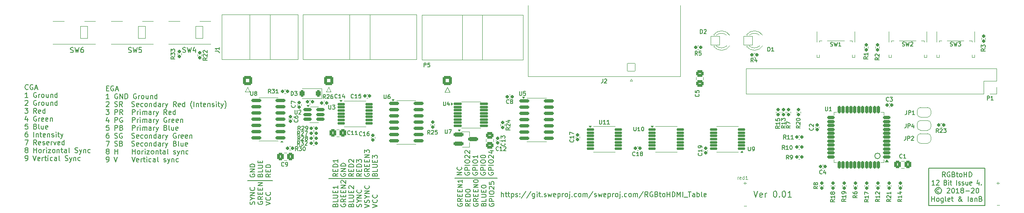
<source format=gbr>
%TF.GenerationSoftware,KiCad,Pcbnew,8.0.6*%
%TF.CreationDate,2024-10-21T13:50:09+02:00*%
%TF.ProjectId,rgb-to-hdmi,7267622d-746f-42d6-9864-6d692e6b6963,0.01*%
%TF.SameCoordinates,Original*%
%TF.FileFunction,Legend,Top*%
%TF.FilePolarity,Positive*%
%FSLAX46Y46*%
G04 Gerber Fmt 4.6, Leading zero omitted, Abs format (unit mm)*
G04 Created by KiCad (PCBNEW 8.0.6) date 2024-10-21 13:50:09*
%MOMM*%
%LPD*%
G01*
G04 APERTURE LIST*
G04 Aperture macros list*
%AMRoundRect*
0 Rectangle with rounded corners*
0 $1 Rounding radius*
0 $2 $3 $4 $5 $6 $7 $8 $9 X,Y pos of 4 corners*
0 Add a 4 corners polygon primitive as box body*
4,1,4,$2,$3,$4,$5,$6,$7,$8,$9,$2,$3,0*
0 Add four circle primitives for the rounded corners*
1,1,$1+$1,$2,$3*
1,1,$1+$1,$4,$5*
1,1,$1+$1,$6,$7*
1,1,$1+$1,$8,$9*
0 Add four rect primitives between the rounded corners*
20,1,$1+$1,$2,$3,$4,$5,0*
20,1,$1+$1,$4,$5,$6,$7,0*
20,1,$1+$1,$6,$7,$8,$9,0*
20,1,$1+$1,$8,$9,$2,$3,0*%
%AMFreePoly0*
4,1,35,0.535355,0.785355,0.550000,0.750000,0.550000,-0.750000,0.535355,-0.785355,0.500000,-0.800000,0.000000,-0.800000,-0.012286,-0.794911,-0.071157,-0.794911,-0.085244,-0.792886,-0.221795,-0.752791,-0.234740,-0.746879,-0.354462,-0.669938,-0.365217,-0.660618,-0.458414,-0.553063,-0.466109,-0.541091,-0.525228,-0.411637,-0.529237,-0.397982,-0.549491,-0.257116,-0.550000,-0.250000,-0.550000,0.250000,
-0.549491,0.257116,-0.529237,0.397982,-0.525228,0.411637,-0.466109,0.541091,-0.458414,0.553063,-0.365217,0.660618,-0.354462,0.669938,-0.234740,0.746879,-0.221795,0.752791,-0.085244,0.792886,-0.071157,0.794911,-0.012286,0.794911,0.000000,0.800000,0.500000,0.800000,0.535355,0.785355,0.535355,0.785355,$1*%
%AMFreePoly1*
4,1,35,0.012286,0.794911,0.071157,0.794911,0.085244,0.792886,0.221795,0.752791,0.234740,0.746879,0.354462,0.669938,0.365217,0.660618,0.458414,0.553063,0.466109,0.541091,0.525228,0.411637,0.529237,0.397982,0.549491,0.257116,0.550000,0.250000,0.550000,-0.250000,0.549491,-0.257116,0.529237,-0.397982,0.525228,-0.411637,0.466109,-0.541091,0.458414,-0.553063,0.365217,-0.660618,
0.354462,-0.669938,0.234740,-0.746879,0.221795,-0.752791,0.085244,-0.792886,0.071157,-0.794911,0.012286,-0.794911,0.000000,-0.800000,-0.500000,-0.800000,-0.535355,-0.785355,-0.550000,-0.750000,-0.550000,0.750000,-0.535355,0.785355,-0.500000,0.800000,0.000000,0.800000,0.012286,0.794911,0.012286,0.794911,$1*%
G04 Aperture macros list end*
%ADD10C,0.200000*%
%ADD11C,0.150000*%
%ADD12C,0.110000*%
%ADD13C,0.120000*%
%ADD14C,6.200000*%
%ADD15FreePoly0,0.000000*%
%ADD16FreePoly1,0.000000*%
%ADD17FreePoly0,180.000000*%
%ADD18FreePoly1,180.000000*%
%ADD19RoundRect,0.271277X-0.366223X-0.503723X0.366223X-0.503723X0.366223X0.503723X-0.366223X0.503723X0*%
%ADD20RoundRect,0.165000X0.195000X-0.165000X0.195000X0.165000X-0.195000X0.165000X-0.195000X-0.165000X0*%
%ADD21RoundRect,0.165000X-0.165000X-0.195000X0.165000X-0.195000X0.165000X0.195000X-0.165000X0.195000X0*%
%ADD22RoundRect,0.165000X0.165000X0.195000X-0.165000X0.195000X-0.165000X-0.195000X0.165000X-0.195000X0*%
%ADD23RoundRect,0.160000X0.210000X-0.160000X0.210000X0.160000X-0.210000X0.160000X-0.210000X-0.160000X0*%
%ADD24RoundRect,0.160000X-0.160000X-0.210000X0.160000X-0.210000X0.160000X0.210000X-0.160000X0.210000X0*%
%ADD25RoundRect,0.160000X0.160000X0.210000X-0.160000X0.210000X-0.160000X-0.210000X0.160000X-0.210000X0*%
%ADD26C,2.200000*%
%ADD27C,1.850000*%
%ADD28RoundRect,0.162500X0.625000X0.162500X-0.625000X0.162500X-0.625000X-0.162500X0.625000X-0.162500X0*%
%ADD29RoundRect,0.162500X0.162500X0.625000X-0.162500X0.625000X-0.162500X-0.625000X0.162500X-0.625000X0*%
%ADD30O,1.800000X1.800000*%
%ADD31RoundRect,0.264706X0.635294X-0.635294X0.635294X0.635294X-0.635294X0.635294X-0.635294X-0.635294X0*%
%ADD32C,1.800000*%
%ADD33RoundRect,0.050000X-0.900000X-0.900000X0.900000X-0.900000X0.900000X0.900000X-0.900000X0.900000X0*%
%ADD34C,1.900000*%
%ADD35RoundRect,0.160000X-0.210000X0.160000X-0.210000X-0.160000X0.210000X-0.160000X0.210000X0.160000X0*%
%ADD36RoundRect,0.125000X0.662500X0.125000X-0.662500X0.125000X-0.662500X-0.125000X0.662500X-0.125000X0*%
%ADD37RoundRect,0.125000X-0.737500X-0.125000X0.737500X-0.125000X0.737500X0.125000X-0.737500X0.125000X0*%
%ADD38RoundRect,0.271277X0.503723X-0.366223X0.503723X0.366223X-0.503723X0.366223X-0.503723X-0.366223X0*%
%ADD39RoundRect,0.165000X-0.195000X0.165000X-0.195000X-0.165000X0.195000X-0.165000X0.195000X0.165000X0*%
%ADD40RoundRect,0.125000X-0.662500X-0.125000X0.662500X-0.125000X0.662500X0.125000X-0.662500X0.125000X0*%
%ADD41RoundRect,0.175000X-0.850000X-0.175000X0.850000X-0.175000X0.850000X0.175000X-0.850000X0.175000X0*%
%ADD42RoundRect,0.225000X-0.775000X-0.225000X0.775000X-0.225000X0.775000X0.225000X-0.775000X0.225000X0*%
%ADD43RoundRect,0.250000X0.250000X0.400000X-0.250000X0.400000X-0.250000X-0.400000X0.250000X-0.400000X0*%
%ADD44O,2.300000X3.600000*%
%ADD45RoundRect,0.050000X0.750000X1.250000X-0.750000X1.250000X-0.750000X-1.250000X0.750000X-1.250000X0*%
%ADD46O,1.600000X2.600000*%
%ADD47RoundRect,0.271277X0.366223X0.503723X-0.366223X0.503723X-0.366223X-0.503723X0.366223X-0.503723X0*%
%ADD48RoundRect,0.175000X0.850000X0.175000X-0.850000X0.175000X-0.850000X-0.175000X0.850000X-0.175000X0*%
%ADD49RoundRect,0.187500X-0.642500X-0.187500X0.642500X-0.187500X0.642500X0.187500X-0.642500X0.187500X0*%
%ADD50RoundRect,0.271277X-0.503723X0.366223X-0.503723X-0.366223X0.503723X-0.366223X0.503723X0.366223X0*%
%ADD51C,4.100000*%
%ADD52RoundRect,0.050000X0.800000X0.800000X-0.800000X0.800000X-0.800000X-0.800000X0.800000X-0.800000X0*%
%ADD53C,1.700000*%
G04 APERTURE END LIST*
D10*
X-295327Y-42305913D02*
X38006Y-42305913D01*
X180863Y-42829723D02*
X-295327Y-42829723D01*
X-295327Y-42829723D02*
X-295327Y-41829723D01*
X-295327Y-41829723D02*
X180863Y-41829723D01*
X1133244Y-41877342D02*
X1038006Y-41829723D01*
X1038006Y-41829723D02*
X895149Y-41829723D01*
X895149Y-41829723D02*
X752292Y-41877342D01*
X752292Y-41877342D02*
X657054Y-41972580D01*
X657054Y-41972580D02*
X609435Y-42067818D01*
X609435Y-42067818D02*
X561816Y-42258294D01*
X561816Y-42258294D02*
X561816Y-42401151D01*
X561816Y-42401151D02*
X609435Y-42591627D01*
X609435Y-42591627D02*
X657054Y-42686865D01*
X657054Y-42686865D02*
X752292Y-42782104D01*
X752292Y-42782104D02*
X895149Y-42829723D01*
X895149Y-42829723D02*
X990387Y-42829723D01*
X990387Y-42829723D02*
X1133244Y-42782104D01*
X1133244Y-42782104D02*
X1180863Y-42734484D01*
X1180863Y-42734484D02*
X1180863Y-42401151D01*
X1180863Y-42401151D02*
X990387Y-42401151D01*
X1561816Y-42544008D02*
X2038006Y-42544008D01*
X1466578Y-42829723D02*
X1799911Y-41829723D01*
X1799911Y-41829723D02*
X2133244Y-42829723D01*
X228482Y-44439667D02*
X-342946Y-44439667D01*
X-57232Y-44439667D02*
X-57232Y-43439667D01*
X-57232Y-43439667D02*
X-152470Y-43582524D01*
X-152470Y-43582524D02*
X-247708Y-43677762D01*
X-247708Y-43677762D02*
X-342946Y-43725381D01*
X1942768Y-43487286D02*
X1847530Y-43439667D01*
X1847530Y-43439667D02*
X1704673Y-43439667D01*
X1704673Y-43439667D02*
X1561816Y-43487286D01*
X1561816Y-43487286D02*
X1466578Y-43582524D01*
X1466578Y-43582524D02*
X1418959Y-43677762D01*
X1418959Y-43677762D02*
X1371340Y-43868238D01*
X1371340Y-43868238D02*
X1371340Y-44011095D01*
X1371340Y-44011095D02*
X1418959Y-44201571D01*
X1418959Y-44201571D02*
X1466578Y-44296809D01*
X1466578Y-44296809D02*
X1561816Y-44392048D01*
X1561816Y-44392048D02*
X1704673Y-44439667D01*
X1704673Y-44439667D02*
X1799911Y-44439667D01*
X1799911Y-44439667D02*
X1942768Y-44392048D01*
X1942768Y-44392048D02*
X1990387Y-44344428D01*
X1990387Y-44344428D02*
X1990387Y-44011095D01*
X1990387Y-44011095D02*
X1799911Y-44011095D01*
X2418959Y-44439667D02*
X2418959Y-43439667D01*
X2418959Y-43439667D02*
X2990387Y-44439667D01*
X2990387Y-44439667D02*
X2990387Y-43439667D01*
X3466578Y-44439667D02*
X3466578Y-43439667D01*
X3466578Y-43439667D02*
X3704673Y-43439667D01*
X3704673Y-43439667D02*
X3847530Y-43487286D01*
X3847530Y-43487286D02*
X3942768Y-43582524D01*
X3942768Y-43582524D02*
X3990387Y-43677762D01*
X3990387Y-43677762D02*
X4038006Y-43868238D01*
X4038006Y-43868238D02*
X4038006Y-44011095D01*
X4038006Y-44011095D02*
X3990387Y-44201571D01*
X3990387Y-44201571D02*
X3942768Y-44296809D01*
X3942768Y-44296809D02*
X3847530Y-44392048D01*
X3847530Y-44392048D02*
X3704673Y-44439667D01*
X3704673Y-44439667D02*
X3466578Y-44439667D01*
X5752292Y-43487286D02*
X5657054Y-43439667D01*
X5657054Y-43439667D02*
X5514197Y-43439667D01*
X5514197Y-43439667D02*
X5371340Y-43487286D01*
X5371340Y-43487286D02*
X5276102Y-43582524D01*
X5276102Y-43582524D02*
X5228483Y-43677762D01*
X5228483Y-43677762D02*
X5180864Y-43868238D01*
X5180864Y-43868238D02*
X5180864Y-44011095D01*
X5180864Y-44011095D02*
X5228483Y-44201571D01*
X5228483Y-44201571D02*
X5276102Y-44296809D01*
X5276102Y-44296809D02*
X5371340Y-44392048D01*
X5371340Y-44392048D02*
X5514197Y-44439667D01*
X5514197Y-44439667D02*
X5609435Y-44439667D01*
X5609435Y-44439667D02*
X5752292Y-44392048D01*
X5752292Y-44392048D02*
X5799911Y-44344428D01*
X5799911Y-44344428D02*
X5799911Y-44011095D01*
X5799911Y-44011095D02*
X5609435Y-44011095D01*
X6228483Y-44439667D02*
X6228483Y-43773000D01*
X6228483Y-43963476D02*
X6276102Y-43868238D01*
X6276102Y-43868238D02*
X6323721Y-43820619D01*
X6323721Y-43820619D02*
X6418959Y-43773000D01*
X6418959Y-43773000D02*
X6514197Y-43773000D01*
X6990388Y-44439667D02*
X6895150Y-44392048D01*
X6895150Y-44392048D02*
X6847531Y-44344428D01*
X6847531Y-44344428D02*
X6799912Y-44249190D01*
X6799912Y-44249190D02*
X6799912Y-43963476D01*
X6799912Y-43963476D02*
X6847531Y-43868238D01*
X6847531Y-43868238D02*
X6895150Y-43820619D01*
X6895150Y-43820619D02*
X6990388Y-43773000D01*
X6990388Y-43773000D02*
X7133245Y-43773000D01*
X7133245Y-43773000D02*
X7228483Y-43820619D01*
X7228483Y-43820619D02*
X7276102Y-43868238D01*
X7276102Y-43868238D02*
X7323721Y-43963476D01*
X7323721Y-43963476D02*
X7323721Y-44249190D01*
X7323721Y-44249190D02*
X7276102Y-44344428D01*
X7276102Y-44344428D02*
X7228483Y-44392048D01*
X7228483Y-44392048D02*
X7133245Y-44439667D01*
X7133245Y-44439667D02*
X6990388Y-44439667D01*
X8180864Y-43773000D02*
X8180864Y-44439667D01*
X7752293Y-43773000D02*
X7752293Y-44296809D01*
X7752293Y-44296809D02*
X7799912Y-44392048D01*
X7799912Y-44392048D02*
X7895150Y-44439667D01*
X7895150Y-44439667D02*
X8038007Y-44439667D01*
X8038007Y-44439667D02*
X8133245Y-44392048D01*
X8133245Y-44392048D02*
X8180864Y-44344428D01*
X8657055Y-43773000D02*
X8657055Y-44439667D01*
X8657055Y-43868238D02*
X8704674Y-43820619D01*
X8704674Y-43820619D02*
X8799912Y-43773000D01*
X8799912Y-43773000D02*
X8942769Y-43773000D01*
X8942769Y-43773000D02*
X9038007Y-43820619D01*
X9038007Y-43820619D02*
X9085626Y-43915857D01*
X9085626Y-43915857D02*
X9085626Y-44439667D01*
X9990388Y-44439667D02*
X9990388Y-43439667D01*
X9990388Y-44392048D02*
X9895150Y-44439667D01*
X9895150Y-44439667D02*
X9704674Y-44439667D01*
X9704674Y-44439667D02*
X9609436Y-44392048D01*
X9609436Y-44392048D02*
X9561817Y-44344428D01*
X9561817Y-44344428D02*
X9514198Y-44249190D01*
X9514198Y-44249190D02*
X9514198Y-43963476D01*
X9514198Y-43963476D02*
X9561817Y-43868238D01*
X9561817Y-43868238D02*
X9609436Y-43820619D01*
X9609436Y-43820619D02*
X9704674Y-43773000D01*
X9704674Y-43773000D02*
X9895150Y-43773000D01*
X9895150Y-43773000D02*
X9990388Y-43820619D01*
X-342946Y-45144849D02*
X-295327Y-45097230D01*
X-295327Y-45097230D02*
X-200089Y-45049611D01*
X-200089Y-45049611D02*
X38006Y-45049611D01*
X38006Y-45049611D02*
X133244Y-45097230D01*
X133244Y-45097230D02*
X180863Y-45144849D01*
X180863Y-45144849D02*
X228482Y-45240087D01*
X228482Y-45240087D02*
X228482Y-45335325D01*
X228482Y-45335325D02*
X180863Y-45478182D01*
X180863Y-45478182D02*
X-390565Y-46049611D01*
X-390565Y-46049611D02*
X228482Y-46049611D01*
X1371340Y-46001992D02*
X1514197Y-46049611D01*
X1514197Y-46049611D02*
X1752292Y-46049611D01*
X1752292Y-46049611D02*
X1847530Y-46001992D01*
X1847530Y-46001992D02*
X1895149Y-45954372D01*
X1895149Y-45954372D02*
X1942768Y-45859134D01*
X1942768Y-45859134D02*
X1942768Y-45763896D01*
X1942768Y-45763896D02*
X1895149Y-45668658D01*
X1895149Y-45668658D02*
X1847530Y-45621039D01*
X1847530Y-45621039D02*
X1752292Y-45573420D01*
X1752292Y-45573420D02*
X1561816Y-45525801D01*
X1561816Y-45525801D02*
X1466578Y-45478182D01*
X1466578Y-45478182D02*
X1418959Y-45430563D01*
X1418959Y-45430563D02*
X1371340Y-45335325D01*
X1371340Y-45335325D02*
X1371340Y-45240087D01*
X1371340Y-45240087D02*
X1418959Y-45144849D01*
X1418959Y-45144849D02*
X1466578Y-45097230D01*
X1466578Y-45097230D02*
X1561816Y-45049611D01*
X1561816Y-45049611D02*
X1799911Y-45049611D01*
X1799911Y-45049611D02*
X1942768Y-45097230D01*
X2942768Y-46049611D02*
X2609435Y-45573420D01*
X2371340Y-46049611D02*
X2371340Y-45049611D01*
X2371340Y-45049611D02*
X2752292Y-45049611D01*
X2752292Y-45049611D02*
X2847530Y-45097230D01*
X2847530Y-45097230D02*
X2895149Y-45144849D01*
X2895149Y-45144849D02*
X2942768Y-45240087D01*
X2942768Y-45240087D02*
X2942768Y-45382944D01*
X2942768Y-45382944D02*
X2895149Y-45478182D01*
X2895149Y-45478182D02*
X2847530Y-45525801D01*
X2847530Y-45525801D02*
X2752292Y-45573420D01*
X2752292Y-45573420D02*
X2371340Y-45573420D01*
X4847531Y-46001992D02*
X4990388Y-46049611D01*
X4990388Y-46049611D02*
X5228483Y-46049611D01*
X5228483Y-46049611D02*
X5323721Y-46001992D01*
X5323721Y-46001992D02*
X5371340Y-45954372D01*
X5371340Y-45954372D02*
X5418959Y-45859134D01*
X5418959Y-45859134D02*
X5418959Y-45763896D01*
X5418959Y-45763896D02*
X5371340Y-45668658D01*
X5371340Y-45668658D02*
X5323721Y-45621039D01*
X5323721Y-45621039D02*
X5228483Y-45573420D01*
X5228483Y-45573420D02*
X5038007Y-45525801D01*
X5038007Y-45525801D02*
X4942769Y-45478182D01*
X4942769Y-45478182D02*
X4895150Y-45430563D01*
X4895150Y-45430563D02*
X4847531Y-45335325D01*
X4847531Y-45335325D02*
X4847531Y-45240087D01*
X4847531Y-45240087D02*
X4895150Y-45144849D01*
X4895150Y-45144849D02*
X4942769Y-45097230D01*
X4942769Y-45097230D02*
X5038007Y-45049611D01*
X5038007Y-45049611D02*
X5276102Y-45049611D01*
X5276102Y-45049611D02*
X5418959Y-45097230D01*
X6228483Y-46001992D02*
X6133245Y-46049611D01*
X6133245Y-46049611D02*
X5942769Y-46049611D01*
X5942769Y-46049611D02*
X5847531Y-46001992D01*
X5847531Y-46001992D02*
X5799912Y-45906753D01*
X5799912Y-45906753D02*
X5799912Y-45525801D01*
X5799912Y-45525801D02*
X5847531Y-45430563D01*
X5847531Y-45430563D02*
X5942769Y-45382944D01*
X5942769Y-45382944D02*
X6133245Y-45382944D01*
X6133245Y-45382944D02*
X6228483Y-45430563D01*
X6228483Y-45430563D02*
X6276102Y-45525801D01*
X6276102Y-45525801D02*
X6276102Y-45621039D01*
X6276102Y-45621039D02*
X5799912Y-45716277D01*
X7133245Y-46001992D02*
X7038007Y-46049611D01*
X7038007Y-46049611D02*
X6847531Y-46049611D01*
X6847531Y-46049611D02*
X6752293Y-46001992D01*
X6752293Y-46001992D02*
X6704674Y-45954372D01*
X6704674Y-45954372D02*
X6657055Y-45859134D01*
X6657055Y-45859134D02*
X6657055Y-45573420D01*
X6657055Y-45573420D02*
X6704674Y-45478182D01*
X6704674Y-45478182D02*
X6752293Y-45430563D01*
X6752293Y-45430563D02*
X6847531Y-45382944D01*
X6847531Y-45382944D02*
X7038007Y-45382944D01*
X7038007Y-45382944D02*
X7133245Y-45430563D01*
X7704674Y-46049611D02*
X7609436Y-46001992D01*
X7609436Y-46001992D02*
X7561817Y-45954372D01*
X7561817Y-45954372D02*
X7514198Y-45859134D01*
X7514198Y-45859134D02*
X7514198Y-45573420D01*
X7514198Y-45573420D02*
X7561817Y-45478182D01*
X7561817Y-45478182D02*
X7609436Y-45430563D01*
X7609436Y-45430563D02*
X7704674Y-45382944D01*
X7704674Y-45382944D02*
X7847531Y-45382944D01*
X7847531Y-45382944D02*
X7942769Y-45430563D01*
X7942769Y-45430563D02*
X7990388Y-45478182D01*
X7990388Y-45478182D02*
X8038007Y-45573420D01*
X8038007Y-45573420D02*
X8038007Y-45859134D01*
X8038007Y-45859134D02*
X7990388Y-45954372D01*
X7990388Y-45954372D02*
X7942769Y-46001992D01*
X7942769Y-46001992D02*
X7847531Y-46049611D01*
X7847531Y-46049611D02*
X7704674Y-46049611D01*
X8466579Y-45382944D02*
X8466579Y-46049611D01*
X8466579Y-45478182D02*
X8514198Y-45430563D01*
X8514198Y-45430563D02*
X8609436Y-45382944D01*
X8609436Y-45382944D02*
X8752293Y-45382944D01*
X8752293Y-45382944D02*
X8847531Y-45430563D01*
X8847531Y-45430563D02*
X8895150Y-45525801D01*
X8895150Y-45525801D02*
X8895150Y-46049611D01*
X9799912Y-46049611D02*
X9799912Y-45049611D01*
X9799912Y-46001992D02*
X9704674Y-46049611D01*
X9704674Y-46049611D02*
X9514198Y-46049611D01*
X9514198Y-46049611D02*
X9418960Y-46001992D01*
X9418960Y-46001992D02*
X9371341Y-45954372D01*
X9371341Y-45954372D02*
X9323722Y-45859134D01*
X9323722Y-45859134D02*
X9323722Y-45573420D01*
X9323722Y-45573420D02*
X9371341Y-45478182D01*
X9371341Y-45478182D02*
X9418960Y-45430563D01*
X9418960Y-45430563D02*
X9514198Y-45382944D01*
X9514198Y-45382944D02*
X9704674Y-45382944D01*
X9704674Y-45382944D02*
X9799912Y-45430563D01*
X10704674Y-46049611D02*
X10704674Y-45525801D01*
X10704674Y-45525801D02*
X10657055Y-45430563D01*
X10657055Y-45430563D02*
X10561817Y-45382944D01*
X10561817Y-45382944D02*
X10371341Y-45382944D01*
X10371341Y-45382944D02*
X10276103Y-45430563D01*
X10704674Y-46001992D02*
X10609436Y-46049611D01*
X10609436Y-46049611D02*
X10371341Y-46049611D01*
X10371341Y-46049611D02*
X10276103Y-46001992D01*
X10276103Y-46001992D02*
X10228484Y-45906753D01*
X10228484Y-45906753D02*
X10228484Y-45811515D01*
X10228484Y-45811515D02*
X10276103Y-45716277D01*
X10276103Y-45716277D02*
X10371341Y-45668658D01*
X10371341Y-45668658D02*
X10609436Y-45668658D01*
X10609436Y-45668658D02*
X10704674Y-45621039D01*
X11180865Y-46049611D02*
X11180865Y-45382944D01*
X11180865Y-45573420D02*
X11228484Y-45478182D01*
X11228484Y-45478182D02*
X11276103Y-45430563D01*
X11276103Y-45430563D02*
X11371341Y-45382944D01*
X11371341Y-45382944D02*
X11466579Y-45382944D01*
X11704675Y-45382944D02*
X11942770Y-46049611D01*
X12180865Y-45382944D02*
X11942770Y-46049611D01*
X11942770Y-46049611D02*
X11847532Y-46287706D01*
X11847532Y-46287706D02*
X11799913Y-46335325D01*
X11799913Y-46335325D02*
X11704675Y-46382944D01*
X13895151Y-46049611D02*
X13561818Y-45573420D01*
X13323723Y-46049611D02*
X13323723Y-45049611D01*
X13323723Y-45049611D02*
X13704675Y-45049611D01*
X13704675Y-45049611D02*
X13799913Y-45097230D01*
X13799913Y-45097230D02*
X13847532Y-45144849D01*
X13847532Y-45144849D02*
X13895151Y-45240087D01*
X13895151Y-45240087D02*
X13895151Y-45382944D01*
X13895151Y-45382944D02*
X13847532Y-45478182D01*
X13847532Y-45478182D02*
X13799913Y-45525801D01*
X13799913Y-45525801D02*
X13704675Y-45573420D01*
X13704675Y-45573420D02*
X13323723Y-45573420D01*
X14704675Y-46001992D02*
X14609437Y-46049611D01*
X14609437Y-46049611D02*
X14418961Y-46049611D01*
X14418961Y-46049611D02*
X14323723Y-46001992D01*
X14323723Y-46001992D02*
X14276104Y-45906753D01*
X14276104Y-45906753D02*
X14276104Y-45525801D01*
X14276104Y-45525801D02*
X14323723Y-45430563D01*
X14323723Y-45430563D02*
X14418961Y-45382944D01*
X14418961Y-45382944D02*
X14609437Y-45382944D01*
X14609437Y-45382944D02*
X14704675Y-45430563D01*
X14704675Y-45430563D02*
X14752294Y-45525801D01*
X14752294Y-45525801D02*
X14752294Y-45621039D01*
X14752294Y-45621039D02*
X14276104Y-45716277D01*
X15609437Y-46049611D02*
X15609437Y-45049611D01*
X15609437Y-46001992D02*
X15514199Y-46049611D01*
X15514199Y-46049611D02*
X15323723Y-46049611D01*
X15323723Y-46049611D02*
X15228485Y-46001992D01*
X15228485Y-46001992D02*
X15180866Y-45954372D01*
X15180866Y-45954372D02*
X15133247Y-45859134D01*
X15133247Y-45859134D02*
X15133247Y-45573420D01*
X15133247Y-45573420D02*
X15180866Y-45478182D01*
X15180866Y-45478182D02*
X15228485Y-45430563D01*
X15228485Y-45430563D02*
X15323723Y-45382944D01*
X15323723Y-45382944D02*
X15514199Y-45382944D01*
X15514199Y-45382944D02*
X15609437Y-45430563D01*
X17133247Y-46430563D02*
X17085628Y-46382944D01*
X17085628Y-46382944D02*
X16990390Y-46240087D01*
X16990390Y-46240087D02*
X16942771Y-46144849D01*
X16942771Y-46144849D02*
X16895152Y-46001992D01*
X16895152Y-46001992D02*
X16847533Y-45763896D01*
X16847533Y-45763896D02*
X16847533Y-45573420D01*
X16847533Y-45573420D02*
X16895152Y-45335325D01*
X16895152Y-45335325D02*
X16942771Y-45192468D01*
X16942771Y-45192468D02*
X16990390Y-45097230D01*
X16990390Y-45097230D02*
X17085628Y-44954372D01*
X17085628Y-44954372D02*
X17133247Y-44906753D01*
X17514200Y-46049611D02*
X17514200Y-45049611D01*
X17990390Y-45382944D02*
X17990390Y-46049611D01*
X17990390Y-45478182D02*
X18038009Y-45430563D01*
X18038009Y-45430563D02*
X18133247Y-45382944D01*
X18133247Y-45382944D02*
X18276104Y-45382944D01*
X18276104Y-45382944D02*
X18371342Y-45430563D01*
X18371342Y-45430563D02*
X18418961Y-45525801D01*
X18418961Y-45525801D02*
X18418961Y-46049611D01*
X18752295Y-45382944D02*
X19133247Y-45382944D01*
X18895152Y-45049611D02*
X18895152Y-45906753D01*
X18895152Y-45906753D02*
X18942771Y-46001992D01*
X18942771Y-46001992D02*
X19038009Y-46049611D01*
X19038009Y-46049611D02*
X19133247Y-46049611D01*
X19847533Y-46001992D02*
X19752295Y-46049611D01*
X19752295Y-46049611D02*
X19561819Y-46049611D01*
X19561819Y-46049611D02*
X19466581Y-46001992D01*
X19466581Y-46001992D02*
X19418962Y-45906753D01*
X19418962Y-45906753D02*
X19418962Y-45525801D01*
X19418962Y-45525801D02*
X19466581Y-45430563D01*
X19466581Y-45430563D02*
X19561819Y-45382944D01*
X19561819Y-45382944D02*
X19752295Y-45382944D01*
X19752295Y-45382944D02*
X19847533Y-45430563D01*
X19847533Y-45430563D02*
X19895152Y-45525801D01*
X19895152Y-45525801D02*
X19895152Y-45621039D01*
X19895152Y-45621039D02*
X19418962Y-45716277D01*
X20323724Y-45382944D02*
X20323724Y-46049611D01*
X20323724Y-45478182D02*
X20371343Y-45430563D01*
X20371343Y-45430563D02*
X20466581Y-45382944D01*
X20466581Y-45382944D02*
X20609438Y-45382944D01*
X20609438Y-45382944D02*
X20704676Y-45430563D01*
X20704676Y-45430563D02*
X20752295Y-45525801D01*
X20752295Y-45525801D02*
X20752295Y-46049611D01*
X21180867Y-46001992D02*
X21276105Y-46049611D01*
X21276105Y-46049611D02*
X21466581Y-46049611D01*
X21466581Y-46049611D02*
X21561819Y-46001992D01*
X21561819Y-46001992D02*
X21609438Y-45906753D01*
X21609438Y-45906753D02*
X21609438Y-45859134D01*
X21609438Y-45859134D02*
X21561819Y-45763896D01*
X21561819Y-45763896D02*
X21466581Y-45716277D01*
X21466581Y-45716277D02*
X21323724Y-45716277D01*
X21323724Y-45716277D02*
X21228486Y-45668658D01*
X21228486Y-45668658D02*
X21180867Y-45573420D01*
X21180867Y-45573420D02*
X21180867Y-45525801D01*
X21180867Y-45525801D02*
X21228486Y-45430563D01*
X21228486Y-45430563D02*
X21323724Y-45382944D01*
X21323724Y-45382944D02*
X21466581Y-45382944D01*
X21466581Y-45382944D02*
X21561819Y-45430563D01*
X22038010Y-46049611D02*
X22038010Y-45382944D01*
X22038010Y-45049611D02*
X21990391Y-45097230D01*
X21990391Y-45097230D02*
X22038010Y-45144849D01*
X22038010Y-45144849D02*
X22085629Y-45097230D01*
X22085629Y-45097230D02*
X22038010Y-45049611D01*
X22038010Y-45049611D02*
X22038010Y-45144849D01*
X22371343Y-45382944D02*
X22752295Y-45382944D01*
X22514200Y-45049611D02*
X22514200Y-45906753D01*
X22514200Y-45906753D02*
X22561819Y-46001992D01*
X22561819Y-46001992D02*
X22657057Y-46049611D01*
X22657057Y-46049611D02*
X22752295Y-46049611D01*
X22990391Y-45382944D02*
X23228486Y-46049611D01*
X23466581Y-45382944D02*
X23228486Y-46049611D01*
X23228486Y-46049611D02*
X23133248Y-46287706D01*
X23133248Y-46287706D02*
X23085629Y-46335325D01*
X23085629Y-46335325D02*
X22990391Y-46382944D01*
X23752296Y-46430563D02*
X23799915Y-46382944D01*
X23799915Y-46382944D02*
X23895153Y-46240087D01*
X23895153Y-46240087D02*
X23942772Y-46144849D01*
X23942772Y-46144849D02*
X23990391Y-46001992D01*
X23990391Y-46001992D02*
X24038010Y-45763896D01*
X24038010Y-45763896D02*
X24038010Y-45573420D01*
X24038010Y-45573420D02*
X23990391Y-45335325D01*
X23990391Y-45335325D02*
X23942772Y-45192468D01*
X23942772Y-45192468D02*
X23895153Y-45097230D01*
X23895153Y-45097230D02*
X23799915Y-44954372D01*
X23799915Y-44954372D02*
X23752296Y-44906753D01*
X-390565Y-46659555D02*
X228482Y-46659555D01*
X228482Y-46659555D02*
X-104851Y-47040507D01*
X-104851Y-47040507D02*
X38006Y-47040507D01*
X38006Y-47040507D02*
X133244Y-47088126D01*
X133244Y-47088126D02*
X180863Y-47135745D01*
X180863Y-47135745D02*
X228482Y-47230983D01*
X228482Y-47230983D02*
X228482Y-47469078D01*
X228482Y-47469078D02*
X180863Y-47564316D01*
X180863Y-47564316D02*
X133244Y-47611936D01*
X133244Y-47611936D02*
X38006Y-47659555D01*
X38006Y-47659555D02*
X-247708Y-47659555D01*
X-247708Y-47659555D02*
X-342946Y-47611936D01*
X-342946Y-47611936D02*
X-390565Y-47564316D01*
X1418959Y-47659555D02*
X1418959Y-46659555D01*
X1418959Y-46659555D02*
X1799911Y-46659555D01*
X1799911Y-46659555D02*
X1895149Y-46707174D01*
X1895149Y-46707174D02*
X1942768Y-46754793D01*
X1942768Y-46754793D02*
X1990387Y-46850031D01*
X1990387Y-46850031D02*
X1990387Y-46992888D01*
X1990387Y-46992888D02*
X1942768Y-47088126D01*
X1942768Y-47088126D02*
X1895149Y-47135745D01*
X1895149Y-47135745D02*
X1799911Y-47183364D01*
X1799911Y-47183364D02*
X1418959Y-47183364D01*
X2990387Y-47659555D02*
X2657054Y-47183364D01*
X2418959Y-47659555D02*
X2418959Y-46659555D01*
X2418959Y-46659555D02*
X2799911Y-46659555D01*
X2799911Y-46659555D02*
X2895149Y-46707174D01*
X2895149Y-46707174D02*
X2942768Y-46754793D01*
X2942768Y-46754793D02*
X2990387Y-46850031D01*
X2990387Y-46850031D02*
X2990387Y-46992888D01*
X2990387Y-46992888D02*
X2942768Y-47088126D01*
X2942768Y-47088126D02*
X2895149Y-47135745D01*
X2895149Y-47135745D02*
X2799911Y-47183364D01*
X2799911Y-47183364D02*
X2418959Y-47183364D01*
X4942769Y-47659555D02*
X4942769Y-46659555D01*
X4942769Y-46659555D02*
X5323721Y-46659555D01*
X5323721Y-46659555D02*
X5418959Y-46707174D01*
X5418959Y-46707174D02*
X5466578Y-46754793D01*
X5466578Y-46754793D02*
X5514197Y-46850031D01*
X5514197Y-46850031D02*
X5514197Y-46992888D01*
X5514197Y-46992888D02*
X5466578Y-47088126D01*
X5466578Y-47088126D02*
X5418959Y-47135745D01*
X5418959Y-47135745D02*
X5323721Y-47183364D01*
X5323721Y-47183364D02*
X4942769Y-47183364D01*
X5942769Y-47659555D02*
X5942769Y-46992888D01*
X5942769Y-47183364D02*
X5990388Y-47088126D01*
X5990388Y-47088126D02*
X6038007Y-47040507D01*
X6038007Y-47040507D02*
X6133245Y-46992888D01*
X6133245Y-46992888D02*
X6228483Y-46992888D01*
X6561817Y-47659555D02*
X6561817Y-46992888D01*
X6561817Y-46659555D02*
X6514198Y-46707174D01*
X6514198Y-46707174D02*
X6561817Y-46754793D01*
X6561817Y-46754793D02*
X6609436Y-46707174D01*
X6609436Y-46707174D02*
X6561817Y-46659555D01*
X6561817Y-46659555D02*
X6561817Y-46754793D01*
X7038007Y-47659555D02*
X7038007Y-46992888D01*
X7038007Y-47088126D02*
X7085626Y-47040507D01*
X7085626Y-47040507D02*
X7180864Y-46992888D01*
X7180864Y-46992888D02*
X7323721Y-46992888D01*
X7323721Y-46992888D02*
X7418959Y-47040507D01*
X7418959Y-47040507D02*
X7466578Y-47135745D01*
X7466578Y-47135745D02*
X7466578Y-47659555D01*
X7466578Y-47135745D02*
X7514197Y-47040507D01*
X7514197Y-47040507D02*
X7609435Y-46992888D01*
X7609435Y-46992888D02*
X7752292Y-46992888D01*
X7752292Y-46992888D02*
X7847531Y-47040507D01*
X7847531Y-47040507D02*
X7895150Y-47135745D01*
X7895150Y-47135745D02*
X7895150Y-47659555D01*
X8799911Y-47659555D02*
X8799911Y-47135745D01*
X8799911Y-47135745D02*
X8752292Y-47040507D01*
X8752292Y-47040507D02*
X8657054Y-46992888D01*
X8657054Y-46992888D02*
X8466578Y-46992888D01*
X8466578Y-46992888D02*
X8371340Y-47040507D01*
X8799911Y-47611936D02*
X8704673Y-47659555D01*
X8704673Y-47659555D02*
X8466578Y-47659555D01*
X8466578Y-47659555D02*
X8371340Y-47611936D01*
X8371340Y-47611936D02*
X8323721Y-47516697D01*
X8323721Y-47516697D02*
X8323721Y-47421459D01*
X8323721Y-47421459D02*
X8371340Y-47326221D01*
X8371340Y-47326221D02*
X8466578Y-47278602D01*
X8466578Y-47278602D02*
X8704673Y-47278602D01*
X8704673Y-47278602D02*
X8799911Y-47230983D01*
X9276102Y-47659555D02*
X9276102Y-46992888D01*
X9276102Y-47183364D02*
X9323721Y-47088126D01*
X9323721Y-47088126D02*
X9371340Y-47040507D01*
X9371340Y-47040507D02*
X9466578Y-46992888D01*
X9466578Y-46992888D02*
X9561816Y-46992888D01*
X9799912Y-46992888D02*
X10038007Y-47659555D01*
X10276102Y-46992888D02*
X10038007Y-47659555D01*
X10038007Y-47659555D02*
X9942769Y-47897650D01*
X9942769Y-47897650D02*
X9895150Y-47945269D01*
X9895150Y-47945269D02*
X9799912Y-47992888D01*
X11990388Y-47659555D02*
X11657055Y-47183364D01*
X11418960Y-47659555D02*
X11418960Y-46659555D01*
X11418960Y-46659555D02*
X11799912Y-46659555D01*
X11799912Y-46659555D02*
X11895150Y-46707174D01*
X11895150Y-46707174D02*
X11942769Y-46754793D01*
X11942769Y-46754793D02*
X11990388Y-46850031D01*
X11990388Y-46850031D02*
X11990388Y-46992888D01*
X11990388Y-46992888D02*
X11942769Y-47088126D01*
X11942769Y-47088126D02*
X11895150Y-47135745D01*
X11895150Y-47135745D02*
X11799912Y-47183364D01*
X11799912Y-47183364D02*
X11418960Y-47183364D01*
X12799912Y-47611936D02*
X12704674Y-47659555D01*
X12704674Y-47659555D02*
X12514198Y-47659555D01*
X12514198Y-47659555D02*
X12418960Y-47611936D01*
X12418960Y-47611936D02*
X12371341Y-47516697D01*
X12371341Y-47516697D02*
X12371341Y-47135745D01*
X12371341Y-47135745D02*
X12418960Y-47040507D01*
X12418960Y-47040507D02*
X12514198Y-46992888D01*
X12514198Y-46992888D02*
X12704674Y-46992888D01*
X12704674Y-46992888D02*
X12799912Y-47040507D01*
X12799912Y-47040507D02*
X12847531Y-47135745D01*
X12847531Y-47135745D02*
X12847531Y-47230983D01*
X12847531Y-47230983D02*
X12371341Y-47326221D01*
X13704674Y-47659555D02*
X13704674Y-46659555D01*
X13704674Y-47611936D02*
X13609436Y-47659555D01*
X13609436Y-47659555D02*
X13418960Y-47659555D01*
X13418960Y-47659555D02*
X13323722Y-47611936D01*
X13323722Y-47611936D02*
X13276103Y-47564316D01*
X13276103Y-47564316D02*
X13228484Y-47469078D01*
X13228484Y-47469078D02*
X13228484Y-47183364D01*
X13228484Y-47183364D02*
X13276103Y-47088126D01*
X13276103Y-47088126D02*
X13323722Y-47040507D01*
X13323722Y-47040507D02*
X13418960Y-46992888D01*
X13418960Y-46992888D02*
X13609436Y-46992888D01*
X13609436Y-46992888D02*
X13704674Y-47040507D01*
X133244Y-48602832D02*
X133244Y-49269499D01*
X-104851Y-48221880D02*
X-342946Y-48936165D01*
X-342946Y-48936165D02*
X276101Y-48936165D01*
X1418959Y-49269499D02*
X1418959Y-48269499D01*
X1418959Y-48269499D02*
X1799911Y-48269499D01*
X1799911Y-48269499D02*
X1895149Y-48317118D01*
X1895149Y-48317118D02*
X1942768Y-48364737D01*
X1942768Y-48364737D02*
X1990387Y-48459975D01*
X1990387Y-48459975D02*
X1990387Y-48602832D01*
X1990387Y-48602832D02*
X1942768Y-48698070D01*
X1942768Y-48698070D02*
X1895149Y-48745689D01*
X1895149Y-48745689D02*
X1799911Y-48793308D01*
X1799911Y-48793308D02*
X1418959Y-48793308D01*
X2942768Y-48317118D02*
X2847530Y-48269499D01*
X2847530Y-48269499D02*
X2704673Y-48269499D01*
X2704673Y-48269499D02*
X2561816Y-48317118D01*
X2561816Y-48317118D02*
X2466578Y-48412356D01*
X2466578Y-48412356D02*
X2418959Y-48507594D01*
X2418959Y-48507594D02*
X2371340Y-48698070D01*
X2371340Y-48698070D02*
X2371340Y-48840927D01*
X2371340Y-48840927D02*
X2418959Y-49031403D01*
X2418959Y-49031403D02*
X2466578Y-49126641D01*
X2466578Y-49126641D02*
X2561816Y-49221880D01*
X2561816Y-49221880D02*
X2704673Y-49269499D01*
X2704673Y-49269499D02*
X2799911Y-49269499D01*
X2799911Y-49269499D02*
X2942768Y-49221880D01*
X2942768Y-49221880D02*
X2990387Y-49174260D01*
X2990387Y-49174260D02*
X2990387Y-48840927D01*
X2990387Y-48840927D02*
X2799911Y-48840927D01*
X4942769Y-49269499D02*
X4942769Y-48269499D01*
X4942769Y-48269499D02*
X5323721Y-48269499D01*
X5323721Y-48269499D02*
X5418959Y-48317118D01*
X5418959Y-48317118D02*
X5466578Y-48364737D01*
X5466578Y-48364737D02*
X5514197Y-48459975D01*
X5514197Y-48459975D02*
X5514197Y-48602832D01*
X5514197Y-48602832D02*
X5466578Y-48698070D01*
X5466578Y-48698070D02*
X5418959Y-48745689D01*
X5418959Y-48745689D02*
X5323721Y-48793308D01*
X5323721Y-48793308D02*
X4942769Y-48793308D01*
X5942769Y-49269499D02*
X5942769Y-48602832D01*
X5942769Y-48793308D02*
X5990388Y-48698070D01*
X5990388Y-48698070D02*
X6038007Y-48650451D01*
X6038007Y-48650451D02*
X6133245Y-48602832D01*
X6133245Y-48602832D02*
X6228483Y-48602832D01*
X6561817Y-49269499D02*
X6561817Y-48602832D01*
X6561817Y-48269499D02*
X6514198Y-48317118D01*
X6514198Y-48317118D02*
X6561817Y-48364737D01*
X6561817Y-48364737D02*
X6609436Y-48317118D01*
X6609436Y-48317118D02*
X6561817Y-48269499D01*
X6561817Y-48269499D02*
X6561817Y-48364737D01*
X7038007Y-49269499D02*
X7038007Y-48602832D01*
X7038007Y-48698070D02*
X7085626Y-48650451D01*
X7085626Y-48650451D02*
X7180864Y-48602832D01*
X7180864Y-48602832D02*
X7323721Y-48602832D01*
X7323721Y-48602832D02*
X7418959Y-48650451D01*
X7418959Y-48650451D02*
X7466578Y-48745689D01*
X7466578Y-48745689D02*
X7466578Y-49269499D01*
X7466578Y-48745689D02*
X7514197Y-48650451D01*
X7514197Y-48650451D02*
X7609435Y-48602832D01*
X7609435Y-48602832D02*
X7752292Y-48602832D01*
X7752292Y-48602832D02*
X7847531Y-48650451D01*
X7847531Y-48650451D02*
X7895150Y-48745689D01*
X7895150Y-48745689D02*
X7895150Y-49269499D01*
X8799911Y-49269499D02*
X8799911Y-48745689D01*
X8799911Y-48745689D02*
X8752292Y-48650451D01*
X8752292Y-48650451D02*
X8657054Y-48602832D01*
X8657054Y-48602832D02*
X8466578Y-48602832D01*
X8466578Y-48602832D02*
X8371340Y-48650451D01*
X8799911Y-49221880D02*
X8704673Y-49269499D01*
X8704673Y-49269499D02*
X8466578Y-49269499D01*
X8466578Y-49269499D02*
X8371340Y-49221880D01*
X8371340Y-49221880D02*
X8323721Y-49126641D01*
X8323721Y-49126641D02*
X8323721Y-49031403D01*
X8323721Y-49031403D02*
X8371340Y-48936165D01*
X8371340Y-48936165D02*
X8466578Y-48888546D01*
X8466578Y-48888546D02*
X8704673Y-48888546D01*
X8704673Y-48888546D02*
X8799911Y-48840927D01*
X9276102Y-49269499D02*
X9276102Y-48602832D01*
X9276102Y-48793308D02*
X9323721Y-48698070D01*
X9323721Y-48698070D02*
X9371340Y-48650451D01*
X9371340Y-48650451D02*
X9466578Y-48602832D01*
X9466578Y-48602832D02*
X9561816Y-48602832D01*
X9799912Y-48602832D02*
X10038007Y-49269499D01*
X10276102Y-48602832D02*
X10038007Y-49269499D01*
X10038007Y-49269499D02*
X9942769Y-49507594D01*
X9942769Y-49507594D02*
X9895150Y-49555213D01*
X9895150Y-49555213D02*
X9799912Y-49602832D01*
X11942769Y-48317118D02*
X11847531Y-48269499D01*
X11847531Y-48269499D02*
X11704674Y-48269499D01*
X11704674Y-48269499D02*
X11561817Y-48317118D01*
X11561817Y-48317118D02*
X11466579Y-48412356D01*
X11466579Y-48412356D02*
X11418960Y-48507594D01*
X11418960Y-48507594D02*
X11371341Y-48698070D01*
X11371341Y-48698070D02*
X11371341Y-48840927D01*
X11371341Y-48840927D02*
X11418960Y-49031403D01*
X11418960Y-49031403D02*
X11466579Y-49126641D01*
X11466579Y-49126641D02*
X11561817Y-49221880D01*
X11561817Y-49221880D02*
X11704674Y-49269499D01*
X11704674Y-49269499D02*
X11799912Y-49269499D01*
X11799912Y-49269499D02*
X11942769Y-49221880D01*
X11942769Y-49221880D02*
X11990388Y-49174260D01*
X11990388Y-49174260D02*
X11990388Y-48840927D01*
X11990388Y-48840927D02*
X11799912Y-48840927D01*
X12418960Y-49269499D02*
X12418960Y-48602832D01*
X12418960Y-48793308D02*
X12466579Y-48698070D01*
X12466579Y-48698070D02*
X12514198Y-48650451D01*
X12514198Y-48650451D02*
X12609436Y-48602832D01*
X12609436Y-48602832D02*
X12704674Y-48602832D01*
X13418960Y-49221880D02*
X13323722Y-49269499D01*
X13323722Y-49269499D02*
X13133246Y-49269499D01*
X13133246Y-49269499D02*
X13038008Y-49221880D01*
X13038008Y-49221880D02*
X12990389Y-49126641D01*
X12990389Y-49126641D02*
X12990389Y-48745689D01*
X12990389Y-48745689D02*
X13038008Y-48650451D01*
X13038008Y-48650451D02*
X13133246Y-48602832D01*
X13133246Y-48602832D02*
X13323722Y-48602832D01*
X13323722Y-48602832D02*
X13418960Y-48650451D01*
X13418960Y-48650451D02*
X13466579Y-48745689D01*
X13466579Y-48745689D02*
X13466579Y-48840927D01*
X13466579Y-48840927D02*
X12990389Y-48936165D01*
X14276103Y-49221880D02*
X14180865Y-49269499D01*
X14180865Y-49269499D02*
X13990389Y-49269499D01*
X13990389Y-49269499D02*
X13895151Y-49221880D01*
X13895151Y-49221880D02*
X13847532Y-49126641D01*
X13847532Y-49126641D02*
X13847532Y-48745689D01*
X13847532Y-48745689D02*
X13895151Y-48650451D01*
X13895151Y-48650451D02*
X13990389Y-48602832D01*
X13990389Y-48602832D02*
X14180865Y-48602832D01*
X14180865Y-48602832D02*
X14276103Y-48650451D01*
X14276103Y-48650451D02*
X14323722Y-48745689D01*
X14323722Y-48745689D02*
X14323722Y-48840927D01*
X14323722Y-48840927D02*
X13847532Y-48936165D01*
X14752294Y-48602832D02*
X14752294Y-49269499D01*
X14752294Y-48698070D02*
X14799913Y-48650451D01*
X14799913Y-48650451D02*
X14895151Y-48602832D01*
X14895151Y-48602832D02*
X15038008Y-48602832D01*
X15038008Y-48602832D02*
X15133246Y-48650451D01*
X15133246Y-48650451D02*
X15180865Y-48745689D01*
X15180865Y-48745689D02*
X15180865Y-49269499D01*
X180863Y-49879443D02*
X-295327Y-49879443D01*
X-295327Y-49879443D02*
X-342946Y-50355633D01*
X-342946Y-50355633D02*
X-295327Y-50308014D01*
X-295327Y-50308014D02*
X-200089Y-50260395D01*
X-200089Y-50260395D02*
X38006Y-50260395D01*
X38006Y-50260395D02*
X133244Y-50308014D01*
X133244Y-50308014D02*
X180863Y-50355633D01*
X180863Y-50355633D02*
X228482Y-50450871D01*
X228482Y-50450871D02*
X228482Y-50688966D01*
X228482Y-50688966D02*
X180863Y-50784204D01*
X180863Y-50784204D02*
X133244Y-50831824D01*
X133244Y-50831824D02*
X38006Y-50879443D01*
X38006Y-50879443D02*
X-200089Y-50879443D01*
X-200089Y-50879443D02*
X-295327Y-50831824D01*
X-295327Y-50831824D02*
X-342946Y-50784204D01*
X1418959Y-50879443D02*
X1418959Y-49879443D01*
X1418959Y-49879443D02*
X1799911Y-49879443D01*
X1799911Y-49879443D02*
X1895149Y-49927062D01*
X1895149Y-49927062D02*
X1942768Y-49974681D01*
X1942768Y-49974681D02*
X1990387Y-50069919D01*
X1990387Y-50069919D02*
X1990387Y-50212776D01*
X1990387Y-50212776D02*
X1942768Y-50308014D01*
X1942768Y-50308014D02*
X1895149Y-50355633D01*
X1895149Y-50355633D02*
X1799911Y-50403252D01*
X1799911Y-50403252D02*
X1418959Y-50403252D01*
X2752292Y-50355633D02*
X2895149Y-50403252D01*
X2895149Y-50403252D02*
X2942768Y-50450871D01*
X2942768Y-50450871D02*
X2990387Y-50546109D01*
X2990387Y-50546109D02*
X2990387Y-50688966D01*
X2990387Y-50688966D02*
X2942768Y-50784204D01*
X2942768Y-50784204D02*
X2895149Y-50831824D01*
X2895149Y-50831824D02*
X2799911Y-50879443D01*
X2799911Y-50879443D02*
X2418959Y-50879443D01*
X2418959Y-50879443D02*
X2418959Y-49879443D01*
X2418959Y-49879443D02*
X2752292Y-49879443D01*
X2752292Y-49879443D02*
X2847530Y-49927062D01*
X2847530Y-49927062D02*
X2895149Y-49974681D01*
X2895149Y-49974681D02*
X2942768Y-50069919D01*
X2942768Y-50069919D02*
X2942768Y-50165157D01*
X2942768Y-50165157D02*
X2895149Y-50260395D01*
X2895149Y-50260395D02*
X2847530Y-50308014D01*
X2847530Y-50308014D02*
X2752292Y-50355633D01*
X2752292Y-50355633D02*
X2418959Y-50355633D01*
X4942769Y-50879443D02*
X4942769Y-49879443D01*
X4942769Y-49879443D02*
X5323721Y-49879443D01*
X5323721Y-49879443D02*
X5418959Y-49927062D01*
X5418959Y-49927062D02*
X5466578Y-49974681D01*
X5466578Y-49974681D02*
X5514197Y-50069919D01*
X5514197Y-50069919D02*
X5514197Y-50212776D01*
X5514197Y-50212776D02*
X5466578Y-50308014D01*
X5466578Y-50308014D02*
X5418959Y-50355633D01*
X5418959Y-50355633D02*
X5323721Y-50403252D01*
X5323721Y-50403252D02*
X4942769Y-50403252D01*
X5942769Y-50879443D02*
X5942769Y-50212776D01*
X5942769Y-50403252D02*
X5990388Y-50308014D01*
X5990388Y-50308014D02*
X6038007Y-50260395D01*
X6038007Y-50260395D02*
X6133245Y-50212776D01*
X6133245Y-50212776D02*
X6228483Y-50212776D01*
X6561817Y-50879443D02*
X6561817Y-50212776D01*
X6561817Y-49879443D02*
X6514198Y-49927062D01*
X6514198Y-49927062D02*
X6561817Y-49974681D01*
X6561817Y-49974681D02*
X6609436Y-49927062D01*
X6609436Y-49927062D02*
X6561817Y-49879443D01*
X6561817Y-49879443D02*
X6561817Y-49974681D01*
X7038007Y-50879443D02*
X7038007Y-50212776D01*
X7038007Y-50308014D02*
X7085626Y-50260395D01*
X7085626Y-50260395D02*
X7180864Y-50212776D01*
X7180864Y-50212776D02*
X7323721Y-50212776D01*
X7323721Y-50212776D02*
X7418959Y-50260395D01*
X7418959Y-50260395D02*
X7466578Y-50355633D01*
X7466578Y-50355633D02*
X7466578Y-50879443D01*
X7466578Y-50355633D02*
X7514197Y-50260395D01*
X7514197Y-50260395D02*
X7609435Y-50212776D01*
X7609435Y-50212776D02*
X7752292Y-50212776D01*
X7752292Y-50212776D02*
X7847531Y-50260395D01*
X7847531Y-50260395D02*
X7895150Y-50355633D01*
X7895150Y-50355633D02*
X7895150Y-50879443D01*
X8799911Y-50879443D02*
X8799911Y-50355633D01*
X8799911Y-50355633D02*
X8752292Y-50260395D01*
X8752292Y-50260395D02*
X8657054Y-50212776D01*
X8657054Y-50212776D02*
X8466578Y-50212776D01*
X8466578Y-50212776D02*
X8371340Y-50260395D01*
X8799911Y-50831824D02*
X8704673Y-50879443D01*
X8704673Y-50879443D02*
X8466578Y-50879443D01*
X8466578Y-50879443D02*
X8371340Y-50831824D01*
X8371340Y-50831824D02*
X8323721Y-50736585D01*
X8323721Y-50736585D02*
X8323721Y-50641347D01*
X8323721Y-50641347D02*
X8371340Y-50546109D01*
X8371340Y-50546109D02*
X8466578Y-50498490D01*
X8466578Y-50498490D02*
X8704673Y-50498490D01*
X8704673Y-50498490D02*
X8799911Y-50450871D01*
X9276102Y-50879443D02*
X9276102Y-50212776D01*
X9276102Y-50403252D02*
X9323721Y-50308014D01*
X9323721Y-50308014D02*
X9371340Y-50260395D01*
X9371340Y-50260395D02*
X9466578Y-50212776D01*
X9466578Y-50212776D02*
X9561816Y-50212776D01*
X9799912Y-50212776D02*
X10038007Y-50879443D01*
X10276102Y-50212776D02*
X10038007Y-50879443D01*
X10038007Y-50879443D02*
X9942769Y-51117538D01*
X9942769Y-51117538D02*
X9895150Y-51165157D01*
X9895150Y-51165157D02*
X9799912Y-51212776D01*
X11752293Y-50355633D02*
X11895150Y-50403252D01*
X11895150Y-50403252D02*
X11942769Y-50450871D01*
X11942769Y-50450871D02*
X11990388Y-50546109D01*
X11990388Y-50546109D02*
X11990388Y-50688966D01*
X11990388Y-50688966D02*
X11942769Y-50784204D01*
X11942769Y-50784204D02*
X11895150Y-50831824D01*
X11895150Y-50831824D02*
X11799912Y-50879443D01*
X11799912Y-50879443D02*
X11418960Y-50879443D01*
X11418960Y-50879443D02*
X11418960Y-49879443D01*
X11418960Y-49879443D02*
X11752293Y-49879443D01*
X11752293Y-49879443D02*
X11847531Y-49927062D01*
X11847531Y-49927062D02*
X11895150Y-49974681D01*
X11895150Y-49974681D02*
X11942769Y-50069919D01*
X11942769Y-50069919D02*
X11942769Y-50165157D01*
X11942769Y-50165157D02*
X11895150Y-50260395D01*
X11895150Y-50260395D02*
X11847531Y-50308014D01*
X11847531Y-50308014D02*
X11752293Y-50355633D01*
X11752293Y-50355633D02*
X11418960Y-50355633D01*
X12561817Y-50879443D02*
X12466579Y-50831824D01*
X12466579Y-50831824D02*
X12418960Y-50736585D01*
X12418960Y-50736585D02*
X12418960Y-49879443D01*
X13371341Y-50212776D02*
X13371341Y-50879443D01*
X12942770Y-50212776D02*
X12942770Y-50736585D01*
X12942770Y-50736585D02*
X12990389Y-50831824D01*
X12990389Y-50831824D02*
X13085627Y-50879443D01*
X13085627Y-50879443D02*
X13228484Y-50879443D01*
X13228484Y-50879443D02*
X13323722Y-50831824D01*
X13323722Y-50831824D02*
X13371341Y-50784204D01*
X14228484Y-50831824D02*
X14133246Y-50879443D01*
X14133246Y-50879443D02*
X13942770Y-50879443D01*
X13942770Y-50879443D02*
X13847532Y-50831824D01*
X13847532Y-50831824D02*
X13799913Y-50736585D01*
X13799913Y-50736585D02*
X13799913Y-50355633D01*
X13799913Y-50355633D02*
X13847532Y-50260395D01*
X13847532Y-50260395D02*
X13942770Y-50212776D01*
X13942770Y-50212776D02*
X14133246Y-50212776D01*
X14133246Y-50212776D02*
X14228484Y-50260395D01*
X14228484Y-50260395D02*
X14276103Y-50355633D01*
X14276103Y-50355633D02*
X14276103Y-50450871D01*
X14276103Y-50450871D02*
X13799913Y-50546109D01*
X133244Y-51489387D02*
X-57232Y-51489387D01*
X-57232Y-51489387D02*
X-152470Y-51537006D01*
X-152470Y-51537006D02*
X-200089Y-51584625D01*
X-200089Y-51584625D02*
X-295327Y-51727482D01*
X-295327Y-51727482D02*
X-342946Y-51917958D01*
X-342946Y-51917958D02*
X-342946Y-52298910D01*
X-342946Y-52298910D02*
X-295327Y-52394148D01*
X-295327Y-52394148D02*
X-247708Y-52441768D01*
X-247708Y-52441768D02*
X-152470Y-52489387D01*
X-152470Y-52489387D02*
X38006Y-52489387D01*
X38006Y-52489387D02*
X133244Y-52441768D01*
X133244Y-52441768D02*
X180863Y-52394148D01*
X180863Y-52394148D02*
X228482Y-52298910D01*
X228482Y-52298910D02*
X228482Y-52060815D01*
X228482Y-52060815D02*
X180863Y-51965577D01*
X180863Y-51965577D02*
X133244Y-51917958D01*
X133244Y-51917958D02*
X38006Y-51870339D01*
X38006Y-51870339D02*
X-152470Y-51870339D01*
X-152470Y-51870339D02*
X-247708Y-51917958D01*
X-247708Y-51917958D02*
X-295327Y-51965577D01*
X-295327Y-51965577D02*
X-342946Y-52060815D01*
X1371340Y-52441768D02*
X1514197Y-52489387D01*
X1514197Y-52489387D02*
X1752292Y-52489387D01*
X1752292Y-52489387D02*
X1847530Y-52441768D01*
X1847530Y-52441768D02*
X1895149Y-52394148D01*
X1895149Y-52394148D02*
X1942768Y-52298910D01*
X1942768Y-52298910D02*
X1942768Y-52203672D01*
X1942768Y-52203672D02*
X1895149Y-52108434D01*
X1895149Y-52108434D02*
X1847530Y-52060815D01*
X1847530Y-52060815D02*
X1752292Y-52013196D01*
X1752292Y-52013196D02*
X1561816Y-51965577D01*
X1561816Y-51965577D02*
X1466578Y-51917958D01*
X1466578Y-51917958D02*
X1418959Y-51870339D01*
X1418959Y-51870339D02*
X1371340Y-51775101D01*
X1371340Y-51775101D02*
X1371340Y-51679863D01*
X1371340Y-51679863D02*
X1418959Y-51584625D01*
X1418959Y-51584625D02*
X1466578Y-51537006D01*
X1466578Y-51537006D02*
X1561816Y-51489387D01*
X1561816Y-51489387D02*
X1799911Y-51489387D01*
X1799911Y-51489387D02*
X1942768Y-51537006D01*
X2895149Y-51537006D02*
X2799911Y-51489387D01*
X2799911Y-51489387D02*
X2657054Y-51489387D01*
X2657054Y-51489387D02*
X2514197Y-51537006D01*
X2514197Y-51537006D02*
X2418959Y-51632244D01*
X2418959Y-51632244D02*
X2371340Y-51727482D01*
X2371340Y-51727482D02*
X2323721Y-51917958D01*
X2323721Y-51917958D02*
X2323721Y-52060815D01*
X2323721Y-52060815D02*
X2371340Y-52251291D01*
X2371340Y-52251291D02*
X2418959Y-52346529D01*
X2418959Y-52346529D02*
X2514197Y-52441768D01*
X2514197Y-52441768D02*
X2657054Y-52489387D01*
X2657054Y-52489387D02*
X2752292Y-52489387D01*
X2752292Y-52489387D02*
X2895149Y-52441768D01*
X2895149Y-52441768D02*
X2942768Y-52394148D01*
X2942768Y-52394148D02*
X2942768Y-52060815D01*
X2942768Y-52060815D02*
X2752292Y-52060815D01*
X4847531Y-52441768D02*
X4990388Y-52489387D01*
X4990388Y-52489387D02*
X5228483Y-52489387D01*
X5228483Y-52489387D02*
X5323721Y-52441768D01*
X5323721Y-52441768D02*
X5371340Y-52394148D01*
X5371340Y-52394148D02*
X5418959Y-52298910D01*
X5418959Y-52298910D02*
X5418959Y-52203672D01*
X5418959Y-52203672D02*
X5371340Y-52108434D01*
X5371340Y-52108434D02*
X5323721Y-52060815D01*
X5323721Y-52060815D02*
X5228483Y-52013196D01*
X5228483Y-52013196D02*
X5038007Y-51965577D01*
X5038007Y-51965577D02*
X4942769Y-51917958D01*
X4942769Y-51917958D02*
X4895150Y-51870339D01*
X4895150Y-51870339D02*
X4847531Y-51775101D01*
X4847531Y-51775101D02*
X4847531Y-51679863D01*
X4847531Y-51679863D02*
X4895150Y-51584625D01*
X4895150Y-51584625D02*
X4942769Y-51537006D01*
X4942769Y-51537006D02*
X5038007Y-51489387D01*
X5038007Y-51489387D02*
X5276102Y-51489387D01*
X5276102Y-51489387D02*
X5418959Y-51537006D01*
X6228483Y-52441768D02*
X6133245Y-52489387D01*
X6133245Y-52489387D02*
X5942769Y-52489387D01*
X5942769Y-52489387D02*
X5847531Y-52441768D01*
X5847531Y-52441768D02*
X5799912Y-52346529D01*
X5799912Y-52346529D02*
X5799912Y-51965577D01*
X5799912Y-51965577D02*
X5847531Y-51870339D01*
X5847531Y-51870339D02*
X5942769Y-51822720D01*
X5942769Y-51822720D02*
X6133245Y-51822720D01*
X6133245Y-51822720D02*
X6228483Y-51870339D01*
X6228483Y-51870339D02*
X6276102Y-51965577D01*
X6276102Y-51965577D02*
X6276102Y-52060815D01*
X6276102Y-52060815D02*
X5799912Y-52156053D01*
X7133245Y-52441768D02*
X7038007Y-52489387D01*
X7038007Y-52489387D02*
X6847531Y-52489387D01*
X6847531Y-52489387D02*
X6752293Y-52441768D01*
X6752293Y-52441768D02*
X6704674Y-52394148D01*
X6704674Y-52394148D02*
X6657055Y-52298910D01*
X6657055Y-52298910D02*
X6657055Y-52013196D01*
X6657055Y-52013196D02*
X6704674Y-51917958D01*
X6704674Y-51917958D02*
X6752293Y-51870339D01*
X6752293Y-51870339D02*
X6847531Y-51822720D01*
X6847531Y-51822720D02*
X7038007Y-51822720D01*
X7038007Y-51822720D02*
X7133245Y-51870339D01*
X7704674Y-52489387D02*
X7609436Y-52441768D01*
X7609436Y-52441768D02*
X7561817Y-52394148D01*
X7561817Y-52394148D02*
X7514198Y-52298910D01*
X7514198Y-52298910D02*
X7514198Y-52013196D01*
X7514198Y-52013196D02*
X7561817Y-51917958D01*
X7561817Y-51917958D02*
X7609436Y-51870339D01*
X7609436Y-51870339D02*
X7704674Y-51822720D01*
X7704674Y-51822720D02*
X7847531Y-51822720D01*
X7847531Y-51822720D02*
X7942769Y-51870339D01*
X7942769Y-51870339D02*
X7990388Y-51917958D01*
X7990388Y-51917958D02*
X8038007Y-52013196D01*
X8038007Y-52013196D02*
X8038007Y-52298910D01*
X8038007Y-52298910D02*
X7990388Y-52394148D01*
X7990388Y-52394148D02*
X7942769Y-52441768D01*
X7942769Y-52441768D02*
X7847531Y-52489387D01*
X7847531Y-52489387D02*
X7704674Y-52489387D01*
X8466579Y-51822720D02*
X8466579Y-52489387D01*
X8466579Y-51917958D02*
X8514198Y-51870339D01*
X8514198Y-51870339D02*
X8609436Y-51822720D01*
X8609436Y-51822720D02*
X8752293Y-51822720D01*
X8752293Y-51822720D02*
X8847531Y-51870339D01*
X8847531Y-51870339D02*
X8895150Y-51965577D01*
X8895150Y-51965577D02*
X8895150Y-52489387D01*
X9799912Y-52489387D02*
X9799912Y-51489387D01*
X9799912Y-52441768D02*
X9704674Y-52489387D01*
X9704674Y-52489387D02*
X9514198Y-52489387D01*
X9514198Y-52489387D02*
X9418960Y-52441768D01*
X9418960Y-52441768D02*
X9371341Y-52394148D01*
X9371341Y-52394148D02*
X9323722Y-52298910D01*
X9323722Y-52298910D02*
X9323722Y-52013196D01*
X9323722Y-52013196D02*
X9371341Y-51917958D01*
X9371341Y-51917958D02*
X9418960Y-51870339D01*
X9418960Y-51870339D02*
X9514198Y-51822720D01*
X9514198Y-51822720D02*
X9704674Y-51822720D01*
X9704674Y-51822720D02*
X9799912Y-51870339D01*
X10704674Y-52489387D02*
X10704674Y-51965577D01*
X10704674Y-51965577D02*
X10657055Y-51870339D01*
X10657055Y-51870339D02*
X10561817Y-51822720D01*
X10561817Y-51822720D02*
X10371341Y-51822720D01*
X10371341Y-51822720D02*
X10276103Y-51870339D01*
X10704674Y-52441768D02*
X10609436Y-52489387D01*
X10609436Y-52489387D02*
X10371341Y-52489387D01*
X10371341Y-52489387D02*
X10276103Y-52441768D01*
X10276103Y-52441768D02*
X10228484Y-52346529D01*
X10228484Y-52346529D02*
X10228484Y-52251291D01*
X10228484Y-52251291D02*
X10276103Y-52156053D01*
X10276103Y-52156053D02*
X10371341Y-52108434D01*
X10371341Y-52108434D02*
X10609436Y-52108434D01*
X10609436Y-52108434D02*
X10704674Y-52060815D01*
X11180865Y-52489387D02*
X11180865Y-51822720D01*
X11180865Y-52013196D02*
X11228484Y-51917958D01*
X11228484Y-51917958D02*
X11276103Y-51870339D01*
X11276103Y-51870339D02*
X11371341Y-51822720D01*
X11371341Y-51822720D02*
X11466579Y-51822720D01*
X11704675Y-51822720D02*
X11942770Y-52489387D01*
X12180865Y-51822720D02*
X11942770Y-52489387D01*
X11942770Y-52489387D02*
X11847532Y-52727482D01*
X11847532Y-52727482D02*
X11799913Y-52775101D01*
X11799913Y-52775101D02*
X11704675Y-52822720D01*
X13847532Y-51537006D02*
X13752294Y-51489387D01*
X13752294Y-51489387D02*
X13609437Y-51489387D01*
X13609437Y-51489387D02*
X13466580Y-51537006D01*
X13466580Y-51537006D02*
X13371342Y-51632244D01*
X13371342Y-51632244D02*
X13323723Y-51727482D01*
X13323723Y-51727482D02*
X13276104Y-51917958D01*
X13276104Y-51917958D02*
X13276104Y-52060815D01*
X13276104Y-52060815D02*
X13323723Y-52251291D01*
X13323723Y-52251291D02*
X13371342Y-52346529D01*
X13371342Y-52346529D02*
X13466580Y-52441768D01*
X13466580Y-52441768D02*
X13609437Y-52489387D01*
X13609437Y-52489387D02*
X13704675Y-52489387D01*
X13704675Y-52489387D02*
X13847532Y-52441768D01*
X13847532Y-52441768D02*
X13895151Y-52394148D01*
X13895151Y-52394148D02*
X13895151Y-52060815D01*
X13895151Y-52060815D02*
X13704675Y-52060815D01*
X14323723Y-52489387D02*
X14323723Y-51822720D01*
X14323723Y-52013196D02*
X14371342Y-51917958D01*
X14371342Y-51917958D02*
X14418961Y-51870339D01*
X14418961Y-51870339D02*
X14514199Y-51822720D01*
X14514199Y-51822720D02*
X14609437Y-51822720D01*
X15323723Y-52441768D02*
X15228485Y-52489387D01*
X15228485Y-52489387D02*
X15038009Y-52489387D01*
X15038009Y-52489387D02*
X14942771Y-52441768D01*
X14942771Y-52441768D02*
X14895152Y-52346529D01*
X14895152Y-52346529D02*
X14895152Y-51965577D01*
X14895152Y-51965577D02*
X14942771Y-51870339D01*
X14942771Y-51870339D02*
X15038009Y-51822720D01*
X15038009Y-51822720D02*
X15228485Y-51822720D01*
X15228485Y-51822720D02*
X15323723Y-51870339D01*
X15323723Y-51870339D02*
X15371342Y-51965577D01*
X15371342Y-51965577D02*
X15371342Y-52060815D01*
X15371342Y-52060815D02*
X14895152Y-52156053D01*
X16180866Y-52441768D02*
X16085628Y-52489387D01*
X16085628Y-52489387D02*
X15895152Y-52489387D01*
X15895152Y-52489387D02*
X15799914Y-52441768D01*
X15799914Y-52441768D02*
X15752295Y-52346529D01*
X15752295Y-52346529D02*
X15752295Y-51965577D01*
X15752295Y-51965577D02*
X15799914Y-51870339D01*
X15799914Y-51870339D02*
X15895152Y-51822720D01*
X15895152Y-51822720D02*
X16085628Y-51822720D01*
X16085628Y-51822720D02*
X16180866Y-51870339D01*
X16180866Y-51870339D02*
X16228485Y-51965577D01*
X16228485Y-51965577D02*
X16228485Y-52060815D01*
X16228485Y-52060815D02*
X15752295Y-52156053D01*
X16657057Y-51822720D02*
X16657057Y-52489387D01*
X16657057Y-51917958D02*
X16704676Y-51870339D01*
X16704676Y-51870339D02*
X16799914Y-51822720D01*
X16799914Y-51822720D02*
X16942771Y-51822720D01*
X16942771Y-51822720D02*
X17038009Y-51870339D01*
X17038009Y-51870339D02*
X17085628Y-51965577D01*
X17085628Y-51965577D02*
X17085628Y-52489387D01*
X-390565Y-53099331D02*
X276101Y-53099331D01*
X276101Y-53099331D02*
X-152470Y-54099331D01*
X1371340Y-54051712D02*
X1514197Y-54099331D01*
X1514197Y-54099331D02*
X1752292Y-54099331D01*
X1752292Y-54099331D02*
X1847530Y-54051712D01*
X1847530Y-54051712D02*
X1895149Y-54004092D01*
X1895149Y-54004092D02*
X1942768Y-53908854D01*
X1942768Y-53908854D02*
X1942768Y-53813616D01*
X1942768Y-53813616D02*
X1895149Y-53718378D01*
X1895149Y-53718378D02*
X1847530Y-53670759D01*
X1847530Y-53670759D02*
X1752292Y-53623140D01*
X1752292Y-53623140D02*
X1561816Y-53575521D01*
X1561816Y-53575521D02*
X1466578Y-53527902D01*
X1466578Y-53527902D02*
X1418959Y-53480283D01*
X1418959Y-53480283D02*
X1371340Y-53385045D01*
X1371340Y-53385045D02*
X1371340Y-53289807D01*
X1371340Y-53289807D02*
X1418959Y-53194569D01*
X1418959Y-53194569D02*
X1466578Y-53146950D01*
X1466578Y-53146950D02*
X1561816Y-53099331D01*
X1561816Y-53099331D02*
X1799911Y-53099331D01*
X1799911Y-53099331D02*
X1942768Y-53146950D01*
X2704673Y-53575521D02*
X2847530Y-53623140D01*
X2847530Y-53623140D02*
X2895149Y-53670759D01*
X2895149Y-53670759D02*
X2942768Y-53765997D01*
X2942768Y-53765997D02*
X2942768Y-53908854D01*
X2942768Y-53908854D02*
X2895149Y-54004092D01*
X2895149Y-54004092D02*
X2847530Y-54051712D01*
X2847530Y-54051712D02*
X2752292Y-54099331D01*
X2752292Y-54099331D02*
X2371340Y-54099331D01*
X2371340Y-54099331D02*
X2371340Y-53099331D01*
X2371340Y-53099331D02*
X2704673Y-53099331D01*
X2704673Y-53099331D02*
X2799911Y-53146950D01*
X2799911Y-53146950D02*
X2847530Y-53194569D01*
X2847530Y-53194569D02*
X2895149Y-53289807D01*
X2895149Y-53289807D02*
X2895149Y-53385045D01*
X2895149Y-53385045D02*
X2847530Y-53480283D01*
X2847530Y-53480283D02*
X2799911Y-53527902D01*
X2799911Y-53527902D02*
X2704673Y-53575521D01*
X2704673Y-53575521D02*
X2371340Y-53575521D01*
X4847531Y-54051712D02*
X4990388Y-54099331D01*
X4990388Y-54099331D02*
X5228483Y-54099331D01*
X5228483Y-54099331D02*
X5323721Y-54051712D01*
X5323721Y-54051712D02*
X5371340Y-54004092D01*
X5371340Y-54004092D02*
X5418959Y-53908854D01*
X5418959Y-53908854D02*
X5418959Y-53813616D01*
X5418959Y-53813616D02*
X5371340Y-53718378D01*
X5371340Y-53718378D02*
X5323721Y-53670759D01*
X5323721Y-53670759D02*
X5228483Y-53623140D01*
X5228483Y-53623140D02*
X5038007Y-53575521D01*
X5038007Y-53575521D02*
X4942769Y-53527902D01*
X4942769Y-53527902D02*
X4895150Y-53480283D01*
X4895150Y-53480283D02*
X4847531Y-53385045D01*
X4847531Y-53385045D02*
X4847531Y-53289807D01*
X4847531Y-53289807D02*
X4895150Y-53194569D01*
X4895150Y-53194569D02*
X4942769Y-53146950D01*
X4942769Y-53146950D02*
X5038007Y-53099331D01*
X5038007Y-53099331D02*
X5276102Y-53099331D01*
X5276102Y-53099331D02*
X5418959Y-53146950D01*
X6228483Y-54051712D02*
X6133245Y-54099331D01*
X6133245Y-54099331D02*
X5942769Y-54099331D01*
X5942769Y-54099331D02*
X5847531Y-54051712D01*
X5847531Y-54051712D02*
X5799912Y-53956473D01*
X5799912Y-53956473D02*
X5799912Y-53575521D01*
X5799912Y-53575521D02*
X5847531Y-53480283D01*
X5847531Y-53480283D02*
X5942769Y-53432664D01*
X5942769Y-53432664D02*
X6133245Y-53432664D01*
X6133245Y-53432664D02*
X6228483Y-53480283D01*
X6228483Y-53480283D02*
X6276102Y-53575521D01*
X6276102Y-53575521D02*
X6276102Y-53670759D01*
X6276102Y-53670759D02*
X5799912Y-53765997D01*
X7133245Y-54051712D02*
X7038007Y-54099331D01*
X7038007Y-54099331D02*
X6847531Y-54099331D01*
X6847531Y-54099331D02*
X6752293Y-54051712D01*
X6752293Y-54051712D02*
X6704674Y-54004092D01*
X6704674Y-54004092D02*
X6657055Y-53908854D01*
X6657055Y-53908854D02*
X6657055Y-53623140D01*
X6657055Y-53623140D02*
X6704674Y-53527902D01*
X6704674Y-53527902D02*
X6752293Y-53480283D01*
X6752293Y-53480283D02*
X6847531Y-53432664D01*
X6847531Y-53432664D02*
X7038007Y-53432664D01*
X7038007Y-53432664D02*
X7133245Y-53480283D01*
X7704674Y-54099331D02*
X7609436Y-54051712D01*
X7609436Y-54051712D02*
X7561817Y-54004092D01*
X7561817Y-54004092D02*
X7514198Y-53908854D01*
X7514198Y-53908854D02*
X7514198Y-53623140D01*
X7514198Y-53623140D02*
X7561817Y-53527902D01*
X7561817Y-53527902D02*
X7609436Y-53480283D01*
X7609436Y-53480283D02*
X7704674Y-53432664D01*
X7704674Y-53432664D02*
X7847531Y-53432664D01*
X7847531Y-53432664D02*
X7942769Y-53480283D01*
X7942769Y-53480283D02*
X7990388Y-53527902D01*
X7990388Y-53527902D02*
X8038007Y-53623140D01*
X8038007Y-53623140D02*
X8038007Y-53908854D01*
X8038007Y-53908854D02*
X7990388Y-54004092D01*
X7990388Y-54004092D02*
X7942769Y-54051712D01*
X7942769Y-54051712D02*
X7847531Y-54099331D01*
X7847531Y-54099331D02*
X7704674Y-54099331D01*
X8466579Y-53432664D02*
X8466579Y-54099331D01*
X8466579Y-53527902D02*
X8514198Y-53480283D01*
X8514198Y-53480283D02*
X8609436Y-53432664D01*
X8609436Y-53432664D02*
X8752293Y-53432664D01*
X8752293Y-53432664D02*
X8847531Y-53480283D01*
X8847531Y-53480283D02*
X8895150Y-53575521D01*
X8895150Y-53575521D02*
X8895150Y-54099331D01*
X9799912Y-54099331D02*
X9799912Y-53099331D01*
X9799912Y-54051712D02*
X9704674Y-54099331D01*
X9704674Y-54099331D02*
X9514198Y-54099331D01*
X9514198Y-54099331D02*
X9418960Y-54051712D01*
X9418960Y-54051712D02*
X9371341Y-54004092D01*
X9371341Y-54004092D02*
X9323722Y-53908854D01*
X9323722Y-53908854D02*
X9323722Y-53623140D01*
X9323722Y-53623140D02*
X9371341Y-53527902D01*
X9371341Y-53527902D02*
X9418960Y-53480283D01*
X9418960Y-53480283D02*
X9514198Y-53432664D01*
X9514198Y-53432664D02*
X9704674Y-53432664D01*
X9704674Y-53432664D02*
X9799912Y-53480283D01*
X10704674Y-54099331D02*
X10704674Y-53575521D01*
X10704674Y-53575521D02*
X10657055Y-53480283D01*
X10657055Y-53480283D02*
X10561817Y-53432664D01*
X10561817Y-53432664D02*
X10371341Y-53432664D01*
X10371341Y-53432664D02*
X10276103Y-53480283D01*
X10704674Y-54051712D02*
X10609436Y-54099331D01*
X10609436Y-54099331D02*
X10371341Y-54099331D01*
X10371341Y-54099331D02*
X10276103Y-54051712D01*
X10276103Y-54051712D02*
X10228484Y-53956473D01*
X10228484Y-53956473D02*
X10228484Y-53861235D01*
X10228484Y-53861235D02*
X10276103Y-53765997D01*
X10276103Y-53765997D02*
X10371341Y-53718378D01*
X10371341Y-53718378D02*
X10609436Y-53718378D01*
X10609436Y-53718378D02*
X10704674Y-53670759D01*
X11180865Y-54099331D02*
X11180865Y-53432664D01*
X11180865Y-53623140D02*
X11228484Y-53527902D01*
X11228484Y-53527902D02*
X11276103Y-53480283D01*
X11276103Y-53480283D02*
X11371341Y-53432664D01*
X11371341Y-53432664D02*
X11466579Y-53432664D01*
X11704675Y-53432664D02*
X11942770Y-54099331D01*
X12180865Y-53432664D02*
X11942770Y-54099331D01*
X11942770Y-54099331D02*
X11847532Y-54337426D01*
X11847532Y-54337426D02*
X11799913Y-54385045D01*
X11799913Y-54385045D02*
X11704675Y-54432664D01*
X13657056Y-53575521D02*
X13799913Y-53623140D01*
X13799913Y-53623140D02*
X13847532Y-53670759D01*
X13847532Y-53670759D02*
X13895151Y-53765997D01*
X13895151Y-53765997D02*
X13895151Y-53908854D01*
X13895151Y-53908854D02*
X13847532Y-54004092D01*
X13847532Y-54004092D02*
X13799913Y-54051712D01*
X13799913Y-54051712D02*
X13704675Y-54099331D01*
X13704675Y-54099331D02*
X13323723Y-54099331D01*
X13323723Y-54099331D02*
X13323723Y-53099331D01*
X13323723Y-53099331D02*
X13657056Y-53099331D01*
X13657056Y-53099331D02*
X13752294Y-53146950D01*
X13752294Y-53146950D02*
X13799913Y-53194569D01*
X13799913Y-53194569D02*
X13847532Y-53289807D01*
X13847532Y-53289807D02*
X13847532Y-53385045D01*
X13847532Y-53385045D02*
X13799913Y-53480283D01*
X13799913Y-53480283D02*
X13752294Y-53527902D01*
X13752294Y-53527902D02*
X13657056Y-53575521D01*
X13657056Y-53575521D02*
X13323723Y-53575521D01*
X14466580Y-54099331D02*
X14371342Y-54051712D01*
X14371342Y-54051712D02*
X14323723Y-53956473D01*
X14323723Y-53956473D02*
X14323723Y-53099331D01*
X15276104Y-53432664D02*
X15276104Y-54099331D01*
X14847533Y-53432664D02*
X14847533Y-53956473D01*
X14847533Y-53956473D02*
X14895152Y-54051712D01*
X14895152Y-54051712D02*
X14990390Y-54099331D01*
X14990390Y-54099331D02*
X15133247Y-54099331D01*
X15133247Y-54099331D02*
X15228485Y-54051712D01*
X15228485Y-54051712D02*
X15276104Y-54004092D01*
X16133247Y-54051712D02*
X16038009Y-54099331D01*
X16038009Y-54099331D02*
X15847533Y-54099331D01*
X15847533Y-54099331D02*
X15752295Y-54051712D01*
X15752295Y-54051712D02*
X15704676Y-53956473D01*
X15704676Y-53956473D02*
X15704676Y-53575521D01*
X15704676Y-53575521D02*
X15752295Y-53480283D01*
X15752295Y-53480283D02*
X15847533Y-53432664D01*
X15847533Y-53432664D02*
X16038009Y-53432664D01*
X16038009Y-53432664D02*
X16133247Y-53480283D01*
X16133247Y-53480283D02*
X16180866Y-53575521D01*
X16180866Y-53575521D02*
X16180866Y-53670759D01*
X16180866Y-53670759D02*
X15704676Y-53765997D01*
X-152470Y-55137846D02*
X-247708Y-55090227D01*
X-247708Y-55090227D02*
X-295327Y-55042608D01*
X-295327Y-55042608D02*
X-342946Y-54947370D01*
X-342946Y-54947370D02*
X-342946Y-54899751D01*
X-342946Y-54899751D02*
X-295327Y-54804513D01*
X-295327Y-54804513D02*
X-247708Y-54756894D01*
X-247708Y-54756894D02*
X-152470Y-54709275D01*
X-152470Y-54709275D02*
X38006Y-54709275D01*
X38006Y-54709275D02*
X133244Y-54756894D01*
X133244Y-54756894D02*
X180863Y-54804513D01*
X180863Y-54804513D02*
X228482Y-54899751D01*
X228482Y-54899751D02*
X228482Y-54947370D01*
X228482Y-54947370D02*
X180863Y-55042608D01*
X180863Y-55042608D02*
X133244Y-55090227D01*
X133244Y-55090227D02*
X38006Y-55137846D01*
X38006Y-55137846D02*
X-152470Y-55137846D01*
X-152470Y-55137846D02*
X-247708Y-55185465D01*
X-247708Y-55185465D02*
X-295327Y-55233084D01*
X-295327Y-55233084D02*
X-342946Y-55328322D01*
X-342946Y-55328322D02*
X-342946Y-55518798D01*
X-342946Y-55518798D02*
X-295327Y-55614036D01*
X-295327Y-55614036D02*
X-247708Y-55661656D01*
X-247708Y-55661656D02*
X-152470Y-55709275D01*
X-152470Y-55709275D02*
X38006Y-55709275D01*
X38006Y-55709275D02*
X133244Y-55661656D01*
X133244Y-55661656D02*
X180863Y-55614036D01*
X180863Y-55614036D02*
X228482Y-55518798D01*
X228482Y-55518798D02*
X228482Y-55328322D01*
X228482Y-55328322D02*
X180863Y-55233084D01*
X180863Y-55233084D02*
X133244Y-55185465D01*
X133244Y-55185465D02*
X38006Y-55137846D01*
X1418959Y-55709275D02*
X1418959Y-54709275D01*
X1418959Y-55185465D02*
X1990387Y-55185465D01*
X1990387Y-55709275D02*
X1990387Y-54709275D01*
X4990387Y-55709275D02*
X4990387Y-54709275D01*
X4990387Y-55185465D02*
X5561815Y-55185465D01*
X5561815Y-55709275D02*
X5561815Y-54709275D01*
X6180863Y-55709275D02*
X6085625Y-55661656D01*
X6085625Y-55661656D02*
X6038006Y-55614036D01*
X6038006Y-55614036D02*
X5990387Y-55518798D01*
X5990387Y-55518798D02*
X5990387Y-55233084D01*
X5990387Y-55233084D02*
X6038006Y-55137846D01*
X6038006Y-55137846D02*
X6085625Y-55090227D01*
X6085625Y-55090227D02*
X6180863Y-55042608D01*
X6180863Y-55042608D02*
X6323720Y-55042608D01*
X6323720Y-55042608D02*
X6418958Y-55090227D01*
X6418958Y-55090227D02*
X6466577Y-55137846D01*
X6466577Y-55137846D02*
X6514196Y-55233084D01*
X6514196Y-55233084D02*
X6514196Y-55518798D01*
X6514196Y-55518798D02*
X6466577Y-55614036D01*
X6466577Y-55614036D02*
X6418958Y-55661656D01*
X6418958Y-55661656D02*
X6323720Y-55709275D01*
X6323720Y-55709275D02*
X6180863Y-55709275D01*
X6942768Y-55709275D02*
X6942768Y-55042608D01*
X6942768Y-55233084D02*
X6990387Y-55137846D01*
X6990387Y-55137846D02*
X7038006Y-55090227D01*
X7038006Y-55090227D02*
X7133244Y-55042608D01*
X7133244Y-55042608D02*
X7228482Y-55042608D01*
X7561816Y-55709275D02*
X7561816Y-55042608D01*
X7561816Y-54709275D02*
X7514197Y-54756894D01*
X7514197Y-54756894D02*
X7561816Y-54804513D01*
X7561816Y-54804513D02*
X7609435Y-54756894D01*
X7609435Y-54756894D02*
X7561816Y-54709275D01*
X7561816Y-54709275D02*
X7561816Y-54804513D01*
X7942768Y-55042608D02*
X8466577Y-55042608D01*
X8466577Y-55042608D02*
X7942768Y-55709275D01*
X7942768Y-55709275D02*
X8466577Y-55709275D01*
X8990387Y-55709275D02*
X8895149Y-55661656D01*
X8895149Y-55661656D02*
X8847530Y-55614036D01*
X8847530Y-55614036D02*
X8799911Y-55518798D01*
X8799911Y-55518798D02*
X8799911Y-55233084D01*
X8799911Y-55233084D02*
X8847530Y-55137846D01*
X8847530Y-55137846D02*
X8895149Y-55090227D01*
X8895149Y-55090227D02*
X8990387Y-55042608D01*
X8990387Y-55042608D02*
X9133244Y-55042608D01*
X9133244Y-55042608D02*
X9228482Y-55090227D01*
X9228482Y-55090227D02*
X9276101Y-55137846D01*
X9276101Y-55137846D02*
X9323720Y-55233084D01*
X9323720Y-55233084D02*
X9323720Y-55518798D01*
X9323720Y-55518798D02*
X9276101Y-55614036D01*
X9276101Y-55614036D02*
X9228482Y-55661656D01*
X9228482Y-55661656D02*
X9133244Y-55709275D01*
X9133244Y-55709275D02*
X8990387Y-55709275D01*
X9752292Y-55042608D02*
X9752292Y-55709275D01*
X9752292Y-55137846D02*
X9799911Y-55090227D01*
X9799911Y-55090227D02*
X9895149Y-55042608D01*
X9895149Y-55042608D02*
X10038006Y-55042608D01*
X10038006Y-55042608D02*
X10133244Y-55090227D01*
X10133244Y-55090227D02*
X10180863Y-55185465D01*
X10180863Y-55185465D02*
X10180863Y-55709275D01*
X10514197Y-55042608D02*
X10895149Y-55042608D01*
X10657054Y-54709275D02*
X10657054Y-55566417D01*
X10657054Y-55566417D02*
X10704673Y-55661656D01*
X10704673Y-55661656D02*
X10799911Y-55709275D01*
X10799911Y-55709275D02*
X10895149Y-55709275D01*
X11657054Y-55709275D02*
X11657054Y-55185465D01*
X11657054Y-55185465D02*
X11609435Y-55090227D01*
X11609435Y-55090227D02*
X11514197Y-55042608D01*
X11514197Y-55042608D02*
X11323721Y-55042608D01*
X11323721Y-55042608D02*
X11228483Y-55090227D01*
X11657054Y-55661656D02*
X11561816Y-55709275D01*
X11561816Y-55709275D02*
X11323721Y-55709275D01*
X11323721Y-55709275D02*
X11228483Y-55661656D01*
X11228483Y-55661656D02*
X11180864Y-55566417D01*
X11180864Y-55566417D02*
X11180864Y-55471179D01*
X11180864Y-55471179D02*
X11228483Y-55375941D01*
X11228483Y-55375941D02*
X11323721Y-55328322D01*
X11323721Y-55328322D02*
X11561816Y-55328322D01*
X11561816Y-55328322D02*
X11657054Y-55280703D01*
X12276102Y-55709275D02*
X12180864Y-55661656D01*
X12180864Y-55661656D02*
X12133245Y-55566417D01*
X12133245Y-55566417D02*
X12133245Y-54709275D01*
X13371341Y-55661656D02*
X13466579Y-55709275D01*
X13466579Y-55709275D02*
X13657055Y-55709275D01*
X13657055Y-55709275D02*
X13752293Y-55661656D01*
X13752293Y-55661656D02*
X13799912Y-55566417D01*
X13799912Y-55566417D02*
X13799912Y-55518798D01*
X13799912Y-55518798D02*
X13752293Y-55423560D01*
X13752293Y-55423560D02*
X13657055Y-55375941D01*
X13657055Y-55375941D02*
X13514198Y-55375941D01*
X13514198Y-55375941D02*
X13418960Y-55328322D01*
X13418960Y-55328322D02*
X13371341Y-55233084D01*
X13371341Y-55233084D02*
X13371341Y-55185465D01*
X13371341Y-55185465D02*
X13418960Y-55090227D01*
X13418960Y-55090227D02*
X13514198Y-55042608D01*
X13514198Y-55042608D02*
X13657055Y-55042608D01*
X13657055Y-55042608D02*
X13752293Y-55090227D01*
X14133246Y-55042608D02*
X14371341Y-55709275D01*
X14609436Y-55042608D02*
X14371341Y-55709275D01*
X14371341Y-55709275D02*
X14276103Y-55947370D01*
X14276103Y-55947370D02*
X14228484Y-55994989D01*
X14228484Y-55994989D02*
X14133246Y-56042608D01*
X14990389Y-55042608D02*
X14990389Y-55709275D01*
X14990389Y-55137846D02*
X15038008Y-55090227D01*
X15038008Y-55090227D02*
X15133246Y-55042608D01*
X15133246Y-55042608D02*
X15276103Y-55042608D01*
X15276103Y-55042608D02*
X15371341Y-55090227D01*
X15371341Y-55090227D02*
X15418960Y-55185465D01*
X15418960Y-55185465D02*
X15418960Y-55709275D01*
X16323722Y-55661656D02*
X16228484Y-55709275D01*
X16228484Y-55709275D02*
X16038008Y-55709275D01*
X16038008Y-55709275D02*
X15942770Y-55661656D01*
X15942770Y-55661656D02*
X15895151Y-55614036D01*
X15895151Y-55614036D02*
X15847532Y-55518798D01*
X15847532Y-55518798D02*
X15847532Y-55233084D01*
X15847532Y-55233084D02*
X15895151Y-55137846D01*
X15895151Y-55137846D02*
X15942770Y-55090227D01*
X15942770Y-55090227D02*
X16038008Y-55042608D01*
X16038008Y-55042608D02*
X16228484Y-55042608D01*
X16228484Y-55042608D02*
X16323722Y-55090227D01*
X-247708Y-57319219D02*
X-57232Y-57319219D01*
X-57232Y-57319219D02*
X38006Y-57271600D01*
X38006Y-57271600D02*
X85625Y-57223980D01*
X85625Y-57223980D02*
X180863Y-57081123D01*
X180863Y-57081123D02*
X228482Y-56890647D01*
X228482Y-56890647D02*
X228482Y-56509695D01*
X228482Y-56509695D02*
X180863Y-56414457D01*
X180863Y-56414457D02*
X133244Y-56366838D01*
X133244Y-56366838D02*
X38006Y-56319219D01*
X38006Y-56319219D02*
X-152470Y-56319219D01*
X-152470Y-56319219D02*
X-247708Y-56366838D01*
X-247708Y-56366838D02*
X-295327Y-56414457D01*
X-295327Y-56414457D02*
X-342946Y-56509695D01*
X-342946Y-56509695D02*
X-342946Y-56747790D01*
X-342946Y-56747790D02*
X-295327Y-56843028D01*
X-295327Y-56843028D02*
X-247708Y-56890647D01*
X-247708Y-56890647D02*
X-152470Y-56938266D01*
X-152470Y-56938266D02*
X38006Y-56938266D01*
X38006Y-56938266D02*
X133244Y-56890647D01*
X133244Y-56890647D02*
X180863Y-56843028D01*
X180863Y-56843028D02*
X228482Y-56747790D01*
X1276102Y-56319219D02*
X1609435Y-57319219D01*
X1609435Y-57319219D02*
X1942768Y-56319219D01*
X4847530Y-56319219D02*
X5180863Y-57319219D01*
X5180863Y-57319219D02*
X5514196Y-56319219D01*
X6228482Y-57271600D02*
X6133244Y-57319219D01*
X6133244Y-57319219D02*
X5942768Y-57319219D01*
X5942768Y-57319219D02*
X5847530Y-57271600D01*
X5847530Y-57271600D02*
X5799911Y-57176361D01*
X5799911Y-57176361D02*
X5799911Y-56795409D01*
X5799911Y-56795409D02*
X5847530Y-56700171D01*
X5847530Y-56700171D02*
X5942768Y-56652552D01*
X5942768Y-56652552D02*
X6133244Y-56652552D01*
X6133244Y-56652552D02*
X6228482Y-56700171D01*
X6228482Y-56700171D02*
X6276101Y-56795409D01*
X6276101Y-56795409D02*
X6276101Y-56890647D01*
X6276101Y-56890647D02*
X5799911Y-56985885D01*
X6704673Y-57319219D02*
X6704673Y-56652552D01*
X6704673Y-56843028D02*
X6752292Y-56747790D01*
X6752292Y-56747790D02*
X6799911Y-56700171D01*
X6799911Y-56700171D02*
X6895149Y-56652552D01*
X6895149Y-56652552D02*
X6990387Y-56652552D01*
X7180864Y-56652552D02*
X7561816Y-56652552D01*
X7323721Y-56319219D02*
X7323721Y-57176361D01*
X7323721Y-57176361D02*
X7371340Y-57271600D01*
X7371340Y-57271600D02*
X7466578Y-57319219D01*
X7466578Y-57319219D02*
X7561816Y-57319219D01*
X7895150Y-57319219D02*
X7895150Y-56652552D01*
X7895150Y-56319219D02*
X7847531Y-56366838D01*
X7847531Y-56366838D02*
X7895150Y-56414457D01*
X7895150Y-56414457D02*
X7942769Y-56366838D01*
X7942769Y-56366838D02*
X7895150Y-56319219D01*
X7895150Y-56319219D02*
X7895150Y-56414457D01*
X8799911Y-57271600D02*
X8704673Y-57319219D01*
X8704673Y-57319219D02*
X8514197Y-57319219D01*
X8514197Y-57319219D02*
X8418959Y-57271600D01*
X8418959Y-57271600D02*
X8371340Y-57223980D01*
X8371340Y-57223980D02*
X8323721Y-57128742D01*
X8323721Y-57128742D02*
X8323721Y-56843028D01*
X8323721Y-56843028D02*
X8371340Y-56747790D01*
X8371340Y-56747790D02*
X8418959Y-56700171D01*
X8418959Y-56700171D02*
X8514197Y-56652552D01*
X8514197Y-56652552D02*
X8704673Y-56652552D01*
X8704673Y-56652552D02*
X8799911Y-56700171D01*
X9657054Y-57319219D02*
X9657054Y-56795409D01*
X9657054Y-56795409D02*
X9609435Y-56700171D01*
X9609435Y-56700171D02*
X9514197Y-56652552D01*
X9514197Y-56652552D02*
X9323721Y-56652552D01*
X9323721Y-56652552D02*
X9228483Y-56700171D01*
X9657054Y-57271600D02*
X9561816Y-57319219D01*
X9561816Y-57319219D02*
X9323721Y-57319219D01*
X9323721Y-57319219D02*
X9228483Y-57271600D01*
X9228483Y-57271600D02*
X9180864Y-57176361D01*
X9180864Y-57176361D02*
X9180864Y-57081123D01*
X9180864Y-57081123D02*
X9228483Y-56985885D01*
X9228483Y-56985885D02*
X9323721Y-56938266D01*
X9323721Y-56938266D02*
X9561816Y-56938266D01*
X9561816Y-56938266D02*
X9657054Y-56890647D01*
X10276102Y-57319219D02*
X10180864Y-57271600D01*
X10180864Y-57271600D02*
X10133245Y-57176361D01*
X10133245Y-57176361D02*
X10133245Y-56319219D01*
X11371341Y-57271600D02*
X11466579Y-57319219D01*
X11466579Y-57319219D02*
X11657055Y-57319219D01*
X11657055Y-57319219D02*
X11752293Y-57271600D01*
X11752293Y-57271600D02*
X11799912Y-57176361D01*
X11799912Y-57176361D02*
X11799912Y-57128742D01*
X11799912Y-57128742D02*
X11752293Y-57033504D01*
X11752293Y-57033504D02*
X11657055Y-56985885D01*
X11657055Y-56985885D02*
X11514198Y-56985885D01*
X11514198Y-56985885D02*
X11418960Y-56938266D01*
X11418960Y-56938266D02*
X11371341Y-56843028D01*
X11371341Y-56843028D02*
X11371341Y-56795409D01*
X11371341Y-56795409D02*
X11418960Y-56700171D01*
X11418960Y-56700171D02*
X11514198Y-56652552D01*
X11514198Y-56652552D02*
X11657055Y-56652552D01*
X11657055Y-56652552D02*
X11752293Y-56700171D01*
X12133246Y-56652552D02*
X12371341Y-57319219D01*
X12609436Y-56652552D02*
X12371341Y-57319219D01*
X12371341Y-57319219D02*
X12276103Y-57557314D01*
X12276103Y-57557314D02*
X12228484Y-57604933D01*
X12228484Y-57604933D02*
X12133246Y-57652552D01*
X12990389Y-56652552D02*
X12990389Y-57319219D01*
X12990389Y-56747790D02*
X13038008Y-56700171D01*
X13038008Y-56700171D02*
X13133246Y-56652552D01*
X13133246Y-56652552D02*
X13276103Y-56652552D01*
X13276103Y-56652552D02*
X13371341Y-56700171D01*
X13371341Y-56700171D02*
X13418960Y-56795409D01*
X13418960Y-56795409D02*
X13418960Y-57319219D01*
X14323722Y-57271600D02*
X14228484Y-57319219D01*
X14228484Y-57319219D02*
X14038008Y-57319219D01*
X14038008Y-57319219D02*
X13942770Y-57271600D01*
X13942770Y-57271600D02*
X13895151Y-57223980D01*
X13895151Y-57223980D02*
X13847532Y-57128742D01*
X13847532Y-57128742D02*
X13847532Y-56843028D01*
X13847532Y-56843028D02*
X13895151Y-56747790D01*
X13895151Y-56747790D02*
X13942770Y-56700171D01*
X13942770Y-56700171D02*
X14038008Y-56652552D01*
X14038008Y-56652552D02*
X14228484Y-56652552D01*
X14228484Y-56652552D02*
X14323722Y-56700171D01*
X-16233899Y-42480484D02*
X-16281518Y-42528104D01*
X-16281518Y-42528104D02*
X-16424375Y-42575723D01*
X-16424375Y-42575723D02*
X-16519613Y-42575723D01*
X-16519613Y-42575723D02*
X-16662470Y-42528104D01*
X-16662470Y-42528104D02*
X-16757708Y-42432865D01*
X-16757708Y-42432865D02*
X-16805327Y-42337627D01*
X-16805327Y-42337627D02*
X-16852946Y-42147151D01*
X-16852946Y-42147151D02*
X-16852946Y-42004294D01*
X-16852946Y-42004294D02*
X-16805327Y-41813818D01*
X-16805327Y-41813818D02*
X-16757708Y-41718580D01*
X-16757708Y-41718580D02*
X-16662470Y-41623342D01*
X-16662470Y-41623342D02*
X-16519613Y-41575723D01*
X-16519613Y-41575723D02*
X-16424375Y-41575723D01*
X-16424375Y-41575723D02*
X-16281518Y-41623342D01*
X-16281518Y-41623342D02*
X-16233899Y-41670961D01*
X-15281518Y-41623342D02*
X-15376756Y-41575723D01*
X-15376756Y-41575723D02*
X-15519613Y-41575723D01*
X-15519613Y-41575723D02*
X-15662470Y-41623342D01*
X-15662470Y-41623342D02*
X-15757708Y-41718580D01*
X-15757708Y-41718580D02*
X-15805327Y-41813818D01*
X-15805327Y-41813818D02*
X-15852946Y-42004294D01*
X-15852946Y-42004294D02*
X-15852946Y-42147151D01*
X-15852946Y-42147151D02*
X-15805327Y-42337627D01*
X-15805327Y-42337627D02*
X-15757708Y-42432865D01*
X-15757708Y-42432865D02*
X-15662470Y-42528104D01*
X-15662470Y-42528104D02*
X-15519613Y-42575723D01*
X-15519613Y-42575723D02*
X-15424375Y-42575723D01*
X-15424375Y-42575723D02*
X-15281518Y-42528104D01*
X-15281518Y-42528104D02*
X-15233899Y-42480484D01*
X-15233899Y-42480484D02*
X-15233899Y-42147151D01*
X-15233899Y-42147151D02*
X-15424375Y-42147151D01*
X-14852946Y-42290008D02*
X-14376756Y-42290008D01*
X-14948184Y-42575723D02*
X-14614851Y-41575723D01*
X-14614851Y-41575723D02*
X-14281518Y-42575723D01*
X-16281518Y-44185667D02*
X-16852946Y-44185667D01*
X-16567232Y-44185667D02*
X-16567232Y-43185667D01*
X-16567232Y-43185667D02*
X-16662470Y-43328524D01*
X-16662470Y-43328524D02*
X-16757708Y-43423762D01*
X-16757708Y-43423762D02*
X-16852946Y-43471381D01*
X-14567232Y-43233286D02*
X-14662470Y-43185667D01*
X-14662470Y-43185667D02*
X-14805327Y-43185667D01*
X-14805327Y-43185667D02*
X-14948184Y-43233286D01*
X-14948184Y-43233286D02*
X-15043422Y-43328524D01*
X-15043422Y-43328524D02*
X-15091041Y-43423762D01*
X-15091041Y-43423762D02*
X-15138660Y-43614238D01*
X-15138660Y-43614238D02*
X-15138660Y-43757095D01*
X-15138660Y-43757095D02*
X-15091041Y-43947571D01*
X-15091041Y-43947571D02*
X-15043422Y-44042809D01*
X-15043422Y-44042809D02*
X-14948184Y-44138048D01*
X-14948184Y-44138048D02*
X-14805327Y-44185667D01*
X-14805327Y-44185667D02*
X-14710089Y-44185667D01*
X-14710089Y-44185667D02*
X-14567232Y-44138048D01*
X-14567232Y-44138048D02*
X-14519613Y-44090428D01*
X-14519613Y-44090428D02*
X-14519613Y-43757095D01*
X-14519613Y-43757095D02*
X-14710089Y-43757095D01*
X-14091041Y-44185667D02*
X-14091041Y-43519000D01*
X-14091041Y-43709476D02*
X-14043422Y-43614238D01*
X-14043422Y-43614238D02*
X-13995803Y-43566619D01*
X-13995803Y-43566619D02*
X-13900565Y-43519000D01*
X-13900565Y-43519000D02*
X-13805327Y-43519000D01*
X-13329136Y-44185667D02*
X-13424374Y-44138048D01*
X-13424374Y-44138048D02*
X-13471993Y-44090428D01*
X-13471993Y-44090428D02*
X-13519612Y-43995190D01*
X-13519612Y-43995190D02*
X-13519612Y-43709476D01*
X-13519612Y-43709476D02*
X-13471993Y-43614238D01*
X-13471993Y-43614238D02*
X-13424374Y-43566619D01*
X-13424374Y-43566619D02*
X-13329136Y-43519000D01*
X-13329136Y-43519000D02*
X-13186279Y-43519000D01*
X-13186279Y-43519000D02*
X-13091041Y-43566619D01*
X-13091041Y-43566619D02*
X-13043422Y-43614238D01*
X-13043422Y-43614238D02*
X-12995803Y-43709476D01*
X-12995803Y-43709476D02*
X-12995803Y-43995190D01*
X-12995803Y-43995190D02*
X-13043422Y-44090428D01*
X-13043422Y-44090428D02*
X-13091041Y-44138048D01*
X-13091041Y-44138048D02*
X-13186279Y-44185667D01*
X-13186279Y-44185667D02*
X-13329136Y-44185667D01*
X-12138660Y-43519000D02*
X-12138660Y-44185667D01*
X-12567231Y-43519000D02*
X-12567231Y-44042809D01*
X-12567231Y-44042809D02*
X-12519612Y-44138048D01*
X-12519612Y-44138048D02*
X-12424374Y-44185667D01*
X-12424374Y-44185667D02*
X-12281517Y-44185667D01*
X-12281517Y-44185667D02*
X-12186279Y-44138048D01*
X-12186279Y-44138048D02*
X-12138660Y-44090428D01*
X-11662469Y-43519000D02*
X-11662469Y-44185667D01*
X-11662469Y-43614238D02*
X-11614850Y-43566619D01*
X-11614850Y-43566619D02*
X-11519612Y-43519000D01*
X-11519612Y-43519000D02*
X-11376755Y-43519000D01*
X-11376755Y-43519000D02*
X-11281517Y-43566619D01*
X-11281517Y-43566619D02*
X-11233898Y-43661857D01*
X-11233898Y-43661857D02*
X-11233898Y-44185667D01*
X-10329136Y-44185667D02*
X-10329136Y-43185667D01*
X-10329136Y-44138048D02*
X-10424374Y-44185667D01*
X-10424374Y-44185667D02*
X-10614850Y-44185667D01*
X-10614850Y-44185667D02*
X-10710088Y-44138048D01*
X-10710088Y-44138048D02*
X-10757707Y-44090428D01*
X-10757707Y-44090428D02*
X-10805326Y-43995190D01*
X-10805326Y-43995190D02*
X-10805326Y-43709476D01*
X-10805326Y-43709476D02*
X-10757707Y-43614238D01*
X-10757707Y-43614238D02*
X-10710088Y-43566619D01*
X-10710088Y-43566619D02*
X-10614850Y-43519000D01*
X-10614850Y-43519000D02*
X-10424374Y-43519000D01*
X-10424374Y-43519000D02*
X-10329136Y-43566619D01*
X-16852946Y-44890849D02*
X-16805327Y-44843230D01*
X-16805327Y-44843230D02*
X-16710089Y-44795611D01*
X-16710089Y-44795611D02*
X-16471994Y-44795611D01*
X-16471994Y-44795611D02*
X-16376756Y-44843230D01*
X-16376756Y-44843230D02*
X-16329137Y-44890849D01*
X-16329137Y-44890849D02*
X-16281518Y-44986087D01*
X-16281518Y-44986087D02*
X-16281518Y-45081325D01*
X-16281518Y-45081325D02*
X-16329137Y-45224182D01*
X-16329137Y-45224182D02*
X-16900565Y-45795611D01*
X-16900565Y-45795611D02*
X-16281518Y-45795611D01*
X-14567232Y-44843230D02*
X-14662470Y-44795611D01*
X-14662470Y-44795611D02*
X-14805327Y-44795611D01*
X-14805327Y-44795611D02*
X-14948184Y-44843230D01*
X-14948184Y-44843230D02*
X-15043422Y-44938468D01*
X-15043422Y-44938468D02*
X-15091041Y-45033706D01*
X-15091041Y-45033706D02*
X-15138660Y-45224182D01*
X-15138660Y-45224182D02*
X-15138660Y-45367039D01*
X-15138660Y-45367039D02*
X-15091041Y-45557515D01*
X-15091041Y-45557515D02*
X-15043422Y-45652753D01*
X-15043422Y-45652753D02*
X-14948184Y-45747992D01*
X-14948184Y-45747992D02*
X-14805327Y-45795611D01*
X-14805327Y-45795611D02*
X-14710089Y-45795611D01*
X-14710089Y-45795611D02*
X-14567232Y-45747992D01*
X-14567232Y-45747992D02*
X-14519613Y-45700372D01*
X-14519613Y-45700372D02*
X-14519613Y-45367039D01*
X-14519613Y-45367039D02*
X-14710089Y-45367039D01*
X-14091041Y-45795611D02*
X-14091041Y-45128944D01*
X-14091041Y-45319420D02*
X-14043422Y-45224182D01*
X-14043422Y-45224182D02*
X-13995803Y-45176563D01*
X-13995803Y-45176563D02*
X-13900565Y-45128944D01*
X-13900565Y-45128944D02*
X-13805327Y-45128944D01*
X-13329136Y-45795611D02*
X-13424374Y-45747992D01*
X-13424374Y-45747992D02*
X-13471993Y-45700372D01*
X-13471993Y-45700372D02*
X-13519612Y-45605134D01*
X-13519612Y-45605134D02*
X-13519612Y-45319420D01*
X-13519612Y-45319420D02*
X-13471993Y-45224182D01*
X-13471993Y-45224182D02*
X-13424374Y-45176563D01*
X-13424374Y-45176563D02*
X-13329136Y-45128944D01*
X-13329136Y-45128944D02*
X-13186279Y-45128944D01*
X-13186279Y-45128944D02*
X-13091041Y-45176563D01*
X-13091041Y-45176563D02*
X-13043422Y-45224182D01*
X-13043422Y-45224182D02*
X-12995803Y-45319420D01*
X-12995803Y-45319420D02*
X-12995803Y-45605134D01*
X-12995803Y-45605134D02*
X-13043422Y-45700372D01*
X-13043422Y-45700372D02*
X-13091041Y-45747992D01*
X-13091041Y-45747992D02*
X-13186279Y-45795611D01*
X-13186279Y-45795611D02*
X-13329136Y-45795611D01*
X-12138660Y-45128944D02*
X-12138660Y-45795611D01*
X-12567231Y-45128944D02*
X-12567231Y-45652753D01*
X-12567231Y-45652753D02*
X-12519612Y-45747992D01*
X-12519612Y-45747992D02*
X-12424374Y-45795611D01*
X-12424374Y-45795611D02*
X-12281517Y-45795611D01*
X-12281517Y-45795611D02*
X-12186279Y-45747992D01*
X-12186279Y-45747992D02*
X-12138660Y-45700372D01*
X-11662469Y-45128944D02*
X-11662469Y-45795611D01*
X-11662469Y-45224182D02*
X-11614850Y-45176563D01*
X-11614850Y-45176563D02*
X-11519612Y-45128944D01*
X-11519612Y-45128944D02*
X-11376755Y-45128944D01*
X-11376755Y-45128944D02*
X-11281517Y-45176563D01*
X-11281517Y-45176563D02*
X-11233898Y-45271801D01*
X-11233898Y-45271801D02*
X-11233898Y-45795611D01*
X-10329136Y-45795611D02*
X-10329136Y-44795611D01*
X-10329136Y-45747992D02*
X-10424374Y-45795611D01*
X-10424374Y-45795611D02*
X-10614850Y-45795611D01*
X-10614850Y-45795611D02*
X-10710088Y-45747992D01*
X-10710088Y-45747992D02*
X-10757707Y-45700372D01*
X-10757707Y-45700372D02*
X-10805326Y-45605134D01*
X-10805326Y-45605134D02*
X-10805326Y-45319420D01*
X-10805326Y-45319420D02*
X-10757707Y-45224182D01*
X-10757707Y-45224182D02*
X-10710088Y-45176563D01*
X-10710088Y-45176563D02*
X-10614850Y-45128944D01*
X-10614850Y-45128944D02*
X-10424374Y-45128944D01*
X-10424374Y-45128944D02*
X-10329136Y-45176563D01*
X-16900565Y-46405555D02*
X-16281518Y-46405555D01*
X-16281518Y-46405555D02*
X-16614851Y-46786507D01*
X-16614851Y-46786507D02*
X-16471994Y-46786507D01*
X-16471994Y-46786507D02*
X-16376756Y-46834126D01*
X-16376756Y-46834126D02*
X-16329137Y-46881745D01*
X-16329137Y-46881745D02*
X-16281518Y-46976983D01*
X-16281518Y-46976983D02*
X-16281518Y-47215078D01*
X-16281518Y-47215078D02*
X-16329137Y-47310316D01*
X-16329137Y-47310316D02*
X-16376756Y-47357936D01*
X-16376756Y-47357936D02*
X-16471994Y-47405555D01*
X-16471994Y-47405555D02*
X-16757708Y-47405555D01*
X-16757708Y-47405555D02*
X-16852946Y-47357936D01*
X-16852946Y-47357936D02*
X-16900565Y-47310316D01*
X-14519613Y-47405555D02*
X-14852946Y-46929364D01*
X-15091041Y-47405555D02*
X-15091041Y-46405555D01*
X-15091041Y-46405555D02*
X-14710089Y-46405555D01*
X-14710089Y-46405555D02*
X-14614851Y-46453174D01*
X-14614851Y-46453174D02*
X-14567232Y-46500793D01*
X-14567232Y-46500793D02*
X-14519613Y-46596031D01*
X-14519613Y-46596031D02*
X-14519613Y-46738888D01*
X-14519613Y-46738888D02*
X-14567232Y-46834126D01*
X-14567232Y-46834126D02*
X-14614851Y-46881745D01*
X-14614851Y-46881745D02*
X-14710089Y-46929364D01*
X-14710089Y-46929364D02*
X-15091041Y-46929364D01*
X-13710089Y-47357936D02*
X-13805327Y-47405555D01*
X-13805327Y-47405555D02*
X-13995803Y-47405555D01*
X-13995803Y-47405555D02*
X-14091041Y-47357936D01*
X-14091041Y-47357936D02*
X-14138660Y-47262697D01*
X-14138660Y-47262697D02*
X-14138660Y-46881745D01*
X-14138660Y-46881745D02*
X-14091041Y-46786507D01*
X-14091041Y-46786507D02*
X-13995803Y-46738888D01*
X-13995803Y-46738888D02*
X-13805327Y-46738888D01*
X-13805327Y-46738888D02*
X-13710089Y-46786507D01*
X-13710089Y-46786507D02*
X-13662470Y-46881745D01*
X-13662470Y-46881745D02*
X-13662470Y-46976983D01*
X-13662470Y-46976983D02*
X-14138660Y-47072221D01*
X-12805327Y-47405555D02*
X-12805327Y-46405555D01*
X-12805327Y-47357936D02*
X-12900565Y-47405555D01*
X-12900565Y-47405555D02*
X-13091041Y-47405555D01*
X-13091041Y-47405555D02*
X-13186279Y-47357936D01*
X-13186279Y-47357936D02*
X-13233898Y-47310316D01*
X-13233898Y-47310316D02*
X-13281517Y-47215078D01*
X-13281517Y-47215078D02*
X-13281517Y-46929364D01*
X-13281517Y-46929364D02*
X-13233898Y-46834126D01*
X-13233898Y-46834126D02*
X-13186279Y-46786507D01*
X-13186279Y-46786507D02*
X-13091041Y-46738888D01*
X-13091041Y-46738888D02*
X-12900565Y-46738888D01*
X-12900565Y-46738888D02*
X-12805327Y-46786507D01*
X-16376756Y-48348832D02*
X-16376756Y-49015499D01*
X-16614851Y-47967880D02*
X-16852946Y-48682165D01*
X-16852946Y-48682165D02*
X-16233899Y-48682165D01*
X-14567232Y-48063118D02*
X-14662470Y-48015499D01*
X-14662470Y-48015499D02*
X-14805327Y-48015499D01*
X-14805327Y-48015499D02*
X-14948184Y-48063118D01*
X-14948184Y-48063118D02*
X-15043422Y-48158356D01*
X-15043422Y-48158356D02*
X-15091041Y-48253594D01*
X-15091041Y-48253594D02*
X-15138660Y-48444070D01*
X-15138660Y-48444070D02*
X-15138660Y-48586927D01*
X-15138660Y-48586927D02*
X-15091041Y-48777403D01*
X-15091041Y-48777403D02*
X-15043422Y-48872641D01*
X-15043422Y-48872641D02*
X-14948184Y-48967880D01*
X-14948184Y-48967880D02*
X-14805327Y-49015499D01*
X-14805327Y-49015499D02*
X-14710089Y-49015499D01*
X-14710089Y-49015499D02*
X-14567232Y-48967880D01*
X-14567232Y-48967880D02*
X-14519613Y-48920260D01*
X-14519613Y-48920260D02*
X-14519613Y-48586927D01*
X-14519613Y-48586927D02*
X-14710089Y-48586927D01*
X-14091041Y-49015499D02*
X-14091041Y-48348832D01*
X-14091041Y-48539308D02*
X-14043422Y-48444070D01*
X-14043422Y-48444070D02*
X-13995803Y-48396451D01*
X-13995803Y-48396451D02*
X-13900565Y-48348832D01*
X-13900565Y-48348832D02*
X-13805327Y-48348832D01*
X-13091041Y-48967880D02*
X-13186279Y-49015499D01*
X-13186279Y-49015499D02*
X-13376755Y-49015499D01*
X-13376755Y-49015499D02*
X-13471993Y-48967880D01*
X-13471993Y-48967880D02*
X-13519612Y-48872641D01*
X-13519612Y-48872641D02*
X-13519612Y-48491689D01*
X-13519612Y-48491689D02*
X-13471993Y-48396451D01*
X-13471993Y-48396451D02*
X-13376755Y-48348832D01*
X-13376755Y-48348832D02*
X-13186279Y-48348832D01*
X-13186279Y-48348832D02*
X-13091041Y-48396451D01*
X-13091041Y-48396451D02*
X-13043422Y-48491689D01*
X-13043422Y-48491689D02*
X-13043422Y-48586927D01*
X-13043422Y-48586927D02*
X-13519612Y-48682165D01*
X-12233898Y-48967880D02*
X-12329136Y-49015499D01*
X-12329136Y-49015499D02*
X-12519612Y-49015499D01*
X-12519612Y-49015499D02*
X-12614850Y-48967880D01*
X-12614850Y-48967880D02*
X-12662469Y-48872641D01*
X-12662469Y-48872641D02*
X-12662469Y-48491689D01*
X-12662469Y-48491689D02*
X-12614850Y-48396451D01*
X-12614850Y-48396451D02*
X-12519612Y-48348832D01*
X-12519612Y-48348832D02*
X-12329136Y-48348832D01*
X-12329136Y-48348832D02*
X-12233898Y-48396451D01*
X-12233898Y-48396451D02*
X-12186279Y-48491689D01*
X-12186279Y-48491689D02*
X-12186279Y-48586927D01*
X-12186279Y-48586927D02*
X-12662469Y-48682165D01*
X-11757707Y-48348832D02*
X-11757707Y-49015499D01*
X-11757707Y-48444070D02*
X-11710088Y-48396451D01*
X-11710088Y-48396451D02*
X-11614850Y-48348832D01*
X-11614850Y-48348832D02*
X-11471993Y-48348832D01*
X-11471993Y-48348832D02*
X-11376755Y-48396451D01*
X-11376755Y-48396451D02*
X-11329136Y-48491689D01*
X-11329136Y-48491689D02*
X-11329136Y-49015499D01*
X-16329137Y-49625443D02*
X-16805327Y-49625443D01*
X-16805327Y-49625443D02*
X-16852946Y-50101633D01*
X-16852946Y-50101633D02*
X-16805327Y-50054014D01*
X-16805327Y-50054014D02*
X-16710089Y-50006395D01*
X-16710089Y-50006395D02*
X-16471994Y-50006395D01*
X-16471994Y-50006395D02*
X-16376756Y-50054014D01*
X-16376756Y-50054014D02*
X-16329137Y-50101633D01*
X-16329137Y-50101633D02*
X-16281518Y-50196871D01*
X-16281518Y-50196871D02*
X-16281518Y-50434966D01*
X-16281518Y-50434966D02*
X-16329137Y-50530204D01*
X-16329137Y-50530204D02*
X-16376756Y-50577824D01*
X-16376756Y-50577824D02*
X-16471994Y-50625443D01*
X-16471994Y-50625443D02*
X-16710089Y-50625443D01*
X-16710089Y-50625443D02*
X-16805327Y-50577824D01*
X-16805327Y-50577824D02*
X-16852946Y-50530204D01*
X-14757708Y-50101633D02*
X-14614851Y-50149252D01*
X-14614851Y-50149252D02*
X-14567232Y-50196871D01*
X-14567232Y-50196871D02*
X-14519613Y-50292109D01*
X-14519613Y-50292109D02*
X-14519613Y-50434966D01*
X-14519613Y-50434966D02*
X-14567232Y-50530204D01*
X-14567232Y-50530204D02*
X-14614851Y-50577824D01*
X-14614851Y-50577824D02*
X-14710089Y-50625443D01*
X-14710089Y-50625443D02*
X-15091041Y-50625443D01*
X-15091041Y-50625443D02*
X-15091041Y-49625443D01*
X-15091041Y-49625443D02*
X-14757708Y-49625443D01*
X-14757708Y-49625443D02*
X-14662470Y-49673062D01*
X-14662470Y-49673062D02*
X-14614851Y-49720681D01*
X-14614851Y-49720681D02*
X-14567232Y-49815919D01*
X-14567232Y-49815919D02*
X-14567232Y-49911157D01*
X-14567232Y-49911157D02*
X-14614851Y-50006395D01*
X-14614851Y-50006395D02*
X-14662470Y-50054014D01*
X-14662470Y-50054014D02*
X-14757708Y-50101633D01*
X-14757708Y-50101633D02*
X-15091041Y-50101633D01*
X-13948184Y-50625443D02*
X-14043422Y-50577824D01*
X-14043422Y-50577824D02*
X-14091041Y-50482585D01*
X-14091041Y-50482585D02*
X-14091041Y-49625443D01*
X-13138660Y-49958776D02*
X-13138660Y-50625443D01*
X-13567231Y-49958776D02*
X-13567231Y-50482585D01*
X-13567231Y-50482585D02*
X-13519612Y-50577824D01*
X-13519612Y-50577824D02*
X-13424374Y-50625443D01*
X-13424374Y-50625443D02*
X-13281517Y-50625443D01*
X-13281517Y-50625443D02*
X-13186279Y-50577824D01*
X-13186279Y-50577824D02*
X-13138660Y-50530204D01*
X-12281517Y-50577824D02*
X-12376755Y-50625443D01*
X-12376755Y-50625443D02*
X-12567231Y-50625443D01*
X-12567231Y-50625443D02*
X-12662469Y-50577824D01*
X-12662469Y-50577824D02*
X-12710088Y-50482585D01*
X-12710088Y-50482585D02*
X-12710088Y-50101633D01*
X-12710088Y-50101633D02*
X-12662469Y-50006395D01*
X-12662469Y-50006395D02*
X-12567231Y-49958776D01*
X-12567231Y-49958776D02*
X-12376755Y-49958776D01*
X-12376755Y-49958776D02*
X-12281517Y-50006395D01*
X-12281517Y-50006395D02*
X-12233898Y-50101633D01*
X-12233898Y-50101633D02*
X-12233898Y-50196871D01*
X-12233898Y-50196871D02*
X-12710088Y-50292109D01*
X-16376756Y-51235387D02*
X-16567232Y-51235387D01*
X-16567232Y-51235387D02*
X-16662470Y-51283006D01*
X-16662470Y-51283006D02*
X-16710089Y-51330625D01*
X-16710089Y-51330625D02*
X-16805327Y-51473482D01*
X-16805327Y-51473482D02*
X-16852946Y-51663958D01*
X-16852946Y-51663958D02*
X-16852946Y-52044910D01*
X-16852946Y-52044910D02*
X-16805327Y-52140148D01*
X-16805327Y-52140148D02*
X-16757708Y-52187768D01*
X-16757708Y-52187768D02*
X-16662470Y-52235387D01*
X-16662470Y-52235387D02*
X-16471994Y-52235387D01*
X-16471994Y-52235387D02*
X-16376756Y-52187768D01*
X-16376756Y-52187768D02*
X-16329137Y-52140148D01*
X-16329137Y-52140148D02*
X-16281518Y-52044910D01*
X-16281518Y-52044910D02*
X-16281518Y-51806815D01*
X-16281518Y-51806815D02*
X-16329137Y-51711577D01*
X-16329137Y-51711577D02*
X-16376756Y-51663958D01*
X-16376756Y-51663958D02*
X-16471994Y-51616339D01*
X-16471994Y-51616339D02*
X-16662470Y-51616339D01*
X-16662470Y-51616339D02*
X-16757708Y-51663958D01*
X-16757708Y-51663958D02*
X-16805327Y-51711577D01*
X-16805327Y-51711577D02*
X-16852946Y-51806815D01*
X-15091041Y-52235387D02*
X-15091041Y-51235387D01*
X-14614851Y-51568720D02*
X-14614851Y-52235387D01*
X-14614851Y-51663958D02*
X-14567232Y-51616339D01*
X-14567232Y-51616339D02*
X-14471994Y-51568720D01*
X-14471994Y-51568720D02*
X-14329137Y-51568720D01*
X-14329137Y-51568720D02*
X-14233899Y-51616339D01*
X-14233899Y-51616339D02*
X-14186280Y-51711577D01*
X-14186280Y-51711577D02*
X-14186280Y-52235387D01*
X-13852946Y-51568720D02*
X-13471994Y-51568720D01*
X-13710089Y-51235387D02*
X-13710089Y-52092529D01*
X-13710089Y-52092529D02*
X-13662470Y-52187768D01*
X-13662470Y-52187768D02*
X-13567232Y-52235387D01*
X-13567232Y-52235387D02*
X-13471994Y-52235387D01*
X-12757708Y-52187768D02*
X-12852946Y-52235387D01*
X-12852946Y-52235387D02*
X-13043422Y-52235387D01*
X-13043422Y-52235387D02*
X-13138660Y-52187768D01*
X-13138660Y-52187768D02*
X-13186279Y-52092529D01*
X-13186279Y-52092529D02*
X-13186279Y-51711577D01*
X-13186279Y-51711577D02*
X-13138660Y-51616339D01*
X-13138660Y-51616339D02*
X-13043422Y-51568720D01*
X-13043422Y-51568720D02*
X-12852946Y-51568720D01*
X-12852946Y-51568720D02*
X-12757708Y-51616339D01*
X-12757708Y-51616339D02*
X-12710089Y-51711577D01*
X-12710089Y-51711577D02*
X-12710089Y-51806815D01*
X-12710089Y-51806815D02*
X-13186279Y-51902053D01*
X-12281517Y-51568720D02*
X-12281517Y-52235387D01*
X-12281517Y-51663958D02*
X-12233898Y-51616339D01*
X-12233898Y-51616339D02*
X-12138660Y-51568720D01*
X-12138660Y-51568720D02*
X-11995803Y-51568720D01*
X-11995803Y-51568720D02*
X-11900565Y-51616339D01*
X-11900565Y-51616339D02*
X-11852946Y-51711577D01*
X-11852946Y-51711577D02*
X-11852946Y-52235387D01*
X-11424374Y-52187768D02*
X-11329136Y-52235387D01*
X-11329136Y-52235387D02*
X-11138660Y-52235387D01*
X-11138660Y-52235387D02*
X-11043422Y-52187768D01*
X-11043422Y-52187768D02*
X-10995803Y-52092529D01*
X-10995803Y-52092529D02*
X-10995803Y-52044910D01*
X-10995803Y-52044910D02*
X-11043422Y-51949672D01*
X-11043422Y-51949672D02*
X-11138660Y-51902053D01*
X-11138660Y-51902053D02*
X-11281517Y-51902053D01*
X-11281517Y-51902053D02*
X-11376755Y-51854434D01*
X-11376755Y-51854434D02*
X-11424374Y-51759196D01*
X-11424374Y-51759196D02*
X-11424374Y-51711577D01*
X-11424374Y-51711577D02*
X-11376755Y-51616339D01*
X-11376755Y-51616339D02*
X-11281517Y-51568720D01*
X-11281517Y-51568720D02*
X-11138660Y-51568720D01*
X-11138660Y-51568720D02*
X-11043422Y-51616339D01*
X-10567231Y-52235387D02*
X-10567231Y-51568720D01*
X-10567231Y-51235387D02*
X-10614850Y-51283006D01*
X-10614850Y-51283006D02*
X-10567231Y-51330625D01*
X-10567231Y-51330625D02*
X-10519612Y-51283006D01*
X-10519612Y-51283006D02*
X-10567231Y-51235387D01*
X-10567231Y-51235387D02*
X-10567231Y-51330625D01*
X-10233898Y-51568720D02*
X-9852946Y-51568720D01*
X-10091041Y-51235387D02*
X-10091041Y-52092529D01*
X-10091041Y-52092529D02*
X-10043422Y-52187768D01*
X-10043422Y-52187768D02*
X-9948184Y-52235387D01*
X-9948184Y-52235387D02*
X-9852946Y-52235387D01*
X-9614850Y-51568720D02*
X-9376755Y-52235387D01*
X-9138660Y-51568720D02*
X-9376755Y-52235387D01*
X-9376755Y-52235387D02*
X-9471993Y-52473482D01*
X-9471993Y-52473482D02*
X-9519612Y-52521101D01*
X-9519612Y-52521101D02*
X-9614850Y-52568720D01*
X-16900565Y-52845331D02*
X-16233899Y-52845331D01*
X-16233899Y-52845331D02*
X-16662470Y-53845331D01*
X-14519613Y-53845331D02*
X-14852946Y-53369140D01*
X-15091041Y-53845331D02*
X-15091041Y-52845331D01*
X-15091041Y-52845331D02*
X-14710089Y-52845331D01*
X-14710089Y-52845331D02*
X-14614851Y-52892950D01*
X-14614851Y-52892950D02*
X-14567232Y-52940569D01*
X-14567232Y-52940569D02*
X-14519613Y-53035807D01*
X-14519613Y-53035807D02*
X-14519613Y-53178664D01*
X-14519613Y-53178664D02*
X-14567232Y-53273902D01*
X-14567232Y-53273902D02*
X-14614851Y-53321521D01*
X-14614851Y-53321521D02*
X-14710089Y-53369140D01*
X-14710089Y-53369140D02*
X-15091041Y-53369140D01*
X-13710089Y-53797712D02*
X-13805327Y-53845331D01*
X-13805327Y-53845331D02*
X-13995803Y-53845331D01*
X-13995803Y-53845331D02*
X-14091041Y-53797712D01*
X-14091041Y-53797712D02*
X-14138660Y-53702473D01*
X-14138660Y-53702473D02*
X-14138660Y-53321521D01*
X-14138660Y-53321521D02*
X-14091041Y-53226283D01*
X-14091041Y-53226283D02*
X-13995803Y-53178664D01*
X-13995803Y-53178664D02*
X-13805327Y-53178664D01*
X-13805327Y-53178664D02*
X-13710089Y-53226283D01*
X-13710089Y-53226283D02*
X-13662470Y-53321521D01*
X-13662470Y-53321521D02*
X-13662470Y-53416759D01*
X-13662470Y-53416759D02*
X-14138660Y-53511997D01*
X-13281517Y-53797712D02*
X-13186279Y-53845331D01*
X-13186279Y-53845331D02*
X-12995803Y-53845331D01*
X-12995803Y-53845331D02*
X-12900565Y-53797712D01*
X-12900565Y-53797712D02*
X-12852946Y-53702473D01*
X-12852946Y-53702473D02*
X-12852946Y-53654854D01*
X-12852946Y-53654854D02*
X-12900565Y-53559616D01*
X-12900565Y-53559616D02*
X-12995803Y-53511997D01*
X-12995803Y-53511997D02*
X-13138660Y-53511997D01*
X-13138660Y-53511997D02*
X-13233898Y-53464378D01*
X-13233898Y-53464378D02*
X-13281517Y-53369140D01*
X-13281517Y-53369140D02*
X-13281517Y-53321521D01*
X-13281517Y-53321521D02*
X-13233898Y-53226283D01*
X-13233898Y-53226283D02*
X-13138660Y-53178664D01*
X-13138660Y-53178664D02*
X-12995803Y-53178664D01*
X-12995803Y-53178664D02*
X-12900565Y-53226283D01*
X-12043422Y-53797712D02*
X-12138660Y-53845331D01*
X-12138660Y-53845331D02*
X-12329136Y-53845331D01*
X-12329136Y-53845331D02*
X-12424374Y-53797712D01*
X-12424374Y-53797712D02*
X-12471993Y-53702473D01*
X-12471993Y-53702473D02*
X-12471993Y-53321521D01*
X-12471993Y-53321521D02*
X-12424374Y-53226283D01*
X-12424374Y-53226283D02*
X-12329136Y-53178664D01*
X-12329136Y-53178664D02*
X-12138660Y-53178664D01*
X-12138660Y-53178664D02*
X-12043422Y-53226283D01*
X-12043422Y-53226283D02*
X-11995803Y-53321521D01*
X-11995803Y-53321521D02*
X-11995803Y-53416759D01*
X-11995803Y-53416759D02*
X-12471993Y-53511997D01*
X-11567231Y-53845331D02*
X-11567231Y-53178664D01*
X-11567231Y-53369140D02*
X-11519612Y-53273902D01*
X-11519612Y-53273902D02*
X-11471993Y-53226283D01*
X-11471993Y-53226283D02*
X-11376755Y-53178664D01*
X-11376755Y-53178664D02*
X-11281517Y-53178664D01*
X-11043421Y-53178664D02*
X-10805326Y-53845331D01*
X-10805326Y-53845331D02*
X-10567231Y-53178664D01*
X-9805326Y-53797712D02*
X-9900564Y-53845331D01*
X-9900564Y-53845331D02*
X-10091040Y-53845331D01*
X-10091040Y-53845331D02*
X-10186278Y-53797712D01*
X-10186278Y-53797712D02*
X-10233897Y-53702473D01*
X-10233897Y-53702473D02*
X-10233897Y-53321521D01*
X-10233897Y-53321521D02*
X-10186278Y-53226283D01*
X-10186278Y-53226283D02*
X-10091040Y-53178664D01*
X-10091040Y-53178664D02*
X-9900564Y-53178664D01*
X-9900564Y-53178664D02*
X-9805326Y-53226283D01*
X-9805326Y-53226283D02*
X-9757707Y-53321521D01*
X-9757707Y-53321521D02*
X-9757707Y-53416759D01*
X-9757707Y-53416759D02*
X-10233897Y-53511997D01*
X-8900564Y-53845331D02*
X-8900564Y-52845331D01*
X-8900564Y-53797712D02*
X-8995802Y-53845331D01*
X-8995802Y-53845331D02*
X-9186278Y-53845331D01*
X-9186278Y-53845331D02*
X-9281516Y-53797712D01*
X-9281516Y-53797712D02*
X-9329135Y-53750092D01*
X-9329135Y-53750092D02*
X-9376754Y-53654854D01*
X-9376754Y-53654854D02*
X-9376754Y-53369140D01*
X-9376754Y-53369140D02*
X-9329135Y-53273902D01*
X-9329135Y-53273902D02*
X-9281516Y-53226283D01*
X-9281516Y-53226283D02*
X-9186278Y-53178664D01*
X-9186278Y-53178664D02*
X-8995802Y-53178664D01*
X-8995802Y-53178664D02*
X-8900564Y-53226283D01*
X-16662470Y-54883846D02*
X-16757708Y-54836227D01*
X-16757708Y-54836227D02*
X-16805327Y-54788608D01*
X-16805327Y-54788608D02*
X-16852946Y-54693370D01*
X-16852946Y-54693370D02*
X-16852946Y-54645751D01*
X-16852946Y-54645751D02*
X-16805327Y-54550513D01*
X-16805327Y-54550513D02*
X-16757708Y-54502894D01*
X-16757708Y-54502894D02*
X-16662470Y-54455275D01*
X-16662470Y-54455275D02*
X-16471994Y-54455275D01*
X-16471994Y-54455275D02*
X-16376756Y-54502894D01*
X-16376756Y-54502894D02*
X-16329137Y-54550513D01*
X-16329137Y-54550513D02*
X-16281518Y-54645751D01*
X-16281518Y-54645751D02*
X-16281518Y-54693370D01*
X-16281518Y-54693370D02*
X-16329137Y-54788608D01*
X-16329137Y-54788608D02*
X-16376756Y-54836227D01*
X-16376756Y-54836227D02*
X-16471994Y-54883846D01*
X-16471994Y-54883846D02*
X-16662470Y-54883846D01*
X-16662470Y-54883846D02*
X-16757708Y-54931465D01*
X-16757708Y-54931465D02*
X-16805327Y-54979084D01*
X-16805327Y-54979084D02*
X-16852946Y-55074322D01*
X-16852946Y-55074322D02*
X-16852946Y-55264798D01*
X-16852946Y-55264798D02*
X-16805327Y-55360036D01*
X-16805327Y-55360036D02*
X-16757708Y-55407656D01*
X-16757708Y-55407656D02*
X-16662470Y-55455275D01*
X-16662470Y-55455275D02*
X-16471994Y-55455275D01*
X-16471994Y-55455275D02*
X-16376756Y-55407656D01*
X-16376756Y-55407656D02*
X-16329137Y-55360036D01*
X-16329137Y-55360036D02*
X-16281518Y-55264798D01*
X-16281518Y-55264798D02*
X-16281518Y-55074322D01*
X-16281518Y-55074322D02*
X-16329137Y-54979084D01*
X-16329137Y-54979084D02*
X-16376756Y-54931465D01*
X-16376756Y-54931465D02*
X-16471994Y-54883846D01*
X-15091041Y-55455275D02*
X-15091041Y-54455275D01*
X-15091041Y-54931465D02*
X-14519613Y-54931465D01*
X-14519613Y-55455275D02*
X-14519613Y-54455275D01*
X-13900565Y-55455275D02*
X-13995803Y-55407656D01*
X-13995803Y-55407656D02*
X-14043422Y-55360036D01*
X-14043422Y-55360036D02*
X-14091041Y-55264798D01*
X-14091041Y-55264798D02*
X-14091041Y-54979084D01*
X-14091041Y-54979084D02*
X-14043422Y-54883846D01*
X-14043422Y-54883846D02*
X-13995803Y-54836227D01*
X-13995803Y-54836227D02*
X-13900565Y-54788608D01*
X-13900565Y-54788608D02*
X-13757708Y-54788608D01*
X-13757708Y-54788608D02*
X-13662470Y-54836227D01*
X-13662470Y-54836227D02*
X-13614851Y-54883846D01*
X-13614851Y-54883846D02*
X-13567232Y-54979084D01*
X-13567232Y-54979084D02*
X-13567232Y-55264798D01*
X-13567232Y-55264798D02*
X-13614851Y-55360036D01*
X-13614851Y-55360036D02*
X-13662470Y-55407656D01*
X-13662470Y-55407656D02*
X-13757708Y-55455275D01*
X-13757708Y-55455275D02*
X-13900565Y-55455275D01*
X-13138660Y-55455275D02*
X-13138660Y-54788608D01*
X-13138660Y-54979084D02*
X-13091041Y-54883846D01*
X-13091041Y-54883846D02*
X-13043422Y-54836227D01*
X-13043422Y-54836227D02*
X-12948184Y-54788608D01*
X-12948184Y-54788608D02*
X-12852946Y-54788608D01*
X-12519612Y-55455275D02*
X-12519612Y-54788608D01*
X-12519612Y-54455275D02*
X-12567231Y-54502894D01*
X-12567231Y-54502894D02*
X-12519612Y-54550513D01*
X-12519612Y-54550513D02*
X-12471993Y-54502894D01*
X-12471993Y-54502894D02*
X-12519612Y-54455275D01*
X-12519612Y-54455275D02*
X-12519612Y-54550513D01*
X-12138660Y-54788608D02*
X-11614851Y-54788608D01*
X-11614851Y-54788608D02*
X-12138660Y-55455275D01*
X-12138660Y-55455275D02*
X-11614851Y-55455275D01*
X-11091041Y-55455275D02*
X-11186279Y-55407656D01*
X-11186279Y-55407656D02*
X-11233898Y-55360036D01*
X-11233898Y-55360036D02*
X-11281517Y-55264798D01*
X-11281517Y-55264798D02*
X-11281517Y-54979084D01*
X-11281517Y-54979084D02*
X-11233898Y-54883846D01*
X-11233898Y-54883846D02*
X-11186279Y-54836227D01*
X-11186279Y-54836227D02*
X-11091041Y-54788608D01*
X-11091041Y-54788608D02*
X-10948184Y-54788608D01*
X-10948184Y-54788608D02*
X-10852946Y-54836227D01*
X-10852946Y-54836227D02*
X-10805327Y-54883846D01*
X-10805327Y-54883846D02*
X-10757708Y-54979084D01*
X-10757708Y-54979084D02*
X-10757708Y-55264798D01*
X-10757708Y-55264798D02*
X-10805327Y-55360036D01*
X-10805327Y-55360036D02*
X-10852946Y-55407656D01*
X-10852946Y-55407656D02*
X-10948184Y-55455275D01*
X-10948184Y-55455275D02*
X-11091041Y-55455275D01*
X-10329136Y-54788608D02*
X-10329136Y-55455275D01*
X-10329136Y-54883846D02*
X-10281517Y-54836227D01*
X-10281517Y-54836227D02*
X-10186279Y-54788608D01*
X-10186279Y-54788608D02*
X-10043422Y-54788608D01*
X-10043422Y-54788608D02*
X-9948184Y-54836227D01*
X-9948184Y-54836227D02*
X-9900565Y-54931465D01*
X-9900565Y-54931465D02*
X-9900565Y-55455275D01*
X-9567231Y-54788608D02*
X-9186279Y-54788608D01*
X-9424374Y-54455275D02*
X-9424374Y-55312417D01*
X-9424374Y-55312417D02*
X-9376755Y-55407656D01*
X-9376755Y-55407656D02*
X-9281517Y-55455275D01*
X-9281517Y-55455275D02*
X-9186279Y-55455275D01*
X-8424374Y-55455275D02*
X-8424374Y-54931465D01*
X-8424374Y-54931465D02*
X-8471993Y-54836227D01*
X-8471993Y-54836227D02*
X-8567231Y-54788608D01*
X-8567231Y-54788608D02*
X-8757707Y-54788608D01*
X-8757707Y-54788608D02*
X-8852945Y-54836227D01*
X-8424374Y-55407656D02*
X-8519612Y-55455275D01*
X-8519612Y-55455275D02*
X-8757707Y-55455275D01*
X-8757707Y-55455275D02*
X-8852945Y-55407656D01*
X-8852945Y-55407656D02*
X-8900564Y-55312417D01*
X-8900564Y-55312417D02*
X-8900564Y-55217179D01*
X-8900564Y-55217179D02*
X-8852945Y-55121941D01*
X-8852945Y-55121941D02*
X-8757707Y-55074322D01*
X-8757707Y-55074322D02*
X-8519612Y-55074322D01*
X-8519612Y-55074322D02*
X-8424374Y-55026703D01*
X-7805326Y-55455275D02*
X-7900564Y-55407656D01*
X-7900564Y-55407656D02*
X-7948183Y-55312417D01*
X-7948183Y-55312417D02*
X-7948183Y-54455275D01*
X-6710087Y-55407656D02*
X-6567230Y-55455275D01*
X-6567230Y-55455275D02*
X-6329135Y-55455275D01*
X-6329135Y-55455275D02*
X-6233897Y-55407656D01*
X-6233897Y-55407656D02*
X-6186278Y-55360036D01*
X-6186278Y-55360036D02*
X-6138659Y-55264798D01*
X-6138659Y-55264798D02*
X-6138659Y-55169560D01*
X-6138659Y-55169560D02*
X-6186278Y-55074322D01*
X-6186278Y-55074322D02*
X-6233897Y-55026703D01*
X-6233897Y-55026703D02*
X-6329135Y-54979084D01*
X-6329135Y-54979084D02*
X-6519611Y-54931465D01*
X-6519611Y-54931465D02*
X-6614849Y-54883846D01*
X-6614849Y-54883846D02*
X-6662468Y-54836227D01*
X-6662468Y-54836227D02*
X-6710087Y-54740989D01*
X-6710087Y-54740989D02*
X-6710087Y-54645751D01*
X-6710087Y-54645751D02*
X-6662468Y-54550513D01*
X-6662468Y-54550513D02*
X-6614849Y-54502894D01*
X-6614849Y-54502894D02*
X-6519611Y-54455275D01*
X-6519611Y-54455275D02*
X-6281516Y-54455275D01*
X-6281516Y-54455275D02*
X-6138659Y-54502894D01*
X-5805325Y-54788608D02*
X-5567230Y-55455275D01*
X-5329135Y-54788608D02*
X-5567230Y-55455275D01*
X-5567230Y-55455275D02*
X-5662468Y-55693370D01*
X-5662468Y-55693370D02*
X-5710087Y-55740989D01*
X-5710087Y-55740989D02*
X-5805325Y-55788608D01*
X-4948182Y-54788608D02*
X-4948182Y-55455275D01*
X-4948182Y-54883846D02*
X-4900563Y-54836227D01*
X-4900563Y-54836227D02*
X-4805325Y-54788608D01*
X-4805325Y-54788608D02*
X-4662468Y-54788608D01*
X-4662468Y-54788608D02*
X-4567230Y-54836227D01*
X-4567230Y-54836227D02*
X-4519611Y-54931465D01*
X-4519611Y-54931465D02*
X-4519611Y-55455275D01*
X-3614849Y-55407656D02*
X-3710087Y-55455275D01*
X-3710087Y-55455275D02*
X-3900563Y-55455275D01*
X-3900563Y-55455275D02*
X-3995801Y-55407656D01*
X-3995801Y-55407656D02*
X-4043420Y-55360036D01*
X-4043420Y-55360036D02*
X-4091039Y-55264798D01*
X-4091039Y-55264798D02*
X-4091039Y-54979084D01*
X-4091039Y-54979084D02*
X-4043420Y-54883846D01*
X-4043420Y-54883846D02*
X-3995801Y-54836227D01*
X-3995801Y-54836227D02*
X-3900563Y-54788608D01*
X-3900563Y-54788608D02*
X-3710087Y-54788608D01*
X-3710087Y-54788608D02*
X-3614849Y-54836227D01*
X-16757708Y-57065219D02*
X-16567232Y-57065219D01*
X-16567232Y-57065219D02*
X-16471994Y-57017600D01*
X-16471994Y-57017600D02*
X-16424375Y-56969980D01*
X-16424375Y-56969980D02*
X-16329137Y-56827123D01*
X-16329137Y-56827123D02*
X-16281518Y-56636647D01*
X-16281518Y-56636647D02*
X-16281518Y-56255695D01*
X-16281518Y-56255695D02*
X-16329137Y-56160457D01*
X-16329137Y-56160457D02*
X-16376756Y-56112838D01*
X-16376756Y-56112838D02*
X-16471994Y-56065219D01*
X-16471994Y-56065219D02*
X-16662470Y-56065219D01*
X-16662470Y-56065219D02*
X-16757708Y-56112838D01*
X-16757708Y-56112838D02*
X-16805327Y-56160457D01*
X-16805327Y-56160457D02*
X-16852946Y-56255695D01*
X-16852946Y-56255695D02*
X-16852946Y-56493790D01*
X-16852946Y-56493790D02*
X-16805327Y-56589028D01*
X-16805327Y-56589028D02*
X-16757708Y-56636647D01*
X-16757708Y-56636647D02*
X-16662470Y-56684266D01*
X-16662470Y-56684266D02*
X-16471994Y-56684266D01*
X-16471994Y-56684266D02*
X-16376756Y-56636647D01*
X-16376756Y-56636647D02*
X-16329137Y-56589028D01*
X-16329137Y-56589028D02*
X-16281518Y-56493790D01*
X-15233898Y-56065219D02*
X-14900565Y-57065219D01*
X-14900565Y-57065219D02*
X-14567232Y-56065219D01*
X-13852946Y-57017600D02*
X-13948184Y-57065219D01*
X-13948184Y-57065219D02*
X-14138660Y-57065219D01*
X-14138660Y-57065219D02*
X-14233898Y-57017600D01*
X-14233898Y-57017600D02*
X-14281517Y-56922361D01*
X-14281517Y-56922361D02*
X-14281517Y-56541409D01*
X-14281517Y-56541409D02*
X-14233898Y-56446171D01*
X-14233898Y-56446171D02*
X-14138660Y-56398552D01*
X-14138660Y-56398552D02*
X-13948184Y-56398552D01*
X-13948184Y-56398552D02*
X-13852946Y-56446171D01*
X-13852946Y-56446171D02*
X-13805327Y-56541409D01*
X-13805327Y-56541409D02*
X-13805327Y-56636647D01*
X-13805327Y-56636647D02*
X-14281517Y-56731885D01*
X-13376755Y-57065219D02*
X-13376755Y-56398552D01*
X-13376755Y-56589028D02*
X-13329136Y-56493790D01*
X-13329136Y-56493790D02*
X-13281517Y-56446171D01*
X-13281517Y-56446171D02*
X-13186279Y-56398552D01*
X-13186279Y-56398552D02*
X-13091041Y-56398552D01*
X-12900564Y-56398552D02*
X-12519612Y-56398552D01*
X-12757707Y-56065219D02*
X-12757707Y-56922361D01*
X-12757707Y-56922361D02*
X-12710088Y-57017600D01*
X-12710088Y-57017600D02*
X-12614850Y-57065219D01*
X-12614850Y-57065219D02*
X-12519612Y-57065219D01*
X-12186278Y-57065219D02*
X-12186278Y-56398552D01*
X-12186278Y-56065219D02*
X-12233897Y-56112838D01*
X-12233897Y-56112838D02*
X-12186278Y-56160457D01*
X-12186278Y-56160457D02*
X-12138659Y-56112838D01*
X-12138659Y-56112838D02*
X-12186278Y-56065219D01*
X-12186278Y-56065219D02*
X-12186278Y-56160457D01*
X-11281517Y-57017600D02*
X-11376755Y-57065219D01*
X-11376755Y-57065219D02*
X-11567231Y-57065219D01*
X-11567231Y-57065219D02*
X-11662469Y-57017600D01*
X-11662469Y-57017600D02*
X-11710088Y-56969980D01*
X-11710088Y-56969980D02*
X-11757707Y-56874742D01*
X-11757707Y-56874742D02*
X-11757707Y-56589028D01*
X-11757707Y-56589028D02*
X-11710088Y-56493790D01*
X-11710088Y-56493790D02*
X-11662469Y-56446171D01*
X-11662469Y-56446171D02*
X-11567231Y-56398552D01*
X-11567231Y-56398552D02*
X-11376755Y-56398552D01*
X-11376755Y-56398552D02*
X-11281517Y-56446171D01*
X-10424374Y-57065219D02*
X-10424374Y-56541409D01*
X-10424374Y-56541409D02*
X-10471993Y-56446171D01*
X-10471993Y-56446171D02*
X-10567231Y-56398552D01*
X-10567231Y-56398552D02*
X-10757707Y-56398552D01*
X-10757707Y-56398552D02*
X-10852945Y-56446171D01*
X-10424374Y-57017600D02*
X-10519612Y-57065219D01*
X-10519612Y-57065219D02*
X-10757707Y-57065219D01*
X-10757707Y-57065219D02*
X-10852945Y-57017600D01*
X-10852945Y-57017600D02*
X-10900564Y-56922361D01*
X-10900564Y-56922361D02*
X-10900564Y-56827123D01*
X-10900564Y-56827123D02*
X-10852945Y-56731885D01*
X-10852945Y-56731885D02*
X-10757707Y-56684266D01*
X-10757707Y-56684266D02*
X-10519612Y-56684266D01*
X-10519612Y-56684266D02*
X-10424374Y-56636647D01*
X-9805326Y-57065219D02*
X-9900564Y-57017600D01*
X-9900564Y-57017600D02*
X-9948183Y-56922361D01*
X-9948183Y-56922361D02*
X-9948183Y-56065219D01*
X-8710087Y-57017600D02*
X-8567230Y-57065219D01*
X-8567230Y-57065219D02*
X-8329135Y-57065219D01*
X-8329135Y-57065219D02*
X-8233897Y-57017600D01*
X-8233897Y-57017600D02*
X-8186278Y-56969980D01*
X-8186278Y-56969980D02*
X-8138659Y-56874742D01*
X-8138659Y-56874742D02*
X-8138659Y-56779504D01*
X-8138659Y-56779504D02*
X-8186278Y-56684266D01*
X-8186278Y-56684266D02*
X-8233897Y-56636647D01*
X-8233897Y-56636647D02*
X-8329135Y-56589028D01*
X-8329135Y-56589028D02*
X-8519611Y-56541409D01*
X-8519611Y-56541409D02*
X-8614849Y-56493790D01*
X-8614849Y-56493790D02*
X-8662468Y-56446171D01*
X-8662468Y-56446171D02*
X-8710087Y-56350933D01*
X-8710087Y-56350933D02*
X-8710087Y-56255695D01*
X-8710087Y-56255695D02*
X-8662468Y-56160457D01*
X-8662468Y-56160457D02*
X-8614849Y-56112838D01*
X-8614849Y-56112838D02*
X-8519611Y-56065219D01*
X-8519611Y-56065219D02*
X-8281516Y-56065219D01*
X-8281516Y-56065219D02*
X-8138659Y-56112838D01*
X-7805325Y-56398552D02*
X-7567230Y-57065219D01*
X-7329135Y-56398552D02*
X-7567230Y-57065219D01*
X-7567230Y-57065219D02*
X-7662468Y-57303314D01*
X-7662468Y-57303314D02*
X-7710087Y-57350933D01*
X-7710087Y-57350933D02*
X-7805325Y-57398552D01*
X-6948182Y-56398552D02*
X-6948182Y-57065219D01*
X-6948182Y-56493790D02*
X-6900563Y-56446171D01*
X-6900563Y-56446171D02*
X-6805325Y-56398552D01*
X-6805325Y-56398552D02*
X-6662468Y-56398552D01*
X-6662468Y-56398552D02*
X-6567230Y-56446171D01*
X-6567230Y-56446171D02*
X-6519611Y-56541409D01*
X-6519611Y-56541409D02*
X-6519611Y-57065219D01*
X-5614849Y-57017600D02*
X-5710087Y-57065219D01*
X-5710087Y-57065219D02*
X-5900563Y-57065219D01*
X-5900563Y-57065219D02*
X-5995801Y-57017600D01*
X-5995801Y-57017600D02*
X-6043420Y-56969980D01*
X-6043420Y-56969980D02*
X-6091039Y-56874742D01*
X-6091039Y-56874742D02*
X-6091039Y-56589028D01*
X-6091039Y-56589028D02*
X-6043420Y-56493790D01*
X-6043420Y-56493790D02*
X-5995801Y-56446171D01*
X-5995801Y-56446171D02*
X-5900563Y-56398552D01*
X-5900563Y-56398552D02*
X-5710087Y-56398552D01*
X-5710087Y-56398552D02*
X-5614849Y-56446171D01*
X28418000Y-61135000D02*
X33498000Y-61135000D01*
X44928000Y-60754000D02*
X55215000Y-60754000D01*
X70582000Y-60627000D02*
X79218000Y-60627000D01*
X71185062Y-65829517D02*
X71137443Y-65924755D01*
X71137443Y-65924755D02*
X71137443Y-66067612D01*
X71137443Y-66067612D02*
X71185062Y-66210469D01*
X71185062Y-66210469D02*
X71280300Y-66305707D01*
X71280300Y-66305707D02*
X71375538Y-66353326D01*
X71375538Y-66353326D02*
X71566014Y-66400945D01*
X71566014Y-66400945D02*
X71708871Y-66400945D01*
X71708871Y-66400945D02*
X71899347Y-66353326D01*
X71899347Y-66353326D02*
X71994585Y-66305707D01*
X71994585Y-66305707D02*
X72089824Y-66210469D01*
X72089824Y-66210469D02*
X72137443Y-66067612D01*
X72137443Y-66067612D02*
X72137443Y-65972374D01*
X72137443Y-65972374D02*
X72089824Y-65829517D01*
X72089824Y-65829517D02*
X72042204Y-65781898D01*
X72042204Y-65781898D02*
X71708871Y-65781898D01*
X71708871Y-65781898D02*
X71708871Y-65972374D01*
X72137443Y-64781898D02*
X71661252Y-65115231D01*
X72137443Y-65353326D02*
X71137443Y-65353326D01*
X71137443Y-65353326D02*
X71137443Y-64972374D01*
X71137443Y-64972374D02*
X71185062Y-64877136D01*
X71185062Y-64877136D02*
X71232681Y-64829517D01*
X71232681Y-64829517D02*
X71327919Y-64781898D01*
X71327919Y-64781898D02*
X71470776Y-64781898D01*
X71470776Y-64781898D02*
X71566014Y-64829517D01*
X71566014Y-64829517D02*
X71613633Y-64877136D01*
X71613633Y-64877136D02*
X71661252Y-64972374D01*
X71661252Y-64972374D02*
X71661252Y-65353326D01*
X71613633Y-64353326D02*
X71613633Y-64019993D01*
X72137443Y-63877136D02*
X72137443Y-64353326D01*
X72137443Y-64353326D02*
X71137443Y-64353326D01*
X71137443Y-64353326D02*
X71137443Y-63877136D01*
X71613633Y-63448564D02*
X71613633Y-63115231D01*
X72137443Y-62972374D02*
X72137443Y-63448564D01*
X72137443Y-63448564D02*
X71137443Y-63448564D01*
X71137443Y-63448564D02*
X71137443Y-62972374D01*
X72137443Y-62543802D02*
X71137443Y-62543802D01*
X71137443Y-62543802D02*
X72137443Y-61972374D01*
X72137443Y-61972374D02*
X71137443Y-61972374D01*
X72137443Y-60972374D02*
X72137443Y-61543802D01*
X72137443Y-61258088D02*
X71137443Y-61258088D01*
X71137443Y-61258088D02*
X71280300Y-61353326D01*
X71280300Y-61353326D02*
X71375538Y-61448564D01*
X71375538Y-61448564D02*
X71423157Y-61543802D01*
X73747387Y-65781898D02*
X73271196Y-66115231D01*
X73747387Y-66353326D02*
X72747387Y-66353326D01*
X72747387Y-66353326D02*
X72747387Y-65972374D01*
X72747387Y-65972374D02*
X72795006Y-65877136D01*
X72795006Y-65877136D02*
X72842625Y-65829517D01*
X72842625Y-65829517D02*
X72937863Y-65781898D01*
X72937863Y-65781898D02*
X73080720Y-65781898D01*
X73080720Y-65781898D02*
X73175958Y-65829517D01*
X73175958Y-65829517D02*
X73223577Y-65877136D01*
X73223577Y-65877136D02*
X73271196Y-65972374D01*
X73271196Y-65972374D02*
X73271196Y-66353326D01*
X73223577Y-65353326D02*
X73223577Y-65019993D01*
X73747387Y-64877136D02*
X73747387Y-65353326D01*
X73747387Y-65353326D02*
X72747387Y-65353326D01*
X72747387Y-65353326D02*
X72747387Y-64877136D01*
X73747387Y-64448564D02*
X72747387Y-64448564D01*
X72747387Y-64448564D02*
X72747387Y-64210469D01*
X72747387Y-64210469D02*
X72795006Y-64067612D01*
X72795006Y-64067612D02*
X72890244Y-63972374D01*
X72890244Y-63972374D02*
X72985482Y-63924755D01*
X72985482Y-63924755D02*
X73175958Y-63877136D01*
X73175958Y-63877136D02*
X73318815Y-63877136D01*
X73318815Y-63877136D02*
X73509291Y-63924755D01*
X73509291Y-63924755D02*
X73604529Y-63972374D01*
X73604529Y-63972374D02*
X73699768Y-64067612D01*
X73699768Y-64067612D02*
X73747387Y-64210469D01*
X73747387Y-64210469D02*
X73747387Y-64448564D01*
X72747387Y-63258088D02*
X72747387Y-63162850D01*
X72747387Y-63162850D02*
X72795006Y-63067612D01*
X72795006Y-63067612D02*
X72842625Y-63019993D01*
X72842625Y-63019993D02*
X72937863Y-62972374D01*
X72937863Y-62972374D02*
X73128339Y-62924755D01*
X73128339Y-62924755D02*
X73366434Y-62924755D01*
X73366434Y-62924755D02*
X73556910Y-62972374D01*
X73556910Y-62972374D02*
X73652148Y-63019993D01*
X73652148Y-63019993D02*
X73699768Y-63067612D01*
X73699768Y-63067612D02*
X73747387Y-63162850D01*
X73747387Y-63162850D02*
X73747387Y-63258088D01*
X73747387Y-63258088D02*
X73699768Y-63353326D01*
X73699768Y-63353326D02*
X73652148Y-63400945D01*
X73652148Y-63400945D02*
X73556910Y-63448564D01*
X73556910Y-63448564D02*
X73366434Y-63496183D01*
X73366434Y-63496183D02*
X73128339Y-63496183D01*
X73128339Y-63496183D02*
X72937863Y-63448564D01*
X72937863Y-63448564D02*
X72842625Y-63400945D01*
X72842625Y-63400945D02*
X72795006Y-63353326D01*
X72795006Y-63353326D02*
X72747387Y-63258088D01*
X74404950Y-65829517D02*
X74357331Y-65924755D01*
X74357331Y-65924755D02*
X74357331Y-66067612D01*
X74357331Y-66067612D02*
X74404950Y-66210469D01*
X74404950Y-66210469D02*
X74500188Y-66305707D01*
X74500188Y-66305707D02*
X74595426Y-66353326D01*
X74595426Y-66353326D02*
X74785902Y-66400945D01*
X74785902Y-66400945D02*
X74928759Y-66400945D01*
X74928759Y-66400945D02*
X75119235Y-66353326D01*
X75119235Y-66353326D02*
X75214473Y-66305707D01*
X75214473Y-66305707D02*
X75309712Y-66210469D01*
X75309712Y-66210469D02*
X75357331Y-66067612D01*
X75357331Y-66067612D02*
X75357331Y-65972374D01*
X75357331Y-65972374D02*
X75309712Y-65829517D01*
X75309712Y-65829517D02*
X75262092Y-65781898D01*
X75262092Y-65781898D02*
X74928759Y-65781898D01*
X74928759Y-65781898D02*
X74928759Y-65972374D01*
X75357331Y-64781898D02*
X74881140Y-65115231D01*
X75357331Y-65353326D02*
X74357331Y-65353326D01*
X74357331Y-65353326D02*
X74357331Y-64972374D01*
X74357331Y-64972374D02*
X74404950Y-64877136D01*
X74404950Y-64877136D02*
X74452569Y-64829517D01*
X74452569Y-64829517D02*
X74547807Y-64781898D01*
X74547807Y-64781898D02*
X74690664Y-64781898D01*
X74690664Y-64781898D02*
X74785902Y-64829517D01*
X74785902Y-64829517D02*
X74833521Y-64877136D01*
X74833521Y-64877136D02*
X74881140Y-64972374D01*
X74881140Y-64972374D02*
X74881140Y-65353326D01*
X74833521Y-64353326D02*
X74833521Y-64019993D01*
X75357331Y-63877136D02*
X75357331Y-64353326D01*
X75357331Y-64353326D02*
X74357331Y-64353326D01*
X74357331Y-64353326D02*
X74357331Y-63877136D01*
X74833521Y-63448564D02*
X74833521Y-63115231D01*
X75357331Y-62972374D02*
X75357331Y-63448564D01*
X75357331Y-63448564D02*
X74357331Y-63448564D01*
X74357331Y-63448564D02*
X74357331Y-62972374D01*
X75357331Y-62543802D02*
X74357331Y-62543802D01*
X74357331Y-62543802D02*
X75357331Y-61972374D01*
X75357331Y-61972374D02*
X74357331Y-61972374D01*
X74357331Y-61305707D02*
X74357331Y-61210469D01*
X74357331Y-61210469D02*
X74404950Y-61115231D01*
X74404950Y-61115231D02*
X74452569Y-61067612D01*
X74452569Y-61067612D02*
X74547807Y-61019993D01*
X74547807Y-61019993D02*
X74738283Y-60972374D01*
X74738283Y-60972374D02*
X74976378Y-60972374D01*
X74976378Y-60972374D02*
X75166854Y-61019993D01*
X75166854Y-61019993D02*
X75262092Y-61067612D01*
X75262092Y-61067612D02*
X75309712Y-61115231D01*
X75309712Y-61115231D02*
X75357331Y-61210469D01*
X75357331Y-61210469D02*
X75357331Y-61305707D01*
X75357331Y-61305707D02*
X75309712Y-61400945D01*
X75309712Y-61400945D02*
X75262092Y-61448564D01*
X75262092Y-61448564D02*
X75166854Y-61496183D01*
X75166854Y-61496183D02*
X74976378Y-61543802D01*
X74976378Y-61543802D02*
X74738283Y-61543802D01*
X74738283Y-61543802D02*
X74547807Y-61496183D01*
X74547807Y-61496183D02*
X74452569Y-61448564D01*
X74452569Y-61448564D02*
X74404950Y-61400945D01*
X74404950Y-61400945D02*
X74357331Y-61305707D01*
X76443465Y-66019993D02*
X76491084Y-65877136D01*
X76491084Y-65877136D02*
X76538703Y-65829517D01*
X76538703Y-65829517D02*
X76633941Y-65781898D01*
X76633941Y-65781898D02*
X76776798Y-65781898D01*
X76776798Y-65781898D02*
X76872036Y-65829517D01*
X76872036Y-65829517D02*
X76919656Y-65877136D01*
X76919656Y-65877136D02*
X76967275Y-65972374D01*
X76967275Y-65972374D02*
X76967275Y-66353326D01*
X76967275Y-66353326D02*
X75967275Y-66353326D01*
X75967275Y-66353326D02*
X75967275Y-66019993D01*
X75967275Y-66019993D02*
X76014894Y-65924755D01*
X76014894Y-65924755D02*
X76062513Y-65877136D01*
X76062513Y-65877136D02*
X76157751Y-65829517D01*
X76157751Y-65829517D02*
X76252989Y-65829517D01*
X76252989Y-65829517D02*
X76348227Y-65877136D01*
X76348227Y-65877136D02*
X76395846Y-65924755D01*
X76395846Y-65924755D02*
X76443465Y-66019993D01*
X76443465Y-66019993D02*
X76443465Y-66353326D01*
X76967275Y-64877136D02*
X76967275Y-65353326D01*
X76967275Y-65353326D02*
X75967275Y-65353326D01*
X75967275Y-64543802D02*
X76776798Y-64543802D01*
X76776798Y-64543802D02*
X76872036Y-64496183D01*
X76872036Y-64496183D02*
X76919656Y-64448564D01*
X76919656Y-64448564D02*
X76967275Y-64353326D01*
X76967275Y-64353326D02*
X76967275Y-64162850D01*
X76967275Y-64162850D02*
X76919656Y-64067612D01*
X76919656Y-64067612D02*
X76872036Y-64019993D01*
X76872036Y-64019993D02*
X76776798Y-63972374D01*
X76776798Y-63972374D02*
X75967275Y-63972374D01*
X76443465Y-63496183D02*
X76443465Y-63162850D01*
X76967275Y-63019993D02*
X76967275Y-63496183D01*
X76967275Y-63496183D02*
X75967275Y-63496183D01*
X75967275Y-63496183D02*
X75967275Y-63019993D01*
X75967275Y-62400945D02*
X75967275Y-62305707D01*
X75967275Y-62305707D02*
X76014894Y-62210469D01*
X76014894Y-62210469D02*
X76062513Y-62162850D01*
X76062513Y-62162850D02*
X76157751Y-62115231D01*
X76157751Y-62115231D02*
X76348227Y-62067612D01*
X76348227Y-62067612D02*
X76586322Y-62067612D01*
X76586322Y-62067612D02*
X76776798Y-62115231D01*
X76776798Y-62115231D02*
X76872036Y-62162850D01*
X76872036Y-62162850D02*
X76919656Y-62210469D01*
X76919656Y-62210469D02*
X76967275Y-62305707D01*
X76967275Y-62305707D02*
X76967275Y-62400945D01*
X76967275Y-62400945D02*
X76919656Y-62496183D01*
X76919656Y-62496183D02*
X76872036Y-62543802D01*
X76872036Y-62543802D02*
X76776798Y-62591421D01*
X76776798Y-62591421D02*
X76586322Y-62639040D01*
X76586322Y-62639040D02*
X76348227Y-62639040D01*
X76348227Y-62639040D02*
X76157751Y-62591421D01*
X76157751Y-62591421D02*
X76062513Y-62543802D01*
X76062513Y-62543802D02*
X76014894Y-62496183D01*
X76014894Y-62496183D02*
X75967275Y-62400945D01*
X77624838Y-65829517D02*
X77577219Y-65924755D01*
X77577219Y-65924755D02*
X77577219Y-66067612D01*
X77577219Y-66067612D02*
X77624838Y-66210469D01*
X77624838Y-66210469D02*
X77720076Y-66305707D01*
X77720076Y-66305707D02*
X77815314Y-66353326D01*
X77815314Y-66353326D02*
X78005790Y-66400945D01*
X78005790Y-66400945D02*
X78148647Y-66400945D01*
X78148647Y-66400945D02*
X78339123Y-66353326D01*
X78339123Y-66353326D02*
X78434361Y-66305707D01*
X78434361Y-66305707D02*
X78529600Y-66210469D01*
X78529600Y-66210469D02*
X78577219Y-66067612D01*
X78577219Y-66067612D02*
X78577219Y-65972374D01*
X78577219Y-65972374D02*
X78529600Y-65829517D01*
X78529600Y-65829517D02*
X78481980Y-65781898D01*
X78481980Y-65781898D02*
X78148647Y-65781898D01*
X78148647Y-65781898D02*
X78148647Y-65972374D01*
X78577219Y-65353326D02*
X77577219Y-65353326D01*
X77577219Y-65353326D02*
X77577219Y-64972374D01*
X77577219Y-64972374D02*
X77624838Y-64877136D01*
X77624838Y-64877136D02*
X77672457Y-64829517D01*
X77672457Y-64829517D02*
X77767695Y-64781898D01*
X77767695Y-64781898D02*
X77910552Y-64781898D01*
X77910552Y-64781898D02*
X78005790Y-64829517D01*
X78005790Y-64829517D02*
X78053409Y-64877136D01*
X78053409Y-64877136D02*
X78101028Y-64972374D01*
X78101028Y-64972374D02*
X78101028Y-65353326D01*
X78577219Y-64353326D02*
X77577219Y-64353326D01*
X77577219Y-63686660D02*
X77577219Y-63496184D01*
X77577219Y-63496184D02*
X77624838Y-63400946D01*
X77624838Y-63400946D02*
X77720076Y-63305708D01*
X77720076Y-63305708D02*
X77910552Y-63258089D01*
X77910552Y-63258089D02*
X78243885Y-63258089D01*
X78243885Y-63258089D02*
X78434361Y-63305708D01*
X78434361Y-63305708D02*
X78529600Y-63400946D01*
X78529600Y-63400946D02*
X78577219Y-63496184D01*
X78577219Y-63496184D02*
X78577219Y-63686660D01*
X78577219Y-63686660D02*
X78529600Y-63781898D01*
X78529600Y-63781898D02*
X78434361Y-63877136D01*
X78434361Y-63877136D02*
X78243885Y-63924755D01*
X78243885Y-63924755D02*
X77910552Y-63924755D01*
X77910552Y-63924755D02*
X77720076Y-63877136D01*
X77720076Y-63877136D02*
X77624838Y-63781898D01*
X77624838Y-63781898D02*
X77577219Y-63686660D01*
X77672457Y-62877136D02*
X77624838Y-62829517D01*
X77624838Y-62829517D02*
X77577219Y-62734279D01*
X77577219Y-62734279D02*
X77577219Y-62496184D01*
X77577219Y-62496184D02*
X77624838Y-62400946D01*
X77624838Y-62400946D02*
X77672457Y-62353327D01*
X77672457Y-62353327D02*
X77767695Y-62305708D01*
X77767695Y-62305708D02*
X77862933Y-62305708D01*
X77862933Y-62305708D02*
X78005790Y-62353327D01*
X78005790Y-62353327D02*
X78577219Y-62924755D01*
X78577219Y-62924755D02*
X78577219Y-62305708D01*
X77577219Y-61400946D02*
X77577219Y-61877136D01*
X77577219Y-61877136D02*
X78053409Y-61924755D01*
X78053409Y-61924755D02*
X78005790Y-61877136D01*
X78005790Y-61877136D02*
X77958171Y-61781898D01*
X77958171Y-61781898D02*
X77958171Y-61543803D01*
X77958171Y-61543803D02*
X78005790Y-61448565D01*
X78005790Y-61448565D02*
X78053409Y-61400946D01*
X78053409Y-61400946D02*
X78148647Y-61353327D01*
X78148647Y-61353327D02*
X78386742Y-61353327D01*
X78386742Y-61353327D02*
X78481980Y-61400946D01*
X78481980Y-61400946D02*
X78529600Y-61448565D01*
X78529600Y-61448565D02*
X78577219Y-61543803D01*
X78577219Y-61543803D02*
X78577219Y-61781898D01*
X78577219Y-61781898D02*
X78529600Y-61877136D01*
X78529600Y-61877136D02*
X78481980Y-61924755D01*
X72010443Y-60003326D02*
X71010443Y-60003326D01*
X71010443Y-60003326D02*
X72010443Y-59431898D01*
X72010443Y-59431898D02*
X71010443Y-59431898D01*
X71915204Y-58384279D02*
X71962824Y-58431898D01*
X71962824Y-58431898D02*
X72010443Y-58574755D01*
X72010443Y-58574755D02*
X72010443Y-58669993D01*
X72010443Y-58669993D02*
X71962824Y-58812850D01*
X71962824Y-58812850D02*
X71867585Y-58908088D01*
X71867585Y-58908088D02*
X71772347Y-58955707D01*
X71772347Y-58955707D02*
X71581871Y-59003326D01*
X71581871Y-59003326D02*
X71439014Y-59003326D01*
X71439014Y-59003326D02*
X71248538Y-58955707D01*
X71248538Y-58955707D02*
X71153300Y-58908088D01*
X71153300Y-58908088D02*
X71058062Y-58812850D01*
X71058062Y-58812850D02*
X71010443Y-58669993D01*
X71010443Y-58669993D02*
X71010443Y-58574755D01*
X71010443Y-58574755D02*
X71058062Y-58431898D01*
X71058062Y-58431898D02*
X71105681Y-58384279D01*
X72668006Y-59479517D02*
X72620387Y-59574755D01*
X72620387Y-59574755D02*
X72620387Y-59717612D01*
X72620387Y-59717612D02*
X72668006Y-59860469D01*
X72668006Y-59860469D02*
X72763244Y-59955707D01*
X72763244Y-59955707D02*
X72858482Y-60003326D01*
X72858482Y-60003326D02*
X73048958Y-60050945D01*
X73048958Y-60050945D02*
X73191815Y-60050945D01*
X73191815Y-60050945D02*
X73382291Y-60003326D01*
X73382291Y-60003326D02*
X73477529Y-59955707D01*
X73477529Y-59955707D02*
X73572768Y-59860469D01*
X73572768Y-59860469D02*
X73620387Y-59717612D01*
X73620387Y-59717612D02*
X73620387Y-59622374D01*
X73620387Y-59622374D02*
X73572768Y-59479517D01*
X73572768Y-59479517D02*
X73525148Y-59431898D01*
X73525148Y-59431898D02*
X73191815Y-59431898D01*
X73191815Y-59431898D02*
X73191815Y-59622374D01*
X73620387Y-59003326D02*
X72620387Y-59003326D01*
X72620387Y-59003326D02*
X72620387Y-58622374D01*
X72620387Y-58622374D02*
X72668006Y-58527136D01*
X72668006Y-58527136D02*
X72715625Y-58479517D01*
X72715625Y-58479517D02*
X72810863Y-58431898D01*
X72810863Y-58431898D02*
X72953720Y-58431898D01*
X72953720Y-58431898D02*
X73048958Y-58479517D01*
X73048958Y-58479517D02*
X73096577Y-58527136D01*
X73096577Y-58527136D02*
X73144196Y-58622374D01*
X73144196Y-58622374D02*
X73144196Y-59003326D01*
X73620387Y-58003326D02*
X72620387Y-58003326D01*
X72620387Y-57336660D02*
X72620387Y-57146184D01*
X72620387Y-57146184D02*
X72668006Y-57050946D01*
X72668006Y-57050946D02*
X72763244Y-56955708D01*
X72763244Y-56955708D02*
X72953720Y-56908089D01*
X72953720Y-56908089D02*
X73287053Y-56908089D01*
X73287053Y-56908089D02*
X73477529Y-56955708D01*
X73477529Y-56955708D02*
X73572768Y-57050946D01*
X73572768Y-57050946D02*
X73620387Y-57146184D01*
X73620387Y-57146184D02*
X73620387Y-57336660D01*
X73620387Y-57336660D02*
X73572768Y-57431898D01*
X73572768Y-57431898D02*
X73477529Y-57527136D01*
X73477529Y-57527136D02*
X73287053Y-57574755D01*
X73287053Y-57574755D02*
X72953720Y-57574755D01*
X72953720Y-57574755D02*
X72763244Y-57527136D01*
X72763244Y-57527136D02*
X72668006Y-57431898D01*
X72668006Y-57431898D02*
X72620387Y-57336660D01*
X72715625Y-56527136D02*
X72668006Y-56479517D01*
X72668006Y-56479517D02*
X72620387Y-56384279D01*
X72620387Y-56384279D02*
X72620387Y-56146184D01*
X72620387Y-56146184D02*
X72668006Y-56050946D01*
X72668006Y-56050946D02*
X72715625Y-56003327D01*
X72715625Y-56003327D02*
X72810863Y-55955708D01*
X72810863Y-55955708D02*
X72906101Y-55955708D01*
X72906101Y-55955708D02*
X73048958Y-56003327D01*
X73048958Y-56003327D02*
X73620387Y-56574755D01*
X73620387Y-56574755D02*
X73620387Y-55955708D01*
X72715625Y-55574755D02*
X72668006Y-55527136D01*
X72668006Y-55527136D02*
X72620387Y-55431898D01*
X72620387Y-55431898D02*
X72620387Y-55193803D01*
X72620387Y-55193803D02*
X72668006Y-55098565D01*
X72668006Y-55098565D02*
X72715625Y-55050946D01*
X72715625Y-55050946D02*
X72810863Y-55003327D01*
X72810863Y-55003327D02*
X72906101Y-55003327D01*
X72906101Y-55003327D02*
X73048958Y-55050946D01*
X73048958Y-55050946D02*
X73620387Y-55622374D01*
X73620387Y-55622374D02*
X73620387Y-55003327D01*
X74277950Y-59479517D02*
X74230331Y-59574755D01*
X74230331Y-59574755D02*
X74230331Y-59717612D01*
X74230331Y-59717612D02*
X74277950Y-59860469D01*
X74277950Y-59860469D02*
X74373188Y-59955707D01*
X74373188Y-59955707D02*
X74468426Y-60003326D01*
X74468426Y-60003326D02*
X74658902Y-60050945D01*
X74658902Y-60050945D02*
X74801759Y-60050945D01*
X74801759Y-60050945D02*
X74992235Y-60003326D01*
X74992235Y-60003326D02*
X75087473Y-59955707D01*
X75087473Y-59955707D02*
X75182712Y-59860469D01*
X75182712Y-59860469D02*
X75230331Y-59717612D01*
X75230331Y-59717612D02*
X75230331Y-59622374D01*
X75230331Y-59622374D02*
X75182712Y-59479517D01*
X75182712Y-59479517D02*
X75135092Y-59431898D01*
X75135092Y-59431898D02*
X74801759Y-59431898D01*
X74801759Y-59431898D02*
X74801759Y-59622374D01*
X75230331Y-59003326D02*
X74230331Y-59003326D01*
X74230331Y-59003326D02*
X74230331Y-58622374D01*
X74230331Y-58622374D02*
X74277950Y-58527136D01*
X74277950Y-58527136D02*
X74325569Y-58479517D01*
X74325569Y-58479517D02*
X74420807Y-58431898D01*
X74420807Y-58431898D02*
X74563664Y-58431898D01*
X74563664Y-58431898D02*
X74658902Y-58479517D01*
X74658902Y-58479517D02*
X74706521Y-58527136D01*
X74706521Y-58527136D02*
X74754140Y-58622374D01*
X74754140Y-58622374D02*
X74754140Y-59003326D01*
X75230331Y-58003326D02*
X74230331Y-58003326D01*
X74230331Y-57336660D02*
X74230331Y-57146184D01*
X74230331Y-57146184D02*
X74277950Y-57050946D01*
X74277950Y-57050946D02*
X74373188Y-56955708D01*
X74373188Y-56955708D02*
X74563664Y-56908089D01*
X74563664Y-56908089D02*
X74896997Y-56908089D01*
X74896997Y-56908089D02*
X75087473Y-56955708D01*
X75087473Y-56955708D02*
X75182712Y-57050946D01*
X75182712Y-57050946D02*
X75230331Y-57146184D01*
X75230331Y-57146184D02*
X75230331Y-57336660D01*
X75230331Y-57336660D02*
X75182712Y-57431898D01*
X75182712Y-57431898D02*
X75087473Y-57527136D01*
X75087473Y-57527136D02*
X74896997Y-57574755D01*
X74896997Y-57574755D02*
X74563664Y-57574755D01*
X74563664Y-57574755D02*
X74373188Y-57527136D01*
X74373188Y-57527136D02*
X74277950Y-57431898D01*
X74277950Y-57431898D02*
X74230331Y-57336660D01*
X75230331Y-55955708D02*
X75230331Y-56527136D01*
X75230331Y-56241422D02*
X74230331Y-56241422D01*
X74230331Y-56241422D02*
X74373188Y-56336660D01*
X74373188Y-56336660D02*
X74468426Y-56431898D01*
X74468426Y-56431898D02*
X74516045Y-56527136D01*
X75887894Y-59479517D02*
X75840275Y-59574755D01*
X75840275Y-59574755D02*
X75840275Y-59717612D01*
X75840275Y-59717612D02*
X75887894Y-59860469D01*
X75887894Y-59860469D02*
X75983132Y-59955707D01*
X75983132Y-59955707D02*
X76078370Y-60003326D01*
X76078370Y-60003326D02*
X76268846Y-60050945D01*
X76268846Y-60050945D02*
X76411703Y-60050945D01*
X76411703Y-60050945D02*
X76602179Y-60003326D01*
X76602179Y-60003326D02*
X76697417Y-59955707D01*
X76697417Y-59955707D02*
X76792656Y-59860469D01*
X76792656Y-59860469D02*
X76840275Y-59717612D01*
X76840275Y-59717612D02*
X76840275Y-59622374D01*
X76840275Y-59622374D02*
X76792656Y-59479517D01*
X76792656Y-59479517D02*
X76745036Y-59431898D01*
X76745036Y-59431898D02*
X76411703Y-59431898D01*
X76411703Y-59431898D02*
X76411703Y-59622374D01*
X76840275Y-59003326D02*
X75840275Y-59003326D01*
X75840275Y-59003326D02*
X75840275Y-58622374D01*
X75840275Y-58622374D02*
X75887894Y-58527136D01*
X75887894Y-58527136D02*
X75935513Y-58479517D01*
X75935513Y-58479517D02*
X76030751Y-58431898D01*
X76030751Y-58431898D02*
X76173608Y-58431898D01*
X76173608Y-58431898D02*
X76268846Y-58479517D01*
X76268846Y-58479517D02*
X76316465Y-58527136D01*
X76316465Y-58527136D02*
X76364084Y-58622374D01*
X76364084Y-58622374D02*
X76364084Y-59003326D01*
X76840275Y-58003326D02*
X75840275Y-58003326D01*
X75840275Y-57336660D02*
X75840275Y-57146184D01*
X75840275Y-57146184D02*
X75887894Y-57050946D01*
X75887894Y-57050946D02*
X75983132Y-56955708D01*
X75983132Y-56955708D02*
X76173608Y-56908089D01*
X76173608Y-56908089D02*
X76506941Y-56908089D01*
X76506941Y-56908089D02*
X76697417Y-56955708D01*
X76697417Y-56955708D02*
X76792656Y-57050946D01*
X76792656Y-57050946D02*
X76840275Y-57146184D01*
X76840275Y-57146184D02*
X76840275Y-57336660D01*
X76840275Y-57336660D02*
X76792656Y-57431898D01*
X76792656Y-57431898D02*
X76697417Y-57527136D01*
X76697417Y-57527136D02*
X76506941Y-57574755D01*
X76506941Y-57574755D02*
X76173608Y-57574755D01*
X76173608Y-57574755D02*
X75983132Y-57527136D01*
X75983132Y-57527136D02*
X75887894Y-57431898D01*
X75887894Y-57431898D02*
X75840275Y-57336660D01*
X75840275Y-56289041D02*
X75840275Y-56193803D01*
X75840275Y-56193803D02*
X75887894Y-56098565D01*
X75887894Y-56098565D02*
X75935513Y-56050946D01*
X75935513Y-56050946D02*
X76030751Y-56003327D01*
X76030751Y-56003327D02*
X76221227Y-55955708D01*
X76221227Y-55955708D02*
X76459322Y-55955708D01*
X76459322Y-55955708D02*
X76649798Y-56003327D01*
X76649798Y-56003327D02*
X76745036Y-56050946D01*
X76745036Y-56050946D02*
X76792656Y-56098565D01*
X76792656Y-56098565D02*
X76840275Y-56193803D01*
X76840275Y-56193803D02*
X76840275Y-56289041D01*
X76840275Y-56289041D02*
X76792656Y-56384279D01*
X76792656Y-56384279D02*
X76745036Y-56431898D01*
X76745036Y-56431898D02*
X76649798Y-56479517D01*
X76649798Y-56479517D02*
X76459322Y-56527136D01*
X76459322Y-56527136D02*
X76221227Y-56527136D01*
X76221227Y-56527136D02*
X76030751Y-56479517D01*
X76030751Y-56479517D02*
X75935513Y-56431898D01*
X75935513Y-56431898D02*
X75887894Y-56384279D01*
X75887894Y-56384279D02*
X75840275Y-56289041D01*
X77497838Y-59479517D02*
X77450219Y-59574755D01*
X77450219Y-59574755D02*
X77450219Y-59717612D01*
X77450219Y-59717612D02*
X77497838Y-59860469D01*
X77497838Y-59860469D02*
X77593076Y-59955707D01*
X77593076Y-59955707D02*
X77688314Y-60003326D01*
X77688314Y-60003326D02*
X77878790Y-60050945D01*
X77878790Y-60050945D02*
X78021647Y-60050945D01*
X78021647Y-60050945D02*
X78212123Y-60003326D01*
X78212123Y-60003326D02*
X78307361Y-59955707D01*
X78307361Y-59955707D02*
X78402600Y-59860469D01*
X78402600Y-59860469D02*
X78450219Y-59717612D01*
X78450219Y-59717612D02*
X78450219Y-59622374D01*
X78450219Y-59622374D02*
X78402600Y-59479517D01*
X78402600Y-59479517D02*
X78354980Y-59431898D01*
X78354980Y-59431898D02*
X78021647Y-59431898D01*
X78021647Y-59431898D02*
X78021647Y-59622374D01*
X78450219Y-59003326D02*
X77450219Y-59003326D01*
X77450219Y-59003326D02*
X77450219Y-58622374D01*
X77450219Y-58622374D02*
X77497838Y-58527136D01*
X77497838Y-58527136D02*
X77545457Y-58479517D01*
X77545457Y-58479517D02*
X77640695Y-58431898D01*
X77640695Y-58431898D02*
X77783552Y-58431898D01*
X77783552Y-58431898D02*
X77878790Y-58479517D01*
X77878790Y-58479517D02*
X77926409Y-58527136D01*
X77926409Y-58527136D02*
X77974028Y-58622374D01*
X77974028Y-58622374D02*
X77974028Y-59003326D01*
X78450219Y-58003326D02*
X77450219Y-58003326D01*
X77450219Y-57336660D02*
X77450219Y-57146184D01*
X77450219Y-57146184D02*
X77497838Y-57050946D01*
X77497838Y-57050946D02*
X77593076Y-56955708D01*
X77593076Y-56955708D02*
X77783552Y-56908089D01*
X77783552Y-56908089D02*
X78116885Y-56908089D01*
X78116885Y-56908089D02*
X78307361Y-56955708D01*
X78307361Y-56955708D02*
X78402600Y-57050946D01*
X78402600Y-57050946D02*
X78450219Y-57146184D01*
X78450219Y-57146184D02*
X78450219Y-57336660D01*
X78450219Y-57336660D02*
X78402600Y-57431898D01*
X78402600Y-57431898D02*
X78307361Y-57527136D01*
X78307361Y-57527136D02*
X78116885Y-57574755D01*
X78116885Y-57574755D02*
X77783552Y-57574755D01*
X77783552Y-57574755D02*
X77593076Y-57527136D01*
X77593076Y-57527136D02*
X77497838Y-57431898D01*
X77497838Y-57431898D02*
X77450219Y-57336660D01*
X77545457Y-56527136D02*
X77497838Y-56479517D01*
X77497838Y-56479517D02*
X77450219Y-56384279D01*
X77450219Y-56384279D02*
X77450219Y-56146184D01*
X77450219Y-56146184D02*
X77497838Y-56050946D01*
X77497838Y-56050946D02*
X77545457Y-56003327D01*
X77545457Y-56003327D02*
X77640695Y-55955708D01*
X77640695Y-55955708D02*
X77735933Y-55955708D01*
X77735933Y-55955708D02*
X77878790Y-56003327D01*
X77878790Y-56003327D02*
X78450219Y-56574755D01*
X78450219Y-56574755D02*
X78450219Y-55955708D01*
X77783552Y-55098565D02*
X78450219Y-55098565D01*
X77402600Y-55336660D02*
X78116885Y-55574755D01*
X78116885Y-55574755D02*
X78116885Y-54955708D01*
X46254689Y-66146993D02*
X46302308Y-66004136D01*
X46302308Y-66004136D02*
X46349927Y-65956517D01*
X46349927Y-65956517D02*
X46445165Y-65908898D01*
X46445165Y-65908898D02*
X46588022Y-65908898D01*
X46588022Y-65908898D02*
X46683260Y-65956517D01*
X46683260Y-65956517D02*
X46730880Y-66004136D01*
X46730880Y-66004136D02*
X46778499Y-66099374D01*
X46778499Y-66099374D02*
X46778499Y-66480326D01*
X46778499Y-66480326D02*
X45778499Y-66480326D01*
X45778499Y-66480326D02*
X45778499Y-66146993D01*
X45778499Y-66146993D02*
X45826118Y-66051755D01*
X45826118Y-66051755D02*
X45873737Y-66004136D01*
X45873737Y-66004136D02*
X45968975Y-65956517D01*
X45968975Y-65956517D02*
X46064213Y-65956517D01*
X46064213Y-65956517D02*
X46159451Y-66004136D01*
X46159451Y-66004136D02*
X46207070Y-66051755D01*
X46207070Y-66051755D02*
X46254689Y-66146993D01*
X46254689Y-66146993D02*
X46254689Y-66480326D01*
X46778499Y-65004136D02*
X46778499Y-65480326D01*
X46778499Y-65480326D02*
X45778499Y-65480326D01*
X45778499Y-64670802D02*
X46588022Y-64670802D01*
X46588022Y-64670802D02*
X46683260Y-64623183D01*
X46683260Y-64623183D02*
X46730880Y-64575564D01*
X46730880Y-64575564D02*
X46778499Y-64480326D01*
X46778499Y-64480326D02*
X46778499Y-64289850D01*
X46778499Y-64289850D02*
X46730880Y-64194612D01*
X46730880Y-64194612D02*
X46683260Y-64146993D01*
X46683260Y-64146993D02*
X46588022Y-64099374D01*
X46588022Y-64099374D02*
X45778499Y-64099374D01*
X46254689Y-63623183D02*
X46254689Y-63289850D01*
X46778499Y-63146993D02*
X46778499Y-63623183D01*
X46778499Y-63623183D02*
X45778499Y-63623183D01*
X45778499Y-63623183D02*
X45778499Y-63146993D01*
X46778499Y-62194612D02*
X46778499Y-62766040D01*
X46778499Y-62480326D02*
X45778499Y-62480326D01*
X45778499Y-62480326D02*
X45921356Y-62575564D01*
X45921356Y-62575564D02*
X46016594Y-62670802D01*
X46016594Y-62670802D02*
X46064213Y-62766040D01*
X47436062Y-65956517D02*
X47388443Y-66051755D01*
X47388443Y-66051755D02*
X47388443Y-66194612D01*
X47388443Y-66194612D02*
X47436062Y-66337469D01*
X47436062Y-66337469D02*
X47531300Y-66432707D01*
X47531300Y-66432707D02*
X47626538Y-66480326D01*
X47626538Y-66480326D02*
X47817014Y-66527945D01*
X47817014Y-66527945D02*
X47959871Y-66527945D01*
X47959871Y-66527945D02*
X48150347Y-66480326D01*
X48150347Y-66480326D02*
X48245585Y-66432707D01*
X48245585Y-66432707D02*
X48340824Y-66337469D01*
X48340824Y-66337469D02*
X48388443Y-66194612D01*
X48388443Y-66194612D02*
X48388443Y-66099374D01*
X48388443Y-66099374D02*
X48340824Y-65956517D01*
X48340824Y-65956517D02*
X48293204Y-65908898D01*
X48293204Y-65908898D02*
X47959871Y-65908898D01*
X47959871Y-65908898D02*
X47959871Y-66099374D01*
X48388443Y-64908898D02*
X47912252Y-65242231D01*
X48388443Y-65480326D02*
X47388443Y-65480326D01*
X47388443Y-65480326D02*
X47388443Y-65099374D01*
X47388443Y-65099374D02*
X47436062Y-65004136D01*
X47436062Y-65004136D02*
X47483681Y-64956517D01*
X47483681Y-64956517D02*
X47578919Y-64908898D01*
X47578919Y-64908898D02*
X47721776Y-64908898D01*
X47721776Y-64908898D02*
X47817014Y-64956517D01*
X47817014Y-64956517D02*
X47864633Y-65004136D01*
X47864633Y-65004136D02*
X47912252Y-65099374D01*
X47912252Y-65099374D02*
X47912252Y-65480326D01*
X47864633Y-64480326D02*
X47864633Y-64146993D01*
X48388443Y-64004136D02*
X48388443Y-64480326D01*
X48388443Y-64480326D02*
X47388443Y-64480326D01*
X47388443Y-64480326D02*
X47388443Y-64004136D01*
X47864633Y-63575564D02*
X47864633Y-63242231D01*
X48388443Y-63099374D02*
X48388443Y-63575564D01*
X48388443Y-63575564D02*
X47388443Y-63575564D01*
X47388443Y-63575564D02*
X47388443Y-63099374D01*
X48388443Y-62670802D02*
X47388443Y-62670802D01*
X47388443Y-62670802D02*
X48388443Y-62099374D01*
X48388443Y-62099374D02*
X47388443Y-62099374D01*
X47483681Y-61670802D02*
X47436062Y-61623183D01*
X47436062Y-61623183D02*
X47388443Y-61527945D01*
X47388443Y-61527945D02*
X47388443Y-61289850D01*
X47388443Y-61289850D02*
X47436062Y-61194612D01*
X47436062Y-61194612D02*
X47483681Y-61146993D01*
X47483681Y-61146993D02*
X47578919Y-61099374D01*
X47578919Y-61099374D02*
X47674157Y-61099374D01*
X47674157Y-61099374D02*
X47817014Y-61146993D01*
X47817014Y-61146993D02*
X48388443Y-61718421D01*
X48388443Y-61718421D02*
X48388443Y-61099374D01*
X49474577Y-66146993D02*
X49522196Y-66004136D01*
X49522196Y-66004136D02*
X49569815Y-65956517D01*
X49569815Y-65956517D02*
X49665053Y-65908898D01*
X49665053Y-65908898D02*
X49807910Y-65908898D01*
X49807910Y-65908898D02*
X49903148Y-65956517D01*
X49903148Y-65956517D02*
X49950768Y-66004136D01*
X49950768Y-66004136D02*
X49998387Y-66099374D01*
X49998387Y-66099374D02*
X49998387Y-66480326D01*
X49998387Y-66480326D02*
X48998387Y-66480326D01*
X48998387Y-66480326D02*
X48998387Y-66146993D01*
X48998387Y-66146993D02*
X49046006Y-66051755D01*
X49046006Y-66051755D02*
X49093625Y-66004136D01*
X49093625Y-66004136D02*
X49188863Y-65956517D01*
X49188863Y-65956517D02*
X49284101Y-65956517D01*
X49284101Y-65956517D02*
X49379339Y-66004136D01*
X49379339Y-66004136D02*
X49426958Y-66051755D01*
X49426958Y-66051755D02*
X49474577Y-66146993D01*
X49474577Y-66146993D02*
X49474577Y-66480326D01*
X49998387Y-65004136D02*
X49998387Y-65480326D01*
X49998387Y-65480326D02*
X48998387Y-65480326D01*
X48998387Y-64670802D02*
X49807910Y-64670802D01*
X49807910Y-64670802D02*
X49903148Y-64623183D01*
X49903148Y-64623183D02*
X49950768Y-64575564D01*
X49950768Y-64575564D02*
X49998387Y-64480326D01*
X49998387Y-64480326D02*
X49998387Y-64289850D01*
X49998387Y-64289850D02*
X49950768Y-64194612D01*
X49950768Y-64194612D02*
X49903148Y-64146993D01*
X49903148Y-64146993D02*
X49807910Y-64099374D01*
X49807910Y-64099374D02*
X48998387Y-64099374D01*
X49474577Y-63623183D02*
X49474577Y-63289850D01*
X49998387Y-63146993D02*
X49998387Y-63623183D01*
X49998387Y-63623183D02*
X48998387Y-63623183D01*
X48998387Y-63623183D02*
X48998387Y-63146993D01*
X49093625Y-62766040D02*
X49046006Y-62718421D01*
X49046006Y-62718421D02*
X48998387Y-62623183D01*
X48998387Y-62623183D02*
X48998387Y-62385088D01*
X48998387Y-62385088D02*
X49046006Y-62289850D01*
X49046006Y-62289850D02*
X49093625Y-62242231D01*
X49093625Y-62242231D02*
X49188863Y-62194612D01*
X49188863Y-62194612D02*
X49284101Y-62194612D01*
X49284101Y-62194612D02*
X49426958Y-62242231D01*
X49426958Y-62242231D02*
X49998387Y-62813659D01*
X49998387Y-62813659D02*
X49998387Y-62194612D01*
X51560712Y-66527945D02*
X51608331Y-66385088D01*
X51608331Y-66385088D02*
X51608331Y-66146993D01*
X51608331Y-66146993D02*
X51560712Y-66051755D01*
X51560712Y-66051755D02*
X51513092Y-66004136D01*
X51513092Y-66004136D02*
X51417854Y-65956517D01*
X51417854Y-65956517D02*
X51322616Y-65956517D01*
X51322616Y-65956517D02*
X51227378Y-66004136D01*
X51227378Y-66004136D02*
X51179759Y-66051755D01*
X51179759Y-66051755D02*
X51132140Y-66146993D01*
X51132140Y-66146993D02*
X51084521Y-66337469D01*
X51084521Y-66337469D02*
X51036902Y-66432707D01*
X51036902Y-66432707D02*
X50989283Y-66480326D01*
X50989283Y-66480326D02*
X50894045Y-66527945D01*
X50894045Y-66527945D02*
X50798807Y-66527945D01*
X50798807Y-66527945D02*
X50703569Y-66480326D01*
X50703569Y-66480326D02*
X50655950Y-66432707D01*
X50655950Y-66432707D02*
X50608331Y-66337469D01*
X50608331Y-66337469D02*
X50608331Y-66099374D01*
X50608331Y-66099374D02*
X50655950Y-65956517D01*
X51132140Y-65337469D02*
X51608331Y-65337469D01*
X50608331Y-65670802D02*
X51132140Y-65337469D01*
X51132140Y-65337469D02*
X50608331Y-65004136D01*
X51608331Y-64670802D02*
X50608331Y-64670802D01*
X50608331Y-64670802D02*
X51608331Y-64099374D01*
X51608331Y-64099374D02*
X50608331Y-64099374D01*
X51513092Y-63051755D02*
X51560712Y-63099374D01*
X51560712Y-63099374D02*
X51608331Y-63242231D01*
X51608331Y-63242231D02*
X51608331Y-63337469D01*
X51608331Y-63337469D02*
X51560712Y-63480326D01*
X51560712Y-63480326D02*
X51465473Y-63575564D01*
X51465473Y-63575564D02*
X51370235Y-63623183D01*
X51370235Y-63623183D02*
X51179759Y-63670802D01*
X51179759Y-63670802D02*
X51036902Y-63670802D01*
X51036902Y-63670802D02*
X50846426Y-63623183D01*
X50846426Y-63623183D02*
X50751188Y-63575564D01*
X50751188Y-63575564D02*
X50655950Y-63480326D01*
X50655950Y-63480326D02*
X50608331Y-63337469D01*
X50608331Y-63337469D02*
X50608331Y-63242231D01*
X50608331Y-63242231D02*
X50655950Y-63099374D01*
X50655950Y-63099374D02*
X50703569Y-63051755D01*
X52218275Y-66623183D02*
X53218275Y-66289850D01*
X53218275Y-66289850D02*
X52218275Y-65956517D01*
X53170656Y-65670802D02*
X53218275Y-65527945D01*
X53218275Y-65527945D02*
X53218275Y-65289850D01*
X53218275Y-65289850D02*
X53170656Y-65194612D01*
X53170656Y-65194612D02*
X53123036Y-65146993D01*
X53123036Y-65146993D02*
X53027798Y-65099374D01*
X53027798Y-65099374D02*
X52932560Y-65099374D01*
X52932560Y-65099374D02*
X52837322Y-65146993D01*
X52837322Y-65146993D02*
X52789703Y-65194612D01*
X52789703Y-65194612D02*
X52742084Y-65289850D01*
X52742084Y-65289850D02*
X52694465Y-65480326D01*
X52694465Y-65480326D02*
X52646846Y-65575564D01*
X52646846Y-65575564D02*
X52599227Y-65623183D01*
X52599227Y-65623183D02*
X52503989Y-65670802D01*
X52503989Y-65670802D02*
X52408751Y-65670802D01*
X52408751Y-65670802D02*
X52313513Y-65623183D01*
X52313513Y-65623183D02*
X52265894Y-65575564D01*
X52265894Y-65575564D02*
X52218275Y-65480326D01*
X52218275Y-65480326D02*
X52218275Y-65242231D01*
X52218275Y-65242231D02*
X52265894Y-65099374D01*
X52742084Y-64480326D02*
X53218275Y-64480326D01*
X52218275Y-64813659D02*
X52742084Y-64480326D01*
X52742084Y-64480326D02*
X52218275Y-64146993D01*
X53218275Y-63813659D02*
X52218275Y-63813659D01*
X52218275Y-63813659D02*
X53218275Y-63242231D01*
X53218275Y-63242231D02*
X52218275Y-63242231D01*
X53123036Y-62194612D02*
X53170656Y-62242231D01*
X53170656Y-62242231D02*
X53218275Y-62385088D01*
X53218275Y-62385088D02*
X53218275Y-62480326D01*
X53218275Y-62480326D02*
X53170656Y-62623183D01*
X53170656Y-62623183D02*
X53075417Y-62718421D01*
X53075417Y-62718421D02*
X52980179Y-62766040D01*
X52980179Y-62766040D02*
X52789703Y-62813659D01*
X52789703Y-62813659D02*
X52646846Y-62813659D01*
X52646846Y-62813659D02*
X52456370Y-62766040D01*
X52456370Y-62766040D02*
X52361132Y-62718421D01*
X52361132Y-62718421D02*
X52265894Y-62623183D01*
X52265894Y-62623183D02*
X52218275Y-62480326D01*
X52218275Y-62480326D02*
X52218275Y-62385088D01*
X52218275Y-62385088D02*
X52265894Y-62242231D01*
X52265894Y-62242231D02*
X52313513Y-62194612D01*
X53828219Y-66623183D02*
X54828219Y-66289850D01*
X54828219Y-66289850D02*
X53828219Y-65956517D01*
X54732980Y-65051755D02*
X54780600Y-65099374D01*
X54780600Y-65099374D02*
X54828219Y-65242231D01*
X54828219Y-65242231D02*
X54828219Y-65337469D01*
X54828219Y-65337469D02*
X54780600Y-65480326D01*
X54780600Y-65480326D02*
X54685361Y-65575564D01*
X54685361Y-65575564D02*
X54590123Y-65623183D01*
X54590123Y-65623183D02*
X54399647Y-65670802D01*
X54399647Y-65670802D02*
X54256790Y-65670802D01*
X54256790Y-65670802D02*
X54066314Y-65623183D01*
X54066314Y-65623183D02*
X53971076Y-65575564D01*
X53971076Y-65575564D02*
X53875838Y-65480326D01*
X53875838Y-65480326D02*
X53828219Y-65337469D01*
X53828219Y-65337469D02*
X53828219Y-65242231D01*
X53828219Y-65242231D02*
X53875838Y-65099374D01*
X53875838Y-65099374D02*
X53923457Y-65051755D01*
X54732980Y-64051755D02*
X54780600Y-64099374D01*
X54780600Y-64099374D02*
X54828219Y-64242231D01*
X54828219Y-64242231D02*
X54828219Y-64337469D01*
X54828219Y-64337469D02*
X54780600Y-64480326D01*
X54780600Y-64480326D02*
X54685361Y-64575564D01*
X54685361Y-64575564D02*
X54590123Y-64623183D01*
X54590123Y-64623183D02*
X54399647Y-64670802D01*
X54399647Y-64670802D02*
X54256790Y-64670802D01*
X54256790Y-64670802D02*
X54066314Y-64623183D01*
X54066314Y-64623183D02*
X53971076Y-64575564D01*
X53971076Y-64575564D02*
X53875838Y-64480326D01*
X53875838Y-64480326D02*
X53828219Y-64337469D01*
X53828219Y-64337469D02*
X53828219Y-64242231D01*
X53828219Y-64242231D02*
X53875838Y-64099374D01*
X53875838Y-64099374D02*
X53923457Y-64051755D01*
X46778499Y-59685898D02*
X46302308Y-60019231D01*
X46778499Y-60257326D02*
X45778499Y-60257326D01*
X45778499Y-60257326D02*
X45778499Y-59876374D01*
X45778499Y-59876374D02*
X45826118Y-59781136D01*
X45826118Y-59781136D02*
X45873737Y-59733517D01*
X45873737Y-59733517D02*
X45968975Y-59685898D01*
X45968975Y-59685898D02*
X46111832Y-59685898D01*
X46111832Y-59685898D02*
X46207070Y-59733517D01*
X46207070Y-59733517D02*
X46254689Y-59781136D01*
X46254689Y-59781136D02*
X46302308Y-59876374D01*
X46302308Y-59876374D02*
X46302308Y-60257326D01*
X46254689Y-59257326D02*
X46254689Y-58923993D01*
X46778499Y-58781136D02*
X46778499Y-59257326D01*
X46778499Y-59257326D02*
X45778499Y-59257326D01*
X45778499Y-59257326D02*
X45778499Y-58781136D01*
X46778499Y-58352564D02*
X45778499Y-58352564D01*
X45778499Y-58352564D02*
X45778499Y-58114469D01*
X45778499Y-58114469D02*
X45826118Y-57971612D01*
X45826118Y-57971612D02*
X45921356Y-57876374D01*
X45921356Y-57876374D02*
X46016594Y-57828755D01*
X46016594Y-57828755D02*
X46207070Y-57781136D01*
X46207070Y-57781136D02*
X46349927Y-57781136D01*
X46349927Y-57781136D02*
X46540403Y-57828755D01*
X46540403Y-57828755D02*
X46635641Y-57876374D01*
X46635641Y-57876374D02*
X46730880Y-57971612D01*
X46730880Y-57971612D02*
X46778499Y-58114469D01*
X46778499Y-58114469D02*
X46778499Y-58352564D01*
X46778499Y-56828755D02*
X46778499Y-57400183D01*
X46778499Y-57114469D02*
X45778499Y-57114469D01*
X45778499Y-57114469D02*
X45921356Y-57209707D01*
X45921356Y-57209707D02*
X46016594Y-57304945D01*
X46016594Y-57304945D02*
X46064213Y-57400183D01*
X47436062Y-59733517D02*
X47388443Y-59828755D01*
X47388443Y-59828755D02*
X47388443Y-59971612D01*
X47388443Y-59971612D02*
X47436062Y-60114469D01*
X47436062Y-60114469D02*
X47531300Y-60209707D01*
X47531300Y-60209707D02*
X47626538Y-60257326D01*
X47626538Y-60257326D02*
X47817014Y-60304945D01*
X47817014Y-60304945D02*
X47959871Y-60304945D01*
X47959871Y-60304945D02*
X48150347Y-60257326D01*
X48150347Y-60257326D02*
X48245585Y-60209707D01*
X48245585Y-60209707D02*
X48340824Y-60114469D01*
X48340824Y-60114469D02*
X48388443Y-59971612D01*
X48388443Y-59971612D02*
X48388443Y-59876374D01*
X48388443Y-59876374D02*
X48340824Y-59733517D01*
X48340824Y-59733517D02*
X48293204Y-59685898D01*
X48293204Y-59685898D02*
X47959871Y-59685898D01*
X47959871Y-59685898D02*
X47959871Y-59876374D01*
X48388443Y-59257326D02*
X47388443Y-59257326D01*
X47388443Y-59257326D02*
X48388443Y-58685898D01*
X48388443Y-58685898D02*
X47388443Y-58685898D01*
X48388443Y-58209707D02*
X47388443Y-58209707D01*
X47388443Y-58209707D02*
X47388443Y-57971612D01*
X47388443Y-57971612D02*
X47436062Y-57828755D01*
X47436062Y-57828755D02*
X47531300Y-57733517D01*
X47531300Y-57733517D02*
X47626538Y-57685898D01*
X47626538Y-57685898D02*
X47817014Y-57638279D01*
X47817014Y-57638279D02*
X47959871Y-57638279D01*
X47959871Y-57638279D02*
X48150347Y-57685898D01*
X48150347Y-57685898D02*
X48245585Y-57733517D01*
X48245585Y-57733517D02*
X48340824Y-57828755D01*
X48340824Y-57828755D02*
X48388443Y-57971612D01*
X48388443Y-57971612D02*
X48388443Y-58209707D01*
X49998387Y-59685898D02*
X49522196Y-60019231D01*
X49998387Y-60257326D02*
X48998387Y-60257326D01*
X48998387Y-60257326D02*
X48998387Y-59876374D01*
X48998387Y-59876374D02*
X49046006Y-59781136D01*
X49046006Y-59781136D02*
X49093625Y-59733517D01*
X49093625Y-59733517D02*
X49188863Y-59685898D01*
X49188863Y-59685898D02*
X49331720Y-59685898D01*
X49331720Y-59685898D02*
X49426958Y-59733517D01*
X49426958Y-59733517D02*
X49474577Y-59781136D01*
X49474577Y-59781136D02*
X49522196Y-59876374D01*
X49522196Y-59876374D02*
X49522196Y-60257326D01*
X49474577Y-59257326D02*
X49474577Y-58923993D01*
X49998387Y-58781136D02*
X49998387Y-59257326D01*
X49998387Y-59257326D02*
X48998387Y-59257326D01*
X48998387Y-59257326D02*
X48998387Y-58781136D01*
X49998387Y-58352564D02*
X48998387Y-58352564D01*
X48998387Y-58352564D02*
X48998387Y-58114469D01*
X48998387Y-58114469D02*
X49046006Y-57971612D01*
X49046006Y-57971612D02*
X49141244Y-57876374D01*
X49141244Y-57876374D02*
X49236482Y-57828755D01*
X49236482Y-57828755D02*
X49426958Y-57781136D01*
X49426958Y-57781136D02*
X49569815Y-57781136D01*
X49569815Y-57781136D02*
X49760291Y-57828755D01*
X49760291Y-57828755D02*
X49855529Y-57876374D01*
X49855529Y-57876374D02*
X49950768Y-57971612D01*
X49950768Y-57971612D02*
X49998387Y-58114469D01*
X49998387Y-58114469D02*
X49998387Y-58352564D01*
X49093625Y-57400183D02*
X49046006Y-57352564D01*
X49046006Y-57352564D02*
X48998387Y-57257326D01*
X48998387Y-57257326D02*
X48998387Y-57019231D01*
X48998387Y-57019231D02*
X49046006Y-56923993D01*
X49046006Y-56923993D02*
X49093625Y-56876374D01*
X49093625Y-56876374D02*
X49188863Y-56828755D01*
X49188863Y-56828755D02*
X49284101Y-56828755D01*
X49284101Y-56828755D02*
X49426958Y-56876374D01*
X49426958Y-56876374D02*
X49998387Y-57447802D01*
X49998387Y-57447802D02*
X49998387Y-56828755D01*
X51608331Y-59685898D02*
X51132140Y-60019231D01*
X51608331Y-60257326D02*
X50608331Y-60257326D01*
X50608331Y-60257326D02*
X50608331Y-59876374D01*
X50608331Y-59876374D02*
X50655950Y-59781136D01*
X50655950Y-59781136D02*
X50703569Y-59733517D01*
X50703569Y-59733517D02*
X50798807Y-59685898D01*
X50798807Y-59685898D02*
X50941664Y-59685898D01*
X50941664Y-59685898D02*
X51036902Y-59733517D01*
X51036902Y-59733517D02*
X51084521Y-59781136D01*
X51084521Y-59781136D02*
X51132140Y-59876374D01*
X51132140Y-59876374D02*
X51132140Y-60257326D01*
X51084521Y-59257326D02*
X51084521Y-58923993D01*
X51608331Y-58781136D02*
X51608331Y-59257326D01*
X51608331Y-59257326D02*
X50608331Y-59257326D01*
X50608331Y-59257326D02*
X50608331Y-58781136D01*
X51608331Y-58352564D02*
X50608331Y-58352564D01*
X50608331Y-58352564D02*
X50608331Y-58114469D01*
X50608331Y-58114469D02*
X50655950Y-57971612D01*
X50655950Y-57971612D02*
X50751188Y-57876374D01*
X50751188Y-57876374D02*
X50846426Y-57828755D01*
X50846426Y-57828755D02*
X51036902Y-57781136D01*
X51036902Y-57781136D02*
X51179759Y-57781136D01*
X51179759Y-57781136D02*
X51370235Y-57828755D01*
X51370235Y-57828755D02*
X51465473Y-57876374D01*
X51465473Y-57876374D02*
X51560712Y-57971612D01*
X51560712Y-57971612D02*
X51608331Y-58114469D01*
X51608331Y-58114469D02*
X51608331Y-58352564D01*
X50608331Y-57447802D02*
X50608331Y-56828755D01*
X50608331Y-56828755D02*
X50989283Y-57162088D01*
X50989283Y-57162088D02*
X50989283Y-57019231D01*
X50989283Y-57019231D02*
X51036902Y-56923993D01*
X51036902Y-56923993D02*
X51084521Y-56876374D01*
X51084521Y-56876374D02*
X51179759Y-56828755D01*
X51179759Y-56828755D02*
X51417854Y-56828755D01*
X51417854Y-56828755D02*
X51513092Y-56876374D01*
X51513092Y-56876374D02*
X51560712Y-56923993D01*
X51560712Y-56923993D02*
X51608331Y-57019231D01*
X51608331Y-57019231D02*
X51608331Y-57304945D01*
X51608331Y-57304945D02*
X51560712Y-57400183D01*
X51560712Y-57400183D02*
X51513092Y-57447802D01*
X52265894Y-59733517D02*
X52218275Y-59828755D01*
X52218275Y-59828755D02*
X52218275Y-59971612D01*
X52218275Y-59971612D02*
X52265894Y-60114469D01*
X52265894Y-60114469D02*
X52361132Y-60209707D01*
X52361132Y-60209707D02*
X52456370Y-60257326D01*
X52456370Y-60257326D02*
X52646846Y-60304945D01*
X52646846Y-60304945D02*
X52789703Y-60304945D01*
X52789703Y-60304945D02*
X52980179Y-60257326D01*
X52980179Y-60257326D02*
X53075417Y-60209707D01*
X53075417Y-60209707D02*
X53170656Y-60114469D01*
X53170656Y-60114469D02*
X53218275Y-59971612D01*
X53218275Y-59971612D02*
X53218275Y-59876374D01*
X53218275Y-59876374D02*
X53170656Y-59733517D01*
X53170656Y-59733517D02*
X53123036Y-59685898D01*
X53123036Y-59685898D02*
X52789703Y-59685898D01*
X52789703Y-59685898D02*
X52789703Y-59876374D01*
X53218275Y-58685898D02*
X52742084Y-59019231D01*
X53218275Y-59257326D02*
X52218275Y-59257326D01*
X52218275Y-59257326D02*
X52218275Y-58876374D01*
X52218275Y-58876374D02*
X52265894Y-58781136D01*
X52265894Y-58781136D02*
X52313513Y-58733517D01*
X52313513Y-58733517D02*
X52408751Y-58685898D01*
X52408751Y-58685898D02*
X52551608Y-58685898D01*
X52551608Y-58685898D02*
X52646846Y-58733517D01*
X52646846Y-58733517D02*
X52694465Y-58781136D01*
X52694465Y-58781136D02*
X52742084Y-58876374D01*
X52742084Y-58876374D02*
X52742084Y-59257326D01*
X52694465Y-58257326D02*
X52694465Y-57923993D01*
X53218275Y-57781136D02*
X53218275Y-58257326D01*
X53218275Y-58257326D02*
X52218275Y-58257326D01*
X52218275Y-58257326D02*
X52218275Y-57781136D01*
X52694465Y-57352564D02*
X52694465Y-57019231D01*
X53218275Y-56876374D02*
X53218275Y-57352564D01*
X53218275Y-57352564D02*
X52218275Y-57352564D01*
X52218275Y-57352564D02*
X52218275Y-56876374D01*
X53218275Y-56447802D02*
X52218275Y-56447802D01*
X52218275Y-56447802D02*
X53218275Y-55876374D01*
X53218275Y-55876374D02*
X52218275Y-55876374D01*
X52218275Y-55495421D02*
X52218275Y-54876374D01*
X52218275Y-54876374D02*
X52599227Y-55209707D01*
X52599227Y-55209707D02*
X52599227Y-55066850D01*
X52599227Y-55066850D02*
X52646846Y-54971612D01*
X52646846Y-54971612D02*
X52694465Y-54923993D01*
X52694465Y-54923993D02*
X52789703Y-54876374D01*
X52789703Y-54876374D02*
X53027798Y-54876374D01*
X53027798Y-54876374D02*
X53123036Y-54923993D01*
X53123036Y-54923993D02*
X53170656Y-54971612D01*
X53170656Y-54971612D02*
X53218275Y-55066850D01*
X53218275Y-55066850D02*
X53218275Y-55352564D01*
X53218275Y-55352564D02*
X53170656Y-55447802D01*
X53170656Y-55447802D02*
X53123036Y-55495421D01*
X54304409Y-59923993D02*
X54352028Y-59781136D01*
X54352028Y-59781136D02*
X54399647Y-59733517D01*
X54399647Y-59733517D02*
X54494885Y-59685898D01*
X54494885Y-59685898D02*
X54637742Y-59685898D01*
X54637742Y-59685898D02*
X54732980Y-59733517D01*
X54732980Y-59733517D02*
X54780600Y-59781136D01*
X54780600Y-59781136D02*
X54828219Y-59876374D01*
X54828219Y-59876374D02*
X54828219Y-60257326D01*
X54828219Y-60257326D02*
X53828219Y-60257326D01*
X53828219Y-60257326D02*
X53828219Y-59923993D01*
X53828219Y-59923993D02*
X53875838Y-59828755D01*
X53875838Y-59828755D02*
X53923457Y-59781136D01*
X53923457Y-59781136D02*
X54018695Y-59733517D01*
X54018695Y-59733517D02*
X54113933Y-59733517D01*
X54113933Y-59733517D02*
X54209171Y-59781136D01*
X54209171Y-59781136D02*
X54256790Y-59828755D01*
X54256790Y-59828755D02*
X54304409Y-59923993D01*
X54304409Y-59923993D02*
X54304409Y-60257326D01*
X54828219Y-58781136D02*
X54828219Y-59257326D01*
X54828219Y-59257326D02*
X53828219Y-59257326D01*
X53828219Y-58447802D02*
X54637742Y-58447802D01*
X54637742Y-58447802D02*
X54732980Y-58400183D01*
X54732980Y-58400183D02*
X54780600Y-58352564D01*
X54780600Y-58352564D02*
X54828219Y-58257326D01*
X54828219Y-58257326D02*
X54828219Y-58066850D01*
X54828219Y-58066850D02*
X54780600Y-57971612D01*
X54780600Y-57971612D02*
X54732980Y-57923993D01*
X54732980Y-57923993D02*
X54637742Y-57876374D01*
X54637742Y-57876374D02*
X53828219Y-57876374D01*
X54304409Y-57400183D02*
X54304409Y-57066850D01*
X54828219Y-56923993D02*
X54828219Y-57400183D01*
X54828219Y-57400183D02*
X53828219Y-57400183D01*
X53828219Y-57400183D02*
X53828219Y-56923993D01*
X53828219Y-56590659D02*
X53828219Y-55971612D01*
X53828219Y-55971612D02*
X54209171Y-56304945D01*
X54209171Y-56304945D02*
X54209171Y-56162088D01*
X54209171Y-56162088D02*
X54256790Y-56066850D01*
X54256790Y-56066850D02*
X54304409Y-56019231D01*
X54304409Y-56019231D02*
X54399647Y-55971612D01*
X54399647Y-55971612D02*
X54637742Y-55971612D01*
X54637742Y-55971612D02*
X54732980Y-56019231D01*
X54732980Y-56019231D02*
X54780600Y-56066850D01*
X54780600Y-56066850D02*
X54828219Y-56162088D01*
X54828219Y-56162088D02*
X54828219Y-56447802D01*
X54828219Y-56447802D02*
X54780600Y-56543040D01*
X54780600Y-56543040D02*
X54732980Y-56590659D01*
X29843712Y-66019945D02*
X29891331Y-65877088D01*
X29891331Y-65877088D02*
X29891331Y-65638993D01*
X29891331Y-65638993D02*
X29843712Y-65543755D01*
X29843712Y-65543755D02*
X29796092Y-65496136D01*
X29796092Y-65496136D02*
X29700854Y-65448517D01*
X29700854Y-65448517D02*
X29605616Y-65448517D01*
X29605616Y-65448517D02*
X29510378Y-65496136D01*
X29510378Y-65496136D02*
X29462759Y-65543755D01*
X29462759Y-65543755D02*
X29415140Y-65638993D01*
X29415140Y-65638993D02*
X29367521Y-65829469D01*
X29367521Y-65829469D02*
X29319902Y-65924707D01*
X29319902Y-65924707D02*
X29272283Y-65972326D01*
X29272283Y-65972326D02*
X29177045Y-66019945D01*
X29177045Y-66019945D02*
X29081807Y-66019945D01*
X29081807Y-66019945D02*
X28986569Y-65972326D01*
X28986569Y-65972326D02*
X28938950Y-65924707D01*
X28938950Y-65924707D02*
X28891331Y-65829469D01*
X28891331Y-65829469D02*
X28891331Y-65591374D01*
X28891331Y-65591374D02*
X28938950Y-65448517D01*
X29415140Y-64829469D02*
X29891331Y-64829469D01*
X28891331Y-65162802D02*
X29415140Y-64829469D01*
X29415140Y-64829469D02*
X28891331Y-64496136D01*
X29891331Y-64162802D02*
X28891331Y-64162802D01*
X28891331Y-64162802D02*
X29891331Y-63591374D01*
X29891331Y-63591374D02*
X28891331Y-63591374D01*
X29796092Y-62543755D02*
X29843712Y-62591374D01*
X29843712Y-62591374D02*
X29891331Y-62734231D01*
X29891331Y-62734231D02*
X29891331Y-62829469D01*
X29891331Y-62829469D02*
X29843712Y-62972326D01*
X29843712Y-62972326D02*
X29748473Y-63067564D01*
X29748473Y-63067564D02*
X29653235Y-63115183D01*
X29653235Y-63115183D02*
X29462759Y-63162802D01*
X29462759Y-63162802D02*
X29319902Y-63162802D01*
X29319902Y-63162802D02*
X29129426Y-63115183D01*
X29129426Y-63115183D02*
X29034188Y-63067564D01*
X29034188Y-63067564D02*
X28938950Y-62972326D01*
X28938950Y-62972326D02*
X28891331Y-62829469D01*
X28891331Y-62829469D02*
X28891331Y-62734231D01*
X28891331Y-62734231D02*
X28938950Y-62591374D01*
X28938950Y-62591374D02*
X28986569Y-62543755D01*
X30548894Y-65448517D02*
X30501275Y-65543755D01*
X30501275Y-65543755D02*
X30501275Y-65686612D01*
X30501275Y-65686612D02*
X30548894Y-65829469D01*
X30548894Y-65829469D02*
X30644132Y-65924707D01*
X30644132Y-65924707D02*
X30739370Y-65972326D01*
X30739370Y-65972326D02*
X30929846Y-66019945D01*
X30929846Y-66019945D02*
X31072703Y-66019945D01*
X31072703Y-66019945D02*
X31263179Y-65972326D01*
X31263179Y-65972326D02*
X31358417Y-65924707D01*
X31358417Y-65924707D02*
X31453656Y-65829469D01*
X31453656Y-65829469D02*
X31501275Y-65686612D01*
X31501275Y-65686612D02*
X31501275Y-65591374D01*
X31501275Y-65591374D02*
X31453656Y-65448517D01*
X31453656Y-65448517D02*
X31406036Y-65400898D01*
X31406036Y-65400898D02*
X31072703Y-65400898D01*
X31072703Y-65400898D02*
X31072703Y-65591374D01*
X31501275Y-64400898D02*
X31025084Y-64734231D01*
X31501275Y-64972326D02*
X30501275Y-64972326D01*
X30501275Y-64972326D02*
X30501275Y-64591374D01*
X30501275Y-64591374D02*
X30548894Y-64496136D01*
X30548894Y-64496136D02*
X30596513Y-64448517D01*
X30596513Y-64448517D02*
X30691751Y-64400898D01*
X30691751Y-64400898D02*
X30834608Y-64400898D01*
X30834608Y-64400898D02*
X30929846Y-64448517D01*
X30929846Y-64448517D02*
X30977465Y-64496136D01*
X30977465Y-64496136D02*
X31025084Y-64591374D01*
X31025084Y-64591374D02*
X31025084Y-64972326D01*
X30977465Y-63972326D02*
X30977465Y-63638993D01*
X31501275Y-63496136D02*
X31501275Y-63972326D01*
X31501275Y-63972326D02*
X30501275Y-63972326D01*
X30501275Y-63972326D02*
X30501275Y-63496136D01*
X30977465Y-63067564D02*
X30977465Y-62734231D01*
X31501275Y-62591374D02*
X31501275Y-63067564D01*
X31501275Y-63067564D02*
X30501275Y-63067564D01*
X30501275Y-63067564D02*
X30501275Y-62591374D01*
X31501275Y-62162802D02*
X30501275Y-62162802D01*
X30501275Y-62162802D02*
X31501275Y-61591374D01*
X31501275Y-61591374D02*
X30501275Y-61591374D01*
X32111219Y-66115183D02*
X33111219Y-65781850D01*
X33111219Y-65781850D02*
X32111219Y-65448517D01*
X33015980Y-64543755D02*
X33063600Y-64591374D01*
X33063600Y-64591374D02*
X33111219Y-64734231D01*
X33111219Y-64734231D02*
X33111219Y-64829469D01*
X33111219Y-64829469D02*
X33063600Y-64972326D01*
X33063600Y-64972326D02*
X32968361Y-65067564D01*
X32968361Y-65067564D02*
X32873123Y-65115183D01*
X32873123Y-65115183D02*
X32682647Y-65162802D01*
X32682647Y-65162802D02*
X32539790Y-65162802D01*
X32539790Y-65162802D02*
X32349314Y-65115183D01*
X32349314Y-65115183D02*
X32254076Y-65067564D01*
X32254076Y-65067564D02*
X32158838Y-64972326D01*
X32158838Y-64972326D02*
X32111219Y-64829469D01*
X32111219Y-64829469D02*
X32111219Y-64734231D01*
X32111219Y-64734231D02*
X32158838Y-64591374D01*
X32158838Y-64591374D02*
X32206457Y-64543755D01*
X33015980Y-63543755D02*
X33063600Y-63591374D01*
X33063600Y-63591374D02*
X33111219Y-63734231D01*
X33111219Y-63734231D02*
X33111219Y-63829469D01*
X33111219Y-63829469D02*
X33063600Y-63972326D01*
X33063600Y-63972326D02*
X32968361Y-64067564D01*
X32968361Y-64067564D02*
X32873123Y-64115183D01*
X32873123Y-64115183D02*
X32682647Y-64162802D01*
X32682647Y-64162802D02*
X32539790Y-64162802D01*
X32539790Y-64162802D02*
X32349314Y-64115183D01*
X32349314Y-64115183D02*
X32254076Y-64067564D01*
X32254076Y-64067564D02*
X32158838Y-63972326D01*
X32158838Y-63972326D02*
X32111219Y-63829469D01*
X32111219Y-63829469D02*
X32111219Y-63734231D01*
X32111219Y-63734231D02*
X32158838Y-63591374D01*
X32158838Y-63591374D02*
X32206457Y-63543755D01*
X28938950Y-59860517D02*
X28891331Y-59955755D01*
X28891331Y-59955755D02*
X28891331Y-60098612D01*
X28891331Y-60098612D02*
X28938950Y-60241469D01*
X28938950Y-60241469D02*
X29034188Y-60336707D01*
X29034188Y-60336707D02*
X29129426Y-60384326D01*
X29129426Y-60384326D02*
X29319902Y-60431945D01*
X29319902Y-60431945D02*
X29462759Y-60431945D01*
X29462759Y-60431945D02*
X29653235Y-60384326D01*
X29653235Y-60384326D02*
X29748473Y-60336707D01*
X29748473Y-60336707D02*
X29843712Y-60241469D01*
X29843712Y-60241469D02*
X29891331Y-60098612D01*
X29891331Y-60098612D02*
X29891331Y-60003374D01*
X29891331Y-60003374D02*
X29843712Y-59860517D01*
X29843712Y-59860517D02*
X29796092Y-59812898D01*
X29796092Y-59812898D02*
X29462759Y-59812898D01*
X29462759Y-59812898D02*
X29462759Y-60003374D01*
X29891331Y-59384326D02*
X28891331Y-59384326D01*
X28891331Y-59384326D02*
X29891331Y-58812898D01*
X29891331Y-58812898D02*
X28891331Y-58812898D01*
X29891331Y-58336707D02*
X28891331Y-58336707D01*
X28891331Y-58336707D02*
X28891331Y-58098612D01*
X28891331Y-58098612D02*
X28938950Y-57955755D01*
X28938950Y-57955755D02*
X29034188Y-57860517D01*
X29034188Y-57860517D02*
X29129426Y-57812898D01*
X29129426Y-57812898D02*
X29319902Y-57765279D01*
X29319902Y-57765279D02*
X29462759Y-57765279D01*
X29462759Y-57765279D02*
X29653235Y-57812898D01*
X29653235Y-57812898D02*
X29748473Y-57860517D01*
X29748473Y-57860517D02*
X29843712Y-57955755D01*
X29843712Y-57955755D02*
X29891331Y-58098612D01*
X29891331Y-58098612D02*
X29891331Y-58336707D01*
X30977465Y-60050993D02*
X31025084Y-59908136D01*
X31025084Y-59908136D02*
X31072703Y-59860517D01*
X31072703Y-59860517D02*
X31167941Y-59812898D01*
X31167941Y-59812898D02*
X31310798Y-59812898D01*
X31310798Y-59812898D02*
X31406036Y-59860517D01*
X31406036Y-59860517D02*
X31453656Y-59908136D01*
X31453656Y-59908136D02*
X31501275Y-60003374D01*
X31501275Y-60003374D02*
X31501275Y-60384326D01*
X31501275Y-60384326D02*
X30501275Y-60384326D01*
X30501275Y-60384326D02*
X30501275Y-60050993D01*
X30501275Y-60050993D02*
X30548894Y-59955755D01*
X30548894Y-59955755D02*
X30596513Y-59908136D01*
X30596513Y-59908136D02*
X30691751Y-59860517D01*
X30691751Y-59860517D02*
X30786989Y-59860517D01*
X30786989Y-59860517D02*
X30882227Y-59908136D01*
X30882227Y-59908136D02*
X30929846Y-59955755D01*
X30929846Y-59955755D02*
X30977465Y-60050993D01*
X30977465Y-60050993D02*
X30977465Y-60384326D01*
X31501275Y-58908136D02*
X31501275Y-59384326D01*
X31501275Y-59384326D02*
X30501275Y-59384326D01*
X30501275Y-58574802D02*
X31310798Y-58574802D01*
X31310798Y-58574802D02*
X31406036Y-58527183D01*
X31406036Y-58527183D02*
X31453656Y-58479564D01*
X31453656Y-58479564D02*
X31501275Y-58384326D01*
X31501275Y-58384326D02*
X31501275Y-58193850D01*
X31501275Y-58193850D02*
X31453656Y-58098612D01*
X31453656Y-58098612D02*
X31406036Y-58050993D01*
X31406036Y-58050993D02*
X31310798Y-58003374D01*
X31310798Y-58003374D02*
X30501275Y-58003374D01*
X30977465Y-57527183D02*
X30977465Y-57193850D01*
X31501275Y-57050993D02*
X31501275Y-57527183D01*
X31501275Y-57527183D02*
X30501275Y-57527183D01*
X30501275Y-57527183D02*
X30501275Y-57050993D01*
X33111219Y-59812898D02*
X32635028Y-60146231D01*
X33111219Y-60384326D02*
X32111219Y-60384326D01*
X32111219Y-60384326D02*
X32111219Y-60003374D01*
X32111219Y-60003374D02*
X32158838Y-59908136D01*
X32158838Y-59908136D02*
X32206457Y-59860517D01*
X32206457Y-59860517D02*
X32301695Y-59812898D01*
X32301695Y-59812898D02*
X32444552Y-59812898D01*
X32444552Y-59812898D02*
X32539790Y-59860517D01*
X32539790Y-59860517D02*
X32587409Y-59908136D01*
X32587409Y-59908136D02*
X32635028Y-60003374D01*
X32635028Y-60003374D02*
X32635028Y-60384326D01*
X32587409Y-59384326D02*
X32587409Y-59050993D01*
X33111219Y-58908136D02*
X33111219Y-59384326D01*
X33111219Y-59384326D02*
X32111219Y-59384326D01*
X32111219Y-59384326D02*
X32111219Y-58908136D01*
X33111219Y-58479564D02*
X32111219Y-58479564D01*
X32111219Y-58479564D02*
X32111219Y-58241469D01*
X32111219Y-58241469D02*
X32158838Y-58098612D01*
X32158838Y-58098612D02*
X32254076Y-58003374D01*
X32254076Y-58003374D02*
X32349314Y-57955755D01*
X32349314Y-57955755D02*
X32539790Y-57908136D01*
X32539790Y-57908136D02*
X32682647Y-57908136D01*
X32682647Y-57908136D02*
X32873123Y-57955755D01*
X32873123Y-57955755D02*
X32968361Y-58003374D01*
X32968361Y-58003374D02*
X33063600Y-58098612D01*
X33063600Y-58098612D02*
X33111219Y-58241469D01*
X33111219Y-58241469D02*
X33111219Y-58479564D01*
D11*
X167035600Y-66219200D02*
X167035600Y-58599200D01*
X157158961Y-56110000D02*
G75*
G02*
X156023039Y-56110000I-567961J0D01*
G01*
X156023039Y-56110000D02*
G75*
G02*
X157158961Y-56110000I567961J0D01*
G01*
X178465600Y-66219200D02*
X167035600Y-66219200D01*
X178465600Y-58599200D02*
X178465600Y-66219200D01*
X167035600Y-58599200D02*
X178465600Y-58599200D01*
D12*
X180840533Y-61647846D02*
X181373867Y-61647846D01*
X181107200Y-61914513D02*
X181107200Y-61381180D01*
X129380133Y-66296046D02*
X129913467Y-66296046D01*
D11*
X80062779Y-64433819D02*
X80062779Y-63433819D01*
X80491350Y-64433819D02*
X80491350Y-63910009D01*
X80491350Y-63910009D02*
X80443731Y-63814771D01*
X80443731Y-63814771D02*
X80348493Y-63767152D01*
X80348493Y-63767152D02*
X80205636Y-63767152D01*
X80205636Y-63767152D02*
X80110398Y-63814771D01*
X80110398Y-63814771D02*
X80062779Y-63862390D01*
X80824684Y-63767152D02*
X81205636Y-63767152D01*
X80967541Y-63433819D02*
X80967541Y-64290961D01*
X80967541Y-64290961D02*
X81015160Y-64386200D01*
X81015160Y-64386200D02*
X81110398Y-64433819D01*
X81110398Y-64433819D02*
X81205636Y-64433819D01*
X81396113Y-63767152D02*
X81777065Y-63767152D01*
X81538970Y-63433819D02*
X81538970Y-64290961D01*
X81538970Y-64290961D02*
X81586589Y-64386200D01*
X81586589Y-64386200D02*
X81681827Y-64433819D01*
X81681827Y-64433819D02*
X81777065Y-64433819D01*
X82110399Y-63767152D02*
X82110399Y-64767152D01*
X82110399Y-63814771D02*
X82205637Y-63767152D01*
X82205637Y-63767152D02*
X82396113Y-63767152D01*
X82396113Y-63767152D02*
X82491351Y-63814771D01*
X82491351Y-63814771D02*
X82538970Y-63862390D01*
X82538970Y-63862390D02*
X82586589Y-63957628D01*
X82586589Y-63957628D02*
X82586589Y-64243342D01*
X82586589Y-64243342D02*
X82538970Y-64338580D01*
X82538970Y-64338580D02*
X82491351Y-64386200D01*
X82491351Y-64386200D02*
X82396113Y-64433819D01*
X82396113Y-64433819D02*
X82205637Y-64433819D01*
X82205637Y-64433819D02*
X82110399Y-64386200D01*
X82967542Y-64386200D02*
X83062780Y-64433819D01*
X83062780Y-64433819D02*
X83253256Y-64433819D01*
X83253256Y-64433819D02*
X83348494Y-64386200D01*
X83348494Y-64386200D02*
X83396113Y-64290961D01*
X83396113Y-64290961D02*
X83396113Y-64243342D01*
X83396113Y-64243342D02*
X83348494Y-64148104D01*
X83348494Y-64148104D02*
X83253256Y-64100485D01*
X83253256Y-64100485D02*
X83110399Y-64100485D01*
X83110399Y-64100485D02*
X83015161Y-64052866D01*
X83015161Y-64052866D02*
X82967542Y-63957628D01*
X82967542Y-63957628D02*
X82967542Y-63910009D01*
X82967542Y-63910009D02*
X83015161Y-63814771D01*
X83015161Y-63814771D02*
X83110399Y-63767152D01*
X83110399Y-63767152D02*
X83253256Y-63767152D01*
X83253256Y-63767152D02*
X83348494Y-63814771D01*
X83824685Y-64338580D02*
X83872304Y-64386200D01*
X83872304Y-64386200D02*
X83824685Y-64433819D01*
X83824685Y-64433819D02*
X83777066Y-64386200D01*
X83777066Y-64386200D02*
X83824685Y-64338580D01*
X83824685Y-64338580D02*
X83824685Y-64433819D01*
X83824685Y-63814771D02*
X83872304Y-63862390D01*
X83872304Y-63862390D02*
X83824685Y-63910009D01*
X83824685Y-63910009D02*
X83777066Y-63862390D01*
X83777066Y-63862390D02*
X83824685Y-63814771D01*
X83824685Y-63814771D02*
X83824685Y-63910009D01*
X85015160Y-63386200D02*
X84158018Y-64671914D01*
X86062779Y-63386200D02*
X85205637Y-64671914D01*
X86824684Y-63767152D02*
X86824684Y-64576676D01*
X86824684Y-64576676D02*
X86777065Y-64671914D01*
X86777065Y-64671914D02*
X86729446Y-64719533D01*
X86729446Y-64719533D02*
X86634208Y-64767152D01*
X86634208Y-64767152D02*
X86491351Y-64767152D01*
X86491351Y-64767152D02*
X86396113Y-64719533D01*
X86824684Y-64386200D02*
X86729446Y-64433819D01*
X86729446Y-64433819D02*
X86538970Y-64433819D01*
X86538970Y-64433819D02*
X86443732Y-64386200D01*
X86443732Y-64386200D02*
X86396113Y-64338580D01*
X86396113Y-64338580D02*
X86348494Y-64243342D01*
X86348494Y-64243342D02*
X86348494Y-63957628D01*
X86348494Y-63957628D02*
X86396113Y-63862390D01*
X86396113Y-63862390D02*
X86443732Y-63814771D01*
X86443732Y-63814771D02*
X86538970Y-63767152D01*
X86538970Y-63767152D02*
X86729446Y-63767152D01*
X86729446Y-63767152D02*
X86824684Y-63814771D01*
X87300875Y-64433819D02*
X87300875Y-63767152D01*
X87300875Y-63433819D02*
X87253256Y-63481438D01*
X87253256Y-63481438D02*
X87300875Y-63529057D01*
X87300875Y-63529057D02*
X87348494Y-63481438D01*
X87348494Y-63481438D02*
X87300875Y-63433819D01*
X87300875Y-63433819D02*
X87300875Y-63529057D01*
X87634208Y-63767152D02*
X88015160Y-63767152D01*
X87777065Y-63433819D02*
X87777065Y-64290961D01*
X87777065Y-64290961D02*
X87824684Y-64386200D01*
X87824684Y-64386200D02*
X87919922Y-64433819D01*
X87919922Y-64433819D02*
X88015160Y-64433819D01*
X88348494Y-64338580D02*
X88396113Y-64386200D01*
X88396113Y-64386200D02*
X88348494Y-64433819D01*
X88348494Y-64433819D02*
X88300875Y-64386200D01*
X88300875Y-64386200D02*
X88348494Y-64338580D01*
X88348494Y-64338580D02*
X88348494Y-64433819D01*
X88777065Y-64386200D02*
X88872303Y-64433819D01*
X88872303Y-64433819D02*
X89062779Y-64433819D01*
X89062779Y-64433819D02*
X89158017Y-64386200D01*
X89158017Y-64386200D02*
X89205636Y-64290961D01*
X89205636Y-64290961D02*
X89205636Y-64243342D01*
X89205636Y-64243342D02*
X89158017Y-64148104D01*
X89158017Y-64148104D02*
X89062779Y-64100485D01*
X89062779Y-64100485D02*
X88919922Y-64100485D01*
X88919922Y-64100485D02*
X88824684Y-64052866D01*
X88824684Y-64052866D02*
X88777065Y-63957628D01*
X88777065Y-63957628D02*
X88777065Y-63910009D01*
X88777065Y-63910009D02*
X88824684Y-63814771D01*
X88824684Y-63814771D02*
X88919922Y-63767152D01*
X88919922Y-63767152D02*
X89062779Y-63767152D01*
X89062779Y-63767152D02*
X89158017Y-63814771D01*
X89538970Y-63767152D02*
X89729446Y-64433819D01*
X89729446Y-64433819D02*
X89919922Y-63957628D01*
X89919922Y-63957628D02*
X90110398Y-64433819D01*
X90110398Y-64433819D02*
X90300874Y-63767152D01*
X91062779Y-64386200D02*
X90967541Y-64433819D01*
X90967541Y-64433819D02*
X90777065Y-64433819D01*
X90777065Y-64433819D02*
X90681827Y-64386200D01*
X90681827Y-64386200D02*
X90634208Y-64290961D01*
X90634208Y-64290961D02*
X90634208Y-63910009D01*
X90634208Y-63910009D02*
X90681827Y-63814771D01*
X90681827Y-63814771D02*
X90777065Y-63767152D01*
X90777065Y-63767152D02*
X90967541Y-63767152D01*
X90967541Y-63767152D02*
X91062779Y-63814771D01*
X91062779Y-63814771D02*
X91110398Y-63910009D01*
X91110398Y-63910009D02*
X91110398Y-64005247D01*
X91110398Y-64005247D02*
X90634208Y-64100485D01*
X91538970Y-63767152D02*
X91538970Y-64767152D01*
X91538970Y-63814771D02*
X91634208Y-63767152D01*
X91634208Y-63767152D02*
X91824684Y-63767152D01*
X91824684Y-63767152D02*
X91919922Y-63814771D01*
X91919922Y-63814771D02*
X91967541Y-63862390D01*
X91967541Y-63862390D02*
X92015160Y-63957628D01*
X92015160Y-63957628D02*
X92015160Y-64243342D01*
X92015160Y-64243342D02*
X91967541Y-64338580D01*
X91967541Y-64338580D02*
X91919922Y-64386200D01*
X91919922Y-64386200D02*
X91824684Y-64433819D01*
X91824684Y-64433819D02*
X91634208Y-64433819D01*
X91634208Y-64433819D02*
X91538970Y-64386200D01*
X92443732Y-64433819D02*
X92443732Y-63767152D01*
X92443732Y-63957628D02*
X92491351Y-63862390D01*
X92491351Y-63862390D02*
X92538970Y-63814771D01*
X92538970Y-63814771D02*
X92634208Y-63767152D01*
X92634208Y-63767152D02*
X92729446Y-63767152D01*
X93205637Y-64433819D02*
X93110399Y-64386200D01*
X93110399Y-64386200D02*
X93062780Y-64338580D01*
X93062780Y-64338580D02*
X93015161Y-64243342D01*
X93015161Y-64243342D02*
X93015161Y-63957628D01*
X93015161Y-63957628D02*
X93062780Y-63862390D01*
X93062780Y-63862390D02*
X93110399Y-63814771D01*
X93110399Y-63814771D02*
X93205637Y-63767152D01*
X93205637Y-63767152D02*
X93348494Y-63767152D01*
X93348494Y-63767152D02*
X93443732Y-63814771D01*
X93443732Y-63814771D02*
X93491351Y-63862390D01*
X93491351Y-63862390D02*
X93538970Y-63957628D01*
X93538970Y-63957628D02*
X93538970Y-64243342D01*
X93538970Y-64243342D02*
X93491351Y-64338580D01*
X93491351Y-64338580D02*
X93443732Y-64386200D01*
X93443732Y-64386200D02*
X93348494Y-64433819D01*
X93348494Y-64433819D02*
X93205637Y-64433819D01*
X93967542Y-63767152D02*
X93967542Y-64624295D01*
X93967542Y-64624295D02*
X93919923Y-64719533D01*
X93919923Y-64719533D02*
X93824685Y-64767152D01*
X93824685Y-64767152D02*
X93777066Y-64767152D01*
X93967542Y-63433819D02*
X93919923Y-63481438D01*
X93919923Y-63481438D02*
X93967542Y-63529057D01*
X93967542Y-63529057D02*
X94015161Y-63481438D01*
X94015161Y-63481438D02*
X93967542Y-63433819D01*
X93967542Y-63433819D02*
X93967542Y-63529057D01*
X94443732Y-64338580D02*
X94491351Y-64386200D01*
X94491351Y-64386200D02*
X94443732Y-64433819D01*
X94443732Y-64433819D02*
X94396113Y-64386200D01*
X94396113Y-64386200D02*
X94443732Y-64338580D01*
X94443732Y-64338580D02*
X94443732Y-64433819D01*
X95348493Y-64386200D02*
X95253255Y-64433819D01*
X95253255Y-64433819D02*
X95062779Y-64433819D01*
X95062779Y-64433819D02*
X94967541Y-64386200D01*
X94967541Y-64386200D02*
X94919922Y-64338580D01*
X94919922Y-64338580D02*
X94872303Y-64243342D01*
X94872303Y-64243342D02*
X94872303Y-63957628D01*
X94872303Y-63957628D02*
X94919922Y-63862390D01*
X94919922Y-63862390D02*
X94967541Y-63814771D01*
X94967541Y-63814771D02*
X95062779Y-63767152D01*
X95062779Y-63767152D02*
X95253255Y-63767152D01*
X95253255Y-63767152D02*
X95348493Y-63814771D01*
X95919922Y-64433819D02*
X95824684Y-64386200D01*
X95824684Y-64386200D02*
X95777065Y-64338580D01*
X95777065Y-64338580D02*
X95729446Y-64243342D01*
X95729446Y-64243342D02*
X95729446Y-63957628D01*
X95729446Y-63957628D02*
X95777065Y-63862390D01*
X95777065Y-63862390D02*
X95824684Y-63814771D01*
X95824684Y-63814771D02*
X95919922Y-63767152D01*
X95919922Y-63767152D02*
X96062779Y-63767152D01*
X96062779Y-63767152D02*
X96158017Y-63814771D01*
X96158017Y-63814771D02*
X96205636Y-63862390D01*
X96205636Y-63862390D02*
X96253255Y-63957628D01*
X96253255Y-63957628D02*
X96253255Y-64243342D01*
X96253255Y-64243342D02*
X96205636Y-64338580D01*
X96205636Y-64338580D02*
X96158017Y-64386200D01*
X96158017Y-64386200D02*
X96062779Y-64433819D01*
X96062779Y-64433819D02*
X95919922Y-64433819D01*
X96681827Y-64433819D02*
X96681827Y-63767152D01*
X96681827Y-63862390D02*
X96729446Y-63814771D01*
X96729446Y-63814771D02*
X96824684Y-63767152D01*
X96824684Y-63767152D02*
X96967541Y-63767152D01*
X96967541Y-63767152D02*
X97062779Y-63814771D01*
X97062779Y-63814771D02*
X97110398Y-63910009D01*
X97110398Y-63910009D02*
X97110398Y-64433819D01*
X97110398Y-63910009D02*
X97158017Y-63814771D01*
X97158017Y-63814771D02*
X97253255Y-63767152D01*
X97253255Y-63767152D02*
X97396112Y-63767152D01*
X97396112Y-63767152D02*
X97491351Y-63814771D01*
X97491351Y-63814771D02*
X97538970Y-63910009D01*
X97538970Y-63910009D02*
X97538970Y-64433819D01*
X98729445Y-63386200D02*
X97872303Y-64671914D01*
X99015160Y-64386200D02*
X99110398Y-64433819D01*
X99110398Y-64433819D02*
X99300874Y-64433819D01*
X99300874Y-64433819D02*
X99396112Y-64386200D01*
X99396112Y-64386200D02*
X99443731Y-64290961D01*
X99443731Y-64290961D02*
X99443731Y-64243342D01*
X99443731Y-64243342D02*
X99396112Y-64148104D01*
X99396112Y-64148104D02*
X99300874Y-64100485D01*
X99300874Y-64100485D02*
X99158017Y-64100485D01*
X99158017Y-64100485D02*
X99062779Y-64052866D01*
X99062779Y-64052866D02*
X99015160Y-63957628D01*
X99015160Y-63957628D02*
X99015160Y-63910009D01*
X99015160Y-63910009D02*
X99062779Y-63814771D01*
X99062779Y-63814771D02*
X99158017Y-63767152D01*
X99158017Y-63767152D02*
X99300874Y-63767152D01*
X99300874Y-63767152D02*
X99396112Y-63814771D01*
X99777065Y-63767152D02*
X99967541Y-64433819D01*
X99967541Y-64433819D02*
X100158017Y-63957628D01*
X100158017Y-63957628D02*
X100348493Y-64433819D01*
X100348493Y-64433819D02*
X100538969Y-63767152D01*
X101300874Y-64386200D02*
X101205636Y-64433819D01*
X101205636Y-64433819D02*
X101015160Y-64433819D01*
X101015160Y-64433819D02*
X100919922Y-64386200D01*
X100919922Y-64386200D02*
X100872303Y-64290961D01*
X100872303Y-64290961D02*
X100872303Y-63910009D01*
X100872303Y-63910009D02*
X100919922Y-63814771D01*
X100919922Y-63814771D02*
X101015160Y-63767152D01*
X101015160Y-63767152D02*
X101205636Y-63767152D01*
X101205636Y-63767152D02*
X101300874Y-63814771D01*
X101300874Y-63814771D02*
X101348493Y-63910009D01*
X101348493Y-63910009D02*
X101348493Y-64005247D01*
X101348493Y-64005247D02*
X100872303Y-64100485D01*
X101777065Y-63767152D02*
X101777065Y-64767152D01*
X101777065Y-63814771D02*
X101872303Y-63767152D01*
X101872303Y-63767152D02*
X102062779Y-63767152D01*
X102062779Y-63767152D02*
X102158017Y-63814771D01*
X102158017Y-63814771D02*
X102205636Y-63862390D01*
X102205636Y-63862390D02*
X102253255Y-63957628D01*
X102253255Y-63957628D02*
X102253255Y-64243342D01*
X102253255Y-64243342D02*
X102205636Y-64338580D01*
X102205636Y-64338580D02*
X102158017Y-64386200D01*
X102158017Y-64386200D02*
X102062779Y-64433819D01*
X102062779Y-64433819D02*
X101872303Y-64433819D01*
X101872303Y-64433819D02*
X101777065Y-64386200D01*
X102681827Y-64433819D02*
X102681827Y-63767152D01*
X102681827Y-63957628D02*
X102729446Y-63862390D01*
X102729446Y-63862390D02*
X102777065Y-63814771D01*
X102777065Y-63814771D02*
X102872303Y-63767152D01*
X102872303Y-63767152D02*
X102967541Y-63767152D01*
X103443732Y-64433819D02*
X103348494Y-64386200D01*
X103348494Y-64386200D02*
X103300875Y-64338580D01*
X103300875Y-64338580D02*
X103253256Y-64243342D01*
X103253256Y-64243342D02*
X103253256Y-63957628D01*
X103253256Y-63957628D02*
X103300875Y-63862390D01*
X103300875Y-63862390D02*
X103348494Y-63814771D01*
X103348494Y-63814771D02*
X103443732Y-63767152D01*
X103443732Y-63767152D02*
X103586589Y-63767152D01*
X103586589Y-63767152D02*
X103681827Y-63814771D01*
X103681827Y-63814771D02*
X103729446Y-63862390D01*
X103729446Y-63862390D02*
X103777065Y-63957628D01*
X103777065Y-63957628D02*
X103777065Y-64243342D01*
X103777065Y-64243342D02*
X103729446Y-64338580D01*
X103729446Y-64338580D02*
X103681827Y-64386200D01*
X103681827Y-64386200D02*
X103586589Y-64433819D01*
X103586589Y-64433819D02*
X103443732Y-64433819D01*
X104205637Y-63767152D02*
X104205637Y-64624295D01*
X104205637Y-64624295D02*
X104158018Y-64719533D01*
X104158018Y-64719533D02*
X104062780Y-64767152D01*
X104062780Y-64767152D02*
X104015161Y-64767152D01*
X104205637Y-63433819D02*
X104158018Y-63481438D01*
X104158018Y-63481438D02*
X104205637Y-63529057D01*
X104205637Y-63529057D02*
X104253256Y-63481438D01*
X104253256Y-63481438D02*
X104205637Y-63433819D01*
X104205637Y-63433819D02*
X104205637Y-63529057D01*
X104681827Y-64338580D02*
X104729446Y-64386200D01*
X104729446Y-64386200D02*
X104681827Y-64433819D01*
X104681827Y-64433819D02*
X104634208Y-64386200D01*
X104634208Y-64386200D02*
X104681827Y-64338580D01*
X104681827Y-64338580D02*
X104681827Y-64433819D01*
X105586588Y-64386200D02*
X105491350Y-64433819D01*
X105491350Y-64433819D02*
X105300874Y-64433819D01*
X105300874Y-64433819D02*
X105205636Y-64386200D01*
X105205636Y-64386200D02*
X105158017Y-64338580D01*
X105158017Y-64338580D02*
X105110398Y-64243342D01*
X105110398Y-64243342D02*
X105110398Y-63957628D01*
X105110398Y-63957628D02*
X105158017Y-63862390D01*
X105158017Y-63862390D02*
X105205636Y-63814771D01*
X105205636Y-63814771D02*
X105300874Y-63767152D01*
X105300874Y-63767152D02*
X105491350Y-63767152D01*
X105491350Y-63767152D02*
X105586588Y-63814771D01*
X106158017Y-64433819D02*
X106062779Y-64386200D01*
X106062779Y-64386200D02*
X106015160Y-64338580D01*
X106015160Y-64338580D02*
X105967541Y-64243342D01*
X105967541Y-64243342D02*
X105967541Y-63957628D01*
X105967541Y-63957628D02*
X106015160Y-63862390D01*
X106015160Y-63862390D02*
X106062779Y-63814771D01*
X106062779Y-63814771D02*
X106158017Y-63767152D01*
X106158017Y-63767152D02*
X106300874Y-63767152D01*
X106300874Y-63767152D02*
X106396112Y-63814771D01*
X106396112Y-63814771D02*
X106443731Y-63862390D01*
X106443731Y-63862390D02*
X106491350Y-63957628D01*
X106491350Y-63957628D02*
X106491350Y-64243342D01*
X106491350Y-64243342D02*
X106443731Y-64338580D01*
X106443731Y-64338580D02*
X106396112Y-64386200D01*
X106396112Y-64386200D02*
X106300874Y-64433819D01*
X106300874Y-64433819D02*
X106158017Y-64433819D01*
X106919922Y-64433819D02*
X106919922Y-63767152D01*
X106919922Y-63862390D02*
X106967541Y-63814771D01*
X106967541Y-63814771D02*
X107062779Y-63767152D01*
X107062779Y-63767152D02*
X107205636Y-63767152D01*
X107205636Y-63767152D02*
X107300874Y-63814771D01*
X107300874Y-63814771D02*
X107348493Y-63910009D01*
X107348493Y-63910009D02*
X107348493Y-64433819D01*
X107348493Y-63910009D02*
X107396112Y-63814771D01*
X107396112Y-63814771D02*
X107491350Y-63767152D01*
X107491350Y-63767152D02*
X107634207Y-63767152D01*
X107634207Y-63767152D02*
X107729446Y-63814771D01*
X107729446Y-63814771D02*
X107777065Y-63910009D01*
X107777065Y-63910009D02*
X107777065Y-64433819D01*
X108967540Y-63386200D02*
X108110398Y-64671914D01*
X109872302Y-64433819D02*
X109538969Y-63957628D01*
X109300874Y-64433819D02*
X109300874Y-63433819D01*
X109300874Y-63433819D02*
X109681826Y-63433819D01*
X109681826Y-63433819D02*
X109777064Y-63481438D01*
X109777064Y-63481438D02*
X109824683Y-63529057D01*
X109824683Y-63529057D02*
X109872302Y-63624295D01*
X109872302Y-63624295D02*
X109872302Y-63767152D01*
X109872302Y-63767152D02*
X109824683Y-63862390D01*
X109824683Y-63862390D02*
X109777064Y-63910009D01*
X109777064Y-63910009D02*
X109681826Y-63957628D01*
X109681826Y-63957628D02*
X109300874Y-63957628D01*
X110824683Y-63481438D02*
X110729445Y-63433819D01*
X110729445Y-63433819D02*
X110586588Y-63433819D01*
X110586588Y-63433819D02*
X110443731Y-63481438D01*
X110443731Y-63481438D02*
X110348493Y-63576676D01*
X110348493Y-63576676D02*
X110300874Y-63671914D01*
X110300874Y-63671914D02*
X110253255Y-63862390D01*
X110253255Y-63862390D02*
X110253255Y-64005247D01*
X110253255Y-64005247D02*
X110300874Y-64195723D01*
X110300874Y-64195723D02*
X110348493Y-64290961D01*
X110348493Y-64290961D02*
X110443731Y-64386200D01*
X110443731Y-64386200D02*
X110586588Y-64433819D01*
X110586588Y-64433819D02*
X110681826Y-64433819D01*
X110681826Y-64433819D02*
X110824683Y-64386200D01*
X110824683Y-64386200D02*
X110872302Y-64338580D01*
X110872302Y-64338580D02*
X110872302Y-64005247D01*
X110872302Y-64005247D02*
X110681826Y-64005247D01*
X111634207Y-63910009D02*
X111777064Y-63957628D01*
X111777064Y-63957628D02*
X111824683Y-64005247D01*
X111824683Y-64005247D02*
X111872302Y-64100485D01*
X111872302Y-64100485D02*
X111872302Y-64243342D01*
X111872302Y-64243342D02*
X111824683Y-64338580D01*
X111824683Y-64338580D02*
X111777064Y-64386200D01*
X111777064Y-64386200D02*
X111681826Y-64433819D01*
X111681826Y-64433819D02*
X111300874Y-64433819D01*
X111300874Y-64433819D02*
X111300874Y-63433819D01*
X111300874Y-63433819D02*
X111634207Y-63433819D01*
X111634207Y-63433819D02*
X111729445Y-63481438D01*
X111729445Y-63481438D02*
X111777064Y-63529057D01*
X111777064Y-63529057D02*
X111824683Y-63624295D01*
X111824683Y-63624295D02*
X111824683Y-63719533D01*
X111824683Y-63719533D02*
X111777064Y-63814771D01*
X111777064Y-63814771D02*
X111729445Y-63862390D01*
X111729445Y-63862390D02*
X111634207Y-63910009D01*
X111634207Y-63910009D02*
X111300874Y-63910009D01*
X112158017Y-63767152D02*
X112538969Y-63767152D01*
X112300874Y-63433819D02*
X112300874Y-64290961D01*
X112300874Y-64290961D02*
X112348493Y-64386200D01*
X112348493Y-64386200D02*
X112443731Y-64433819D01*
X112443731Y-64433819D02*
X112538969Y-64433819D01*
X113015160Y-64433819D02*
X112919922Y-64386200D01*
X112919922Y-64386200D02*
X112872303Y-64338580D01*
X112872303Y-64338580D02*
X112824684Y-64243342D01*
X112824684Y-64243342D02*
X112824684Y-63957628D01*
X112824684Y-63957628D02*
X112872303Y-63862390D01*
X112872303Y-63862390D02*
X112919922Y-63814771D01*
X112919922Y-63814771D02*
X113015160Y-63767152D01*
X113015160Y-63767152D02*
X113158017Y-63767152D01*
X113158017Y-63767152D02*
X113253255Y-63814771D01*
X113253255Y-63814771D02*
X113300874Y-63862390D01*
X113300874Y-63862390D02*
X113348493Y-63957628D01*
X113348493Y-63957628D02*
X113348493Y-64243342D01*
X113348493Y-64243342D02*
X113300874Y-64338580D01*
X113300874Y-64338580D02*
X113253255Y-64386200D01*
X113253255Y-64386200D02*
X113158017Y-64433819D01*
X113158017Y-64433819D02*
X113015160Y-64433819D01*
X113777065Y-64433819D02*
X113777065Y-63433819D01*
X113777065Y-63910009D02*
X114348493Y-63910009D01*
X114348493Y-64433819D02*
X114348493Y-63433819D01*
X114824684Y-64433819D02*
X114824684Y-63433819D01*
X114824684Y-63433819D02*
X115062779Y-63433819D01*
X115062779Y-63433819D02*
X115205636Y-63481438D01*
X115205636Y-63481438D02*
X115300874Y-63576676D01*
X115300874Y-63576676D02*
X115348493Y-63671914D01*
X115348493Y-63671914D02*
X115396112Y-63862390D01*
X115396112Y-63862390D02*
X115396112Y-64005247D01*
X115396112Y-64005247D02*
X115348493Y-64195723D01*
X115348493Y-64195723D02*
X115300874Y-64290961D01*
X115300874Y-64290961D02*
X115205636Y-64386200D01*
X115205636Y-64386200D02*
X115062779Y-64433819D01*
X115062779Y-64433819D02*
X114824684Y-64433819D01*
X115824684Y-64433819D02*
X115824684Y-63433819D01*
X115824684Y-63433819D02*
X116158017Y-64148104D01*
X116158017Y-64148104D02*
X116491350Y-63433819D01*
X116491350Y-63433819D02*
X116491350Y-64433819D01*
X116967541Y-64433819D02*
X116967541Y-63433819D01*
X117205636Y-64529057D02*
X117967540Y-64529057D01*
X118062779Y-63433819D02*
X118634207Y-63433819D01*
X118348493Y-64433819D02*
X118348493Y-63433819D01*
X119396112Y-64433819D02*
X119396112Y-63910009D01*
X119396112Y-63910009D02*
X119348493Y-63814771D01*
X119348493Y-63814771D02*
X119253255Y-63767152D01*
X119253255Y-63767152D02*
X119062779Y-63767152D01*
X119062779Y-63767152D02*
X118967541Y-63814771D01*
X119396112Y-64386200D02*
X119300874Y-64433819D01*
X119300874Y-64433819D02*
X119062779Y-64433819D01*
X119062779Y-64433819D02*
X118967541Y-64386200D01*
X118967541Y-64386200D02*
X118919922Y-64290961D01*
X118919922Y-64290961D02*
X118919922Y-64195723D01*
X118919922Y-64195723D02*
X118967541Y-64100485D01*
X118967541Y-64100485D02*
X119062779Y-64052866D01*
X119062779Y-64052866D02*
X119300874Y-64052866D01*
X119300874Y-64052866D02*
X119396112Y-64005247D01*
X119872303Y-64433819D02*
X119872303Y-63433819D01*
X119872303Y-63814771D02*
X119967541Y-63767152D01*
X119967541Y-63767152D02*
X120158017Y-63767152D01*
X120158017Y-63767152D02*
X120253255Y-63814771D01*
X120253255Y-63814771D02*
X120300874Y-63862390D01*
X120300874Y-63862390D02*
X120348493Y-63957628D01*
X120348493Y-63957628D02*
X120348493Y-64243342D01*
X120348493Y-64243342D02*
X120300874Y-64338580D01*
X120300874Y-64338580D02*
X120253255Y-64386200D01*
X120253255Y-64386200D02*
X120158017Y-64433819D01*
X120158017Y-64433819D02*
X119967541Y-64433819D01*
X119967541Y-64433819D02*
X119872303Y-64386200D01*
X120919922Y-64433819D02*
X120824684Y-64386200D01*
X120824684Y-64386200D02*
X120777065Y-64290961D01*
X120777065Y-64290961D02*
X120777065Y-63433819D01*
X121681827Y-64386200D02*
X121586589Y-64433819D01*
X121586589Y-64433819D02*
X121396113Y-64433819D01*
X121396113Y-64433819D02*
X121300875Y-64386200D01*
X121300875Y-64386200D02*
X121253256Y-64290961D01*
X121253256Y-64290961D02*
X121253256Y-63910009D01*
X121253256Y-63910009D02*
X121300875Y-63814771D01*
X121300875Y-63814771D02*
X121396113Y-63767152D01*
X121396113Y-63767152D02*
X121586589Y-63767152D01*
X121586589Y-63767152D02*
X121681827Y-63814771D01*
X121681827Y-63814771D02*
X121729446Y-63910009D01*
X121729446Y-63910009D02*
X121729446Y-64005247D01*
X121729446Y-64005247D02*
X121253256Y-64100485D01*
D10*
X131411625Y-63277623D02*
X131828292Y-64527623D01*
X131828292Y-64527623D02*
X132244958Y-63277623D01*
X133137816Y-64468100D02*
X133018768Y-64527623D01*
X133018768Y-64527623D02*
X132780673Y-64527623D01*
X132780673Y-64527623D02*
X132661626Y-64468100D01*
X132661626Y-64468100D02*
X132602102Y-64349052D01*
X132602102Y-64349052D02*
X132602102Y-63872861D01*
X132602102Y-63872861D02*
X132661626Y-63753814D01*
X132661626Y-63753814D02*
X132780673Y-63694290D01*
X132780673Y-63694290D02*
X133018768Y-63694290D01*
X133018768Y-63694290D02*
X133137816Y-63753814D01*
X133137816Y-63753814D02*
X133197340Y-63872861D01*
X133197340Y-63872861D02*
X133197340Y-63991909D01*
X133197340Y-63991909D02*
X132602102Y-64110957D01*
X133733055Y-64527623D02*
X133733055Y-63694290D01*
X133733055Y-63932385D02*
X133792578Y-63813338D01*
X133792578Y-63813338D02*
X133852102Y-63753814D01*
X133852102Y-63753814D02*
X133971150Y-63694290D01*
X133971150Y-63694290D02*
X134090197Y-63694290D01*
X135697341Y-63277623D02*
X135816388Y-63277623D01*
X135816388Y-63277623D02*
X135935436Y-63337147D01*
X135935436Y-63337147D02*
X135994960Y-63396671D01*
X135994960Y-63396671D02*
X136054484Y-63515719D01*
X136054484Y-63515719D02*
X136114007Y-63753814D01*
X136114007Y-63753814D02*
X136114007Y-64051433D01*
X136114007Y-64051433D02*
X136054484Y-64289528D01*
X136054484Y-64289528D02*
X135994960Y-64408576D01*
X135994960Y-64408576D02*
X135935436Y-64468100D01*
X135935436Y-64468100D02*
X135816388Y-64527623D01*
X135816388Y-64527623D02*
X135697341Y-64527623D01*
X135697341Y-64527623D02*
X135578293Y-64468100D01*
X135578293Y-64468100D02*
X135518769Y-64408576D01*
X135518769Y-64408576D02*
X135459246Y-64289528D01*
X135459246Y-64289528D02*
X135399722Y-64051433D01*
X135399722Y-64051433D02*
X135399722Y-63753814D01*
X135399722Y-63753814D02*
X135459246Y-63515719D01*
X135459246Y-63515719D02*
X135518769Y-63396671D01*
X135518769Y-63396671D02*
X135578293Y-63337147D01*
X135578293Y-63337147D02*
X135697341Y-63277623D01*
X136649722Y-64408576D02*
X136709245Y-64468100D01*
X136709245Y-64468100D02*
X136649722Y-64527623D01*
X136649722Y-64527623D02*
X136590198Y-64468100D01*
X136590198Y-64468100D02*
X136649722Y-64408576D01*
X136649722Y-64408576D02*
X136649722Y-64527623D01*
X137483055Y-63277623D02*
X137602102Y-63277623D01*
X137602102Y-63277623D02*
X137721150Y-63337147D01*
X137721150Y-63337147D02*
X137780674Y-63396671D01*
X137780674Y-63396671D02*
X137840198Y-63515719D01*
X137840198Y-63515719D02*
X137899721Y-63753814D01*
X137899721Y-63753814D02*
X137899721Y-64051433D01*
X137899721Y-64051433D02*
X137840198Y-64289528D01*
X137840198Y-64289528D02*
X137780674Y-64408576D01*
X137780674Y-64408576D02*
X137721150Y-64468100D01*
X137721150Y-64468100D02*
X137602102Y-64527623D01*
X137602102Y-64527623D02*
X137483055Y-64527623D01*
X137483055Y-64527623D02*
X137364007Y-64468100D01*
X137364007Y-64468100D02*
X137304483Y-64408576D01*
X137304483Y-64408576D02*
X137244960Y-64289528D01*
X137244960Y-64289528D02*
X137185436Y-64051433D01*
X137185436Y-64051433D02*
X137185436Y-63753814D01*
X137185436Y-63753814D02*
X137244960Y-63515719D01*
X137244960Y-63515719D02*
X137304483Y-63396671D01*
X137304483Y-63396671D02*
X137364007Y-63337147D01*
X137364007Y-63337147D02*
X137483055Y-63277623D01*
X139090197Y-64527623D02*
X138375912Y-64527623D01*
X138733055Y-64527623D02*
X138733055Y-63277623D01*
X138733055Y-63277623D02*
X138614007Y-63456195D01*
X138614007Y-63456195D02*
X138494959Y-63575242D01*
X138494959Y-63575242D02*
X138375912Y-63634766D01*
D11*
X168238021Y-62048679D02*
X167723735Y-62048679D01*
X167980878Y-62048679D02*
X167980878Y-61048679D01*
X167980878Y-61048679D02*
X167895164Y-61191536D01*
X167895164Y-61191536D02*
X167809449Y-61286774D01*
X167809449Y-61286774D02*
X167723735Y-61334393D01*
X168580878Y-61143917D02*
X168623735Y-61096298D01*
X168623735Y-61096298D02*
X168709450Y-61048679D01*
X168709450Y-61048679D02*
X168923735Y-61048679D01*
X168923735Y-61048679D02*
X169009450Y-61096298D01*
X169009450Y-61096298D02*
X169052307Y-61143917D01*
X169052307Y-61143917D02*
X169095164Y-61239155D01*
X169095164Y-61239155D02*
X169095164Y-61334393D01*
X169095164Y-61334393D02*
X169052307Y-61477250D01*
X169052307Y-61477250D02*
X168538021Y-62048679D01*
X168538021Y-62048679D02*
X169095164Y-62048679D01*
X170466592Y-61524869D02*
X170595164Y-61572488D01*
X170595164Y-61572488D02*
X170638021Y-61620107D01*
X170638021Y-61620107D02*
X170680878Y-61715345D01*
X170680878Y-61715345D02*
X170680878Y-61858202D01*
X170680878Y-61858202D02*
X170638021Y-61953440D01*
X170638021Y-61953440D02*
X170595164Y-62001060D01*
X170595164Y-62001060D02*
X170509449Y-62048679D01*
X170509449Y-62048679D02*
X170166592Y-62048679D01*
X170166592Y-62048679D02*
X170166592Y-61048679D01*
X170166592Y-61048679D02*
X170466592Y-61048679D01*
X170466592Y-61048679D02*
X170552307Y-61096298D01*
X170552307Y-61096298D02*
X170595164Y-61143917D01*
X170595164Y-61143917D02*
X170638021Y-61239155D01*
X170638021Y-61239155D02*
X170638021Y-61334393D01*
X170638021Y-61334393D02*
X170595164Y-61429631D01*
X170595164Y-61429631D02*
X170552307Y-61477250D01*
X170552307Y-61477250D02*
X170466592Y-61524869D01*
X170466592Y-61524869D02*
X170166592Y-61524869D01*
X171066592Y-62048679D02*
X171066592Y-61382012D01*
X171066592Y-61048679D02*
X171023735Y-61096298D01*
X171023735Y-61096298D02*
X171066592Y-61143917D01*
X171066592Y-61143917D02*
X171109449Y-61096298D01*
X171109449Y-61096298D02*
X171066592Y-61048679D01*
X171066592Y-61048679D02*
X171066592Y-61143917D01*
X171366592Y-61382012D02*
X171709449Y-61382012D01*
X171495163Y-61048679D02*
X171495163Y-61905821D01*
X171495163Y-61905821D02*
X171538020Y-62001060D01*
X171538020Y-62001060D02*
X171623735Y-62048679D01*
X171623735Y-62048679D02*
X171709449Y-62048679D01*
X172695163Y-62048679D02*
X172695163Y-61048679D01*
X173080877Y-62001060D02*
X173166591Y-62048679D01*
X173166591Y-62048679D02*
X173338020Y-62048679D01*
X173338020Y-62048679D02*
X173423734Y-62001060D01*
X173423734Y-62001060D02*
X173466591Y-61905821D01*
X173466591Y-61905821D02*
X173466591Y-61858202D01*
X173466591Y-61858202D02*
X173423734Y-61762964D01*
X173423734Y-61762964D02*
X173338020Y-61715345D01*
X173338020Y-61715345D02*
X173209449Y-61715345D01*
X173209449Y-61715345D02*
X173123734Y-61667726D01*
X173123734Y-61667726D02*
X173080877Y-61572488D01*
X173080877Y-61572488D02*
X173080877Y-61524869D01*
X173080877Y-61524869D02*
X173123734Y-61429631D01*
X173123734Y-61429631D02*
X173209449Y-61382012D01*
X173209449Y-61382012D02*
X173338020Y-61382012D01*
X173338020Y-61382012D02*
X173423734Y-61429631D01*
X173809448Y-62001060D02*
X173895162Y-62048679D01*
X173895162Y-62048679D02*
X174066591Y-62048679D01*
X174066591Y-62048679D02*
X174152305Y-62001060D01*
X174152305Y-62001060D02*
X174195162Y-61905821D01*
X174195162Y-61905821D02*
X174195162Y-61858202D01*
X174195162Y-61858202D02*
X174152305Y-61762964D01*
X174152305Y-61762964D02*
X174066591Y-61715345D01*
X174066591Y-61715345D02*
X173938020Y-61715345D01*
X173938020Y-61715345D02*
X173852305Y-61667726D01*
X173852305Y-61667726D02*
X173809448Y-61572488D01*
X173809448Y-61572488D02*
X173809448Y-61524869D01*
X173809448Y-61524869D02*
X173852305Y-61429631D01*
X173852305Y-61429631D02*
X173938020Y-61382012D01*
X173938020Y-61382012D02*
X174066591Y-61382012D01*
X174066591Y-61382012D02*
X174152305Y-61429631D01*
X174966591Y-61382012D02*
X174966591Y-62048679D01*
X174580876Y-61382012D02*
X174580876Y-61905821D01*
X174580876Y-61905821D02*
X174623733Y-62001060D01*
X174623733Y-62001060D02*
X174709448Y-62048679D01*
X174709448Y-62048679D02*
X174838019Y-62048679D01*
X174838019Y-62048679D02*
X174923733Y-62001060D01*
X174923733Y-62001060D02*
X174966591Y-61953440D01*
X175738019Y-62001060D02*
X175652305Y-62048679D01*
X175652305Y-62048679D02*
X175480877Y-62048679D01*
X175480877Y-62048679D02*
X175395162Y-62001060D01*
X175395162Y-62001060D02*
X175352305Y-61905821D01*
X175352305Y-61905821D02*
X175352305Y-61524869D01*
X175352305Y-61524869D02*
X175395162Y-61429631D01*
X175395162Y-61429631D02*
X175480877Y-61382012D01*
X175480877Y-61382012D02*
X175652305Y-61382012D01*
X175652305Y-61382012D02*
X175738019Y-61429631D01*
X175738019Y-61429631D02*
X175780877Y-61524869D01*
X175780877Y-61524869D02*
X175780877
... [154920 chars truncated]
</source>
